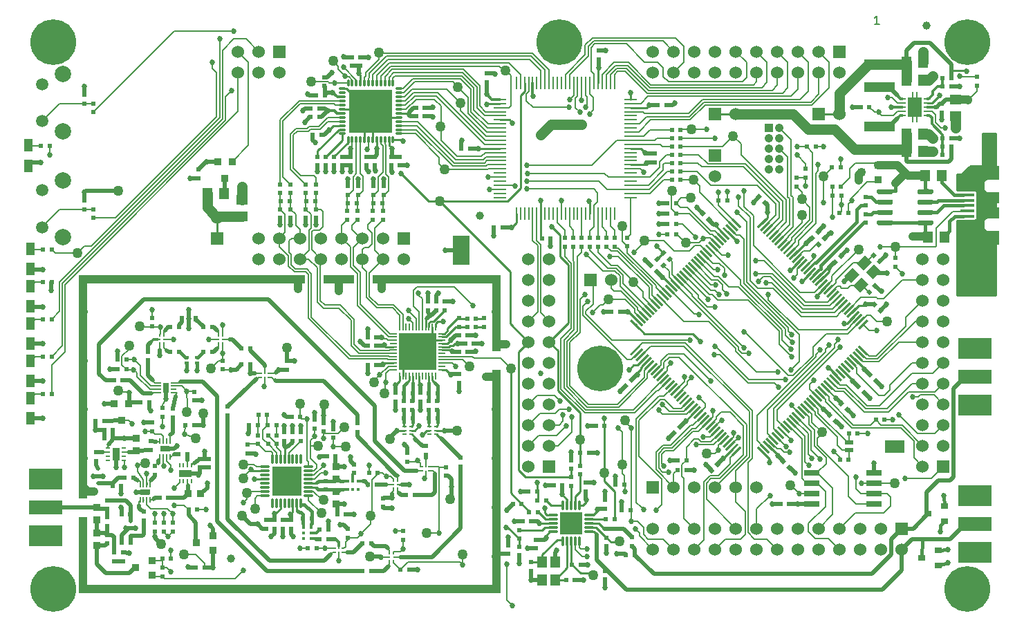
<source format=gtl>
G04 #@! TF.GenerationSoftware,KiCad,Pcbnew,(5.1.6-0-10_14)*
G04 #@! TF.CreationDate,2020-08-12T12:58:02+10:00*
G04 #@! TF.ProjectId,hackrf-one,6861636b-7266-42d6-9f6e-652e6b696361,rev?*
G04 #@! TF.SameCoordinates,Original*
G04 #@! TF.FileFunction,Copper,L1,Top*
G04 #@! TF.FilePolarity,Positive*
%FSLAX45Y45*%
G04 Gerber Fmt 4.5, Leading zero omitted, Abs format (unit mm)*
G04 Created by KiCad (PCBNEW (5.1.6-0-10_14)) date 2020-08-12 12:58:02*
%MOMM*%
%LPD*%
G01*
G04 APERTURE LIST*
G04 #@! TA.AperFunction,NonConductor*
%ADD10C,0.177800*%
G04 #@! TD*
G04 #@! TA.AperFunction,SMDPad,CuDef*
%ADD11R,0.900000X0.800000*%
G04 #@! TD*
G04 #@! TA.AperFunction,ComponentPad*
%ADD12C,1.400000*%
G04 #@! TD*
G04 #@! TA.AperFunction,ComponentPad*
%ADD13C,1.500000*%
G04 #@! TD*
G04 #@! TA.AperFunction,SMDPad,CuDef*
%ADD14R,2.100000X1.750000*%
G04 #@! TD*
G04 #@! TA.AperFunction,SMDPad,CuDef*
%ADD15R,1.350000X1.825000*%
G04 #@! TD*
G04 #@! TA.AperFunction,SMDPad,CuDef*
%ADD16R,1.460000X2.140000*%
G04 #@! TD*
G04 #@! TA.AperFunction,SMDPad,CuDef*
%ADD17R,2.100000X1.375000*%
G04 #@! TD*
G04 #@! TA.AperFunction,SMDPad,CuDef*
%ADD18R,1.750000X0.400000*%
G04 #@! TD*
G04 #@! TA.AperFunction,SMDPad,CuDef*
%ADD19R,0.150000X0.300000*%
G04 #@! TD*
G04 #@! TA.AperFunction,SMDPad,CuDef*
%ADD20R,0.510000X0.200000*%
G04 #@! TD*
G04 #@! TA.AperFunction,SMDPad,CuDef*
%ADD21R,0.300000X0.150000*%
G04 #@! TD*
G04 #@! TA.AperFunction,SMDPad,CuDef*
%ADD22R,0.200000X0.510000*%
G04 #@! TD*
G04 #@! TA.AperFunction,SMDPad,CuDef*
%ADD23C,1.000000*%
G04 #@! TD*
G04 #@! TA.AperFunction,SMDPad,CuDef*
%ADD24R,1.000000X3.350000*%
G04 #@! TD*
G04 #@! TA.AperFunction,SMDPad,CuDef*
%ADD25R,1.000000X3.800000*%
G04 #@! TD*
G04 #@! TA.AperFunction,SMDPad,CuDef*
%ADD26R,3.850000X1.000000*%
G04 #@! TD*
G04 #@! TA.AperFunction,SMDPad,CuDef*
%ADD27R,3.800000X1.000000*%
G04 #@! TD*
G04 #@! TA.AperFunction,SMDPad,CuDef*
%ADD28R,0.914400X0.914400*%
G04 #@! TD*
G04 #@! TA.AperFunction,SMDPad,CuDef*
%ADD29R,0.558800X0.508000*%
G04 #@! TD*
G04 #@! TA.AperFunction,SMDPad,CuDef*
%ADD30R,1.100000X0.600000*%
G04 #@! TD*
G04 #@! TA.AperFunction,SMDPad,CuDef*
%ADD31R,0.150000X0.200000*%
G04 #@! TD*
G04 #@! TA.AperFunction,SMDPad,CuDef*
%ADD32C,0.150000*%
G04 #@! TD*
G04 #@! TA.AperFunction,SMDPad,CuDef*
%ADD33O,1.100000X0.200000*%
G04 #@! TD*
G04 #@! TA.AperFunction,SMDPad,CuDef*
%ADD34R,1.200000X0.500000*%
G04 #@! TD*
G04 #@! TA.AperFunction,SMDPad,CuDef*
%ADD35O,1.200000X0.200000*%
G04 #@! TD*
G04 #@! TA.AperFunction,SMDPad,CuDef*
%ADD36R,1.300000X0.200000*%
G04 #@! TD*
G04 #@! TA.AperFunction,SMDPad,CuDef*
%ADD37R,0.240000X0.800000*%
G04 #@! TD*
G04 #@! TA.AperFunction,SMDPad,CuDef*
%ADD38R,1.320000X1.320000*%
G04 #@! TD*
G04 #@! TA.AperFunction,ComponentPad*
%ADD39C,0.600000*%
G04 #@! TD*
G04 #@! TA.AperFunction,SMDPad,CuDef*
%ADD40R,2.650000X2.650000*%
G04 #@! TD*
G04 #@! TA.AperFunction,SMDPad,CuDef*
%ADD41O,1.200000X0.320000*%
G04 #@! TD*
G04 #@! TA.AperFunction,SMDPad,CuDef*
%ADD42O,0.320000X1.200000*%
G04 #@! TD*
G04 #@! TA.AperFunction,SMDPad,CuDef*
%ADD43R,1.000000X1.500000*%
G04 #@! TD*
G04 #@! TA.AperFunction,SMDPad,CuDef*
%ADD44R,0.508000X0.558800*%
G04 #@! TD*
G04 #@! TA.AperFunction,SMDPad,CuDef*
%ADD45R,1.440180X1.150620*%
G04 #@! TD*
G04 #@! TA.AperFunction,SMDPad,CuDef*
%ADD46R,1.150620X1.440180*%
G04 #@! TD*
G04 #@! TA.AperFunction,ComponentPad*
%ADD47C,5.600000*%
G04 #@! TD*
G04 #@! TA.AperFunction,SMDPad,CuDef*
%ADD48R,2.050000X3.650000*%
G04 #@! TD*
G04 #@! TA.AperFunction,SMDPad,CuDef*
%ADD49R,0.863600X0.863600*%
G04 #@! TD*
G04 #@! TA.AperFunction,SMDPad,CuDef*
%ADD50R,3.700780X1.198880*%
G04 #@! TD*
G04 #@! TA.AperFunction,ComponentPad*
%ADD51C,1.524000*%
G04 #@! TD*
G04 #@! TA.AperFunction,ComponentPad*
%ADD52R,1.524000X1.524000*%
G04 #@! TD*
G04 #@! TA.AperFunction,ViaPad*
%ADD53C,0.600000*%
G04 #@! TD*
G04 #@! TA.AperFunction,SMDPad,CuDef*
%ADD54R,4.190000X2.665000*%
G04 #@! TD*
G04 #@! TA.AperFunction,SMDPad,CuDef*
%ADD55R,4.190000X1.780000*%
G04 #@! TD*
G04 #@! TA.AperFunction,SMDPad,CuDef*
%ADD56C,1.270000*%
G04 #@! TD*
G04 #@! TA.AperFunction,ComponentPad*
%ADD57C,1.066800*%
G04 #@! TD*
G04 #@! TA.AperFunction,ComponentPad*
%ADD58R,1.066800X1.066800*%
G04 #@! TD*
G04 #@! TA.AperFunction,ComponentPad*
%ADD59C,2.000000*%
G04 #@! TD*
G04 #@! TA.AperFunction,SMDPad,CuDef*
%ADD60R,0.330200X0.408940*%
G04 #@! TD*
G04 #@! TA.AperFunction,SMDPad,CuDef*
%ADD61R,0.408940X0.330200*%
G04 #@! TD*
G04 #@! TA.AperFunction,SMDPad,CuDef*
%ADD62R,0.551180X0.248920*%
G04 #@! TD*
G04 #@! TA.AperFunction,SMDPad,CuDef*
%ADD63R,0.500380X0.398780*%
G04 #@! TD*
G04 #@! TA.AperFunction,SMDPad,CuDef*
%ADD64R,0.599440X0.500380*%
G04 #@! TD*
G04 #@! TA.AperFunction,SMDPad,CuDef*
%ADD65R,0.500380X0.701040*%
G04 #@! TD*
G04 #@! TA.AperFunction,SMDPad,CuDef*
%ADD66R,0.600000X1.100000*%
G04 #@! TD*
G04 #@! TA.AperFunction,SMDPad,CuDef*
%ADD67R,0.200000X0.150000*%
G04 #@! TD*
G04 #@! TA.AperFunction,SMDPad,CuDef*
%ADD68O,0.200000X1.100000*%
G04 #@! TD*
G04 #@! TA.AperFunction,SMDPad,CuDef*
%ADD69R,0.500000X1.200000*%
G04 #@! TD*
G04 #@! TA.AperFunction,SMDPad,CuDef*
%ADD70O,0.200000X1.200000*%
G04 #@! TD*
G04 #@! TA.AperFunction,SMDPad,CuDef*
%ADD71R,0.200000X1.300000*%
G04 #@! TD*
G04 #@! TA.AperFunction,SMDPad,CuDef*
%ADD72R,0.800000X0.240000*%
G04 #@! TD*
G04 #@! TA.AperFunction,SMDPad,CuDef*
%ADD73R,1.905000X0.635000*%
G04 #@! TD*
G04 #@! TA.AperFunction,SMDPad,CuDef*
%ADD74R,0.280000X0.700000*%
G04 #@! TD*
G04 #@! TA.AperFunction,ComponentPad*
%ADD75C,0.585000*%
G04 #@! TD*
G04 #@! TA.AperFunction,SMDPad,CuDef*
%ADD76R,0.280000X1.400000*%
G04 #@! TD*
G04 #@! TA.AperFunction,SMDPad,CuDef*
%ADD77R,0.825000X1.200000*%
G04 #@! TD*
G04 #@! TA.AperFunction,SMDPad,CuDef*
%ADD78R,0.850000X0.280000*%
G04 #@! TD*
G04 #@! TA.AperFunction,SMDPad,CuDef*
%ADD79R,1.501140X0.294640*%
G04 #@! TD*
G04 #@! TA.AperFunction,SMDPad,CuDef*
%ADD80R,0.294640X1.501140*%
G04 #@! TD*
G04 #@! TA.AperFunction,SMDPad,CuDef*
%ADD81R,1.198880X1.399540*%
G04 #@! TD*
G04 #@! TA.AperFunction,SMDPad,CuDef*
%ADD82R,2.400000X1.500000*%
G04 #@! TD*
G04 #@! TA.AperFunction,SMDPad,CuDef*
%ADD83O,1.350000X0.280000*%
G04 #@! TD*
G04 #@! TA.AperFunction,SMDPad,CuDef*
%ADD84O,0.280000X1.350000*%
G04 #@! TD*
G04 #@! TA.AperFunction,SMDPad,CuDef*
%ADD85R,1.100000X1.100000*%
G04 #@! TD*
G04 #@! TA.AperFunction,SMDPad,CuDef*
%ADD86R,3.525000X3.525000*%
G04 #@! TD*
G04 #@! TA.AperFunction,SMDPad,CuDef*
%ADD87R,1.500000X1.500000*%
G04 #@! TD*
G04 #@! TA.AperFunction,ComponentPad*
%ADD88C,0.635000*%
G04 #@! TD*
G04 #@! TA.AperFunction,SMDPad,CuDef*
%ADD89R,4.525000X4.525000*%
G04 #@! TD*
G04 #@! TA.AperFunction,SMDPad,CuDef*
%ADD90O,0.870000X0.245000*%
G04 #@! TD*
G04 #@! TA.AperFunction,SMDPad,CuDef*
%ADD91O,0.245000X0.870000*%
G04 #@! TD*
G04 #@! TA.AperFunction,SMDPad,CuDef*
%ADD92R,1.650000X1.650000*%
G04 #@! TD*
G04 #@! TA.AperFunction,SMDPad,CuDef*
%ADD93R,5.300000X5.300000*%
G04 #@! TD*
G04 #@! TA.AperFunction,SMDPad,CuDef*
%ADD94O,0.900000X0.280000*%
G04 #@! TD*
G04 #@! TA.AperFunction,SMDPad,CuDef*
%ADD95O,0.280000X0.900000*%
G04 #@! TD*
G04 #@! TA.AperFunction,SMDPad,CuDef*
%ADD96R,0.500000X0.250000*%
G04 #@! TD*
G04 #@! TA.AperFunction,SMDPad,CuDef*
%ADD97R,0.900000X1.600000*%
G04 #@! TD*
G04 #@! TA.AperFunction,SMDPad,CuDef*
%ADD98R,0.250000X0.500000*%
G04 #@! TD*
G04 #@! TA.AperFunction,SMDPad,CuDef*
%ADD99R,1.600000X0.900000*%
G04 #@! TD*
G04 #@! TA.AperFunction,SMDPad,CuDef*
%ADD100R,0.270000X0.550000*%
G04 #@! TD*
G04 #@! TA.AperFunction,ViaPad*
%ADD101C,0.685800*%
G04 #@! TD*
G04 #@! TA.AperFunction,Conductor*
%ADD102C,0.203200*%
G04 #@! TD*
G04 #@! TA.AperFunction,Conductor*
%ADD103C,0.508000*%
G04 #@! TD*
G04 #@! TA.AperFunction,Conductor*
%ADD104C,0.254000*%
G04 #@! TD*
G04 #@! TA.AperFunction,Conductor*
%ADD105C,0.304800*%
G04 #@! TD*
G04 #@! TA.AperFunction,Conductor*
%ADD106C,1.270000*%
G04 #@! TD*
G04 #@! TA.AperFunction,Conductor*
%ADD107C,0.241300*%
G04 #@! TD*
G04 #@! TA.AperFunction,Conductor*
%ADD108C,0.406400*%
G04 #@! TD*
G04 #@! TA.AperFunction,Conductor*
%ADD109C,1.016000*%
G04 #@! TD*
G04 #@! TA.AperFunction,Conductor*
%ADD110C,0.152400*%
G04 #@! TD*
G04 #@! TA.AperFunction,Conductor*
%ADD111C,0.457200*%
G04 #@! TD*
G04 #@! TA.AperFunction,Conductor*
%ADD112C,0.279400*%
G04 #@! TD*
G04 APERTURE END LIST*
D10*
X16519028Y-10175962D02*
X16460971Y-10175962D01*
X16490000Y-10175962D02*
X16490000Y-10074362D01*
X16480324Y-10088876D01*
X16470648Y-10098552D01*
X16460971Y-10103390D01*
D11*
G04 #@! TO.P,D3,3*
G04 #@! TO.N,CLKOUT*
X17113312Y-16174506D03*
G04 #@! TO.P,D3,2*
G04 #@! TO.N,VCC*
X17313312Y-16079506D03*
G04 #@! TO.P,D3,1*
G04 #@! TO.N,GND*
X17313312Y-16269506D03*
G04 #@! TD*
G04 #@! TO.P,D1,3*
G04 #@! TO.N,CLKIN*
X17040922Y-16717304D03*
G04 #@! TO.P,D1,2*
G04 #@! TO.N,VCC*
X17240922Y-16622304D03*
G04 #@! TO.P,D1,1*
G04 #@! TO.N,GND*
X17240922Y-16812304D03*
G04 #@! TD*
D12*
G04 #@! TO.P,J1,0*
G04 #@! TO.N,GND*
X17577000Y-12151000D03*
X17577000Y-12649000D03*
D13*
X17880000Y-11987500D03*
X17880000Y-12812500D03*
D14*
X17885000Y-12000000D03*
X17885000Y-12800000D03*
D15*
X17742500Y-12101250D03*
X17742500Y-12698750D03*
D16*
X17577000Y-12117000D03*
X17577000Y-12683000D03*
D17*
X17885000Y-12306250D03*
X17885000Y-12493750D03*
D18*
G04 #@! TO.P,J1,1*
G04 #@! TO.N,Net-(FB1-Pad1)*
X17597500Y-12270000D03*
G04 #@! TO.P,J1,2*
G04 #@! TO.N,Net-(J1-Pad2)*
X17597500Y-12335000D03*
G04 #@! TO.P,J1,3*
G04 #@! TO.N,Net-(J1-Pad3)*
X17597500Y-12400000D03*
G04 #@! TO.P,J1,4*
G04 #@! TO.N,Net-(J1-Pad4)*
X17597500Y-12465000D03*
G04 #@! TO.P,J1,5*
G04 #@! TO.N,Net-(FB3-Pad1)*
X17597500Y-12530000D03*
G04 #@! TD*
D19*
G04 #@! TO.P,U5,2*
G04 #@! TO.N,Net-(C18-Pad1)*
X7759540Y-14091160D03*
D20*
G04 #@! TO.P,U5,6*
G04 #@! TO.N,Net-(C31-Pad2)*
X7689940Y-14041160D03*
D19*
G04 #@! TO.P,U5,5*
G04 #@! TO.N,LP*
X7709540Y-13991160D03*
G04 #@! TO.P,U5,4*
G04 #@! TO.N,Net-(C26-Pad2)*
X7759540Y-13991160D03*
D20*
G04 #@! TO.P,U5,3*
G04 #@! TO.N,GND*
X7779140Y-14041160D03*
D19*
G04 #@! TO.P,U5,1*
G04 #@! TO.N,VAA*
X7709540Y-14091160D03*
G04 #@! TD*
G04 #@! TO.P,U6,2*
G04 #@! TO.N,Net-(C27-Pad2)*
X8428360Y-13993700D03*
D20*
G04 #@! TO.P,U6,6*
G04 #@! TO.N,Net-(C20-Pad1)*
X8497960Y-14043700D03*
D19*
G04 #@! TO.P,U6,5*
G04 #@! TO.N,HP*
X8478360Y-14093700D03*
G04 #@! TO.P,U6,4*
G04 #@! TO.N,Net-(C17-Pad2)*
X8428360Y-14093700D03*
D20*
G04 #@! TO.P,U6,3*
G04 #@! TO.N,GND*
X8408760Y-14043700D03*
D19*
G04 #@! TO.P,U6,1*
G04 #@! TO.N,VAA*
X8478360Y-13993700D03*
G04 #@! TD*
G04 #@! TO.P,U1,2*
G04 #@! TO.N,Net-(C21-Pad1)*
X10521320Y-16655620D03*
D20*
G04 #@! TO.P,U1,6*
G04 #@! TO.N,Net-(C8-Pad2)*
X10590920Y-16705620D03*
D19*
G04 #@! TO.P,U1,5*
G04 #@! TO.N,!MIX_BYPASS*
X10571320Y-16755620D03*
G04 #@! TO.P,U1,4*
G04 #@! TO.N,Net-(C32-Pad1)*
X10521320Y-16755620D03*
D20*
G04 #@! TO.P,U1,3*
G04 #@! TO.N,GND*
X10501720Y-16705620D03*
D19*
G04 #@! TO.P,U1,1*
G04 #@! TO.N,VAA*
X10571320Y-16655620D03*
G04 #@! TD*
D21*
G04 #@! TO.P,U2,2*
G04 #@! TO.N,Net-(C9-Pad2)*
X8944380Y-14505580D03*
D22*
G04 #@! TO.P,U2,6*
G04 #@! TO.N,Net-(C20-Pad2)*
X8994380Y-14435980D03*
D21*
G04 #@! TO.P,U2,5*
G04 #@! TO.N,RX*
X9044380Y-14455580D03*
G04 #@! TO.P,U2,4*
G04 #@! TO.N,Net-(C23-Pad2)*
X9044380Y-14505580D03*
D22*
G04 #@! TO.P,U2,3*
G04 #@! TO.N,GND*
X8994380Y-14525180D03*
D21*
G04 #@! TO.P,U2,1*
G04 #@! TO.N,VAA*
X8944380Y-14455580D03*
G04 #@! TD*
G04 #@! TO.P,U7,2*
G04 #@! TO.N,Net-(C9-Pad1)*
X9848620Y-16649340D03*
D22*
G04 #@! TO.P,U7,6*
G04 #@! TO.N,Net-(C28-Pad2)*
X9898620Y-16579740D03*
D21*
G04 #@! TO.P,U7,5*
G04 #@! TO.N,RX*
X9948620Y-16599340D03*
G04 #@! TO.P,U7,4*
G04 #@! TO.N,Net-(C21-Pad2)*
X9948620Y-16649340D03*
D22*
G04 #@! TO.P,U7,3*
G04 #@! TO.N,GND*
X9898620Y-16668940D03*
D21*
G04 #@! TO.P,U7,1*
G04 #@! TO.N,VAA*
X9848620Y-16599340D03*
G04 #@! TD*
D19*
G04 #@! TO.P,U10,2*
G04 #@! TO.N,Net-(C51-Pad2)*
X10619580Y-15866620D03*
D20*
G04 #@! TO.P,U10,6*
G04 #@! TO.N,Net-(C46-Pad1)*
X10549980Y-15816620D03*
D19*
G04 #@! TO.P,U10,5*
G04 #@! TO.N,RX*
X10569580Y-15766620D03*
G04 #@! TO.P,U10,4*
G04 #@! TO.N,Net-(C23-Pad1)*
X10619580Y-15766620D03*
D20*
G04 #@! TO.P,U10,3*
G04 #@! TO.N,GND*
X10639180Y-15816620D03*
D19*
G04 #@! TO.P,U10,1*
G04 #@! TO.N,VAA*
X10569580Y-15866620D03*
G04 #@! TD*
D21*
G04 #@! TO.P,U11,2*
G04 #@! TO.N,Net-(C43-Pad2)*
X10912880Y-15651120D03*
D22*
G04 #@! TO.P,U11,6*
G04 #@! TO.N,Net-(C48-Pad1)*
X10962880Y-15581520D03*
D21*
G04 #@! TO.P,U11,5*
G04 #@! TO.N,MIX_BYPASS*
X11012880Y-15601120D03*
G04 #@! TO.P,U11,4*
G04 #@! TO.N,Net-(C51-Pad1)*
X11012880Y-15651120D03*
D22*
G04 #@! TO.P,U11,3*
G04 #@! TO.N,GND*
X10962880Y-15670720D03*
D21*
G04 #@! TO.P,U11,1*
G04 #@! TO.N,VAA*
X10912880Y-15601120D03*
G04 #@! TD*
D23*
G04 #@! TO.P,MARK1MM,*
G04 #@! TO.N,*
X11623280Y-12527320D03*
G04 #@! TD*
G04 #@! TO.P,MARK1MM,*
G04 #@! TO.N,*
X8580360Y-16723400D03*
G04 #@! TD*
D24*
G04 #@! TO.P,J2,0*
G04 #@! TO.N,GND*
X6770000Y-16977500D03*
D25*
X6770000Y-16400000D03*
X6770000Y-15800000D03*
X6770000Y-15200000D03*
X6770000Y-14600000D03*
X6770000Y-14000000D03*
D24*
X6770000Y-13422500D03*
D26*
X6912500Y-13305000D03*
D27*
X7500000Y-13305000D03*
X8100000Y-13305000D03*
X8700000Y-13305000D03*
X9300000Y-13305000D03*
X9900000Y-13305000D03*
X10500000Y-13305000D03*
X11100000Y-13305000D03*
D26*
X11687500Y-13305000D03*
D24*
X11830000Y-13422500D03*
D25*
X11830000Y-14000000D03*
X11830000Y-14600000D03*
X11830000Y-15200000D03*
X11830000Y-15800000D03*
X11830000Y-16400000D03*
D24*
X11830000Y-16977500D03*
D26*
X11687500Y-17095000D03*
D27*
X11100000Y-17095000D03*
X10500000Y-17095000D03*
X9900000Y-17095000D03*
X9300000Y-17095000D03*
X8700000Y-17095000D03*
X8100000Y-17095000D03*
X7500000Y-17095000D03*
D26*
X6912500Y-17095000D03*
G04 #@! TD*
D28*
G04 #@! TO.P,Q1,D*
G04 #@! TO.N,Net-(C163-Pad2)*
X7237600Y-15034300D03*
G04 #@! TO.P,Q1,G*
G04 #@! TO.N,!RX_AMP_PWR*
X7326500Y-14831100D03*
G04 #@! TO.P,Q1,S*
G04 #@! TO.N,VAA*
X7148700Y-14831100D03*
G04 #@! TD*
D29*
G04 #@! TO.P,C63,1*
G04 #@! TO.N,TX_AMP*
X7864080Y-16283980D03*
G04 #@! TO.P,C63,2*
G04 #@! TO.N,GND*
X7864080Y-16390660D03*
G04 #@! TD*
D30*
G04 #@! TO.P,U14,0*
G04 #@! TO.N,GND*
X7526260Y-15911760D03*
D31*
X7483760Y-15936760D03*
G04 #@! TA.AperFunction,SMDPad,CuDef*
D32*
G36*
X7476239Y-15946839D02*
G01*
X7466181Y-15936781D01*
X7478281Y-15924681D01*
X7488339Y-15934739D01*
X7476239Y-15946839D01*
G37*
G04 #@! TD.AperFunction*
D33*
X7531260Y-15936760D03*
D34*
X7526260Y-15911760D03*
D35*
X7526260Y-15886760D03*
D36*
X7526260Y-15911760D03*
D37*
G04 #@! TO.P,U14,8*
G04 #@! TO.N,Net-(C117-Pad1)*
X7466260Y-15816760D03*
G04 #@! TO.P,U14,7*
G04 #@! TO.N,RX_AMP*
X7506260Y-15816760D03*
G04 #@! TO.P,U14,6*
G04 #@! TO.N,AMP_BYPASS*
X7546260Y-15816760D03*
G04 #@! TO.P,U14,5*
G04 #@! TO.N,Net-(C61-Pad1)*
X7586260Y-15816760D03*
G04 #@! TO.P,U14,4*
G04 #@! TO.N,/frontend/TX_AMP_OUT*
X7586260Y-16006760D03*
G04 #@! TO.P,U14,3*
G04 #@! TO.N,TX_AMP*
X7546260Y-16006760D03*
G04 #@! TO.P,U14,2*
G04 #@! TO.N,Net-(U14-Pad2)*
X7506260Y-16006760D03*
G04 #@! TO.P,U14,1*
G04 #@! TO.N,Net-(C64-Pad1)*
X7466260Y-16006760D03*
G04 #@! TD*
D29*
G04 #@! TO.P,C61,1*
G04 #@! TO.N,Net-(C61-Pad1)*
X7650720Y-15697240D03*
G04 #@! TO.P,C61,2*
G04 #@! TO.N,Net-(C61-Pad2)*
X7650720Y-15590560D03*
G04 #@! TD*
D38*
G04 #@! TO.P,U19,0*
G04 #@! TO.N,GND*
X12812920Y-16226600D03*
X12812920Y-16358600D03*
X12680920Y-16226600D03*
X12680920Y-16358600D03*
D39*
X12812920Y-16358600D03*
X12812920Y-16226600D03*
X12680920Y-16226600D03*
X12680920Y-16358600D03*
X12746920Y-16292600D03*
D40*
X12746920Y-16292600D03*
D41*
G04 #@! TO.P,U19,20*
G04 #@! TO.N,VCC*
X12526920Y-16392600D03*
G04 #@! TO.P,U19,19*
G04 #@! TO.N,MIX_CLK*
X12526920Y-16342600D03*
G04 #@! TO.P,U19,18*
G04 #@! TO.N,VCC*
X12526920Y-16292600D03*
G04 #@! TO.P,U19,17*
G04 #@! TO.N,/baseband/CLK5*
X12526920Y-16242600D03*
G04 #@! TO.P,U19,16*
G04 #@! TO.N,CLK6*
X12526920Y-16192600D03*
D42*
G04 #@! TO.P,U19,15*
G04 #@! TO.N,MCU_CLK*
X12646920Y-16072600D03*
G04 #@! TO.P,U19,14*
G04 #@! TO.N,VCC*
X12696920Y-16072600D03*
G04 #@! TO.P,U19,13*
G04 #@! TO.N,/baseband/CLK0*
X12746920Y-16072600D03*
G04 #@! TO.P,U19,12*
G04 #@! TO.N,/baseband/CLK1*
X12796920Y-16072600D03*
G04 #@! TO.P,U19,11*
G04 #@! TO.N,VCC*
X12846920Y-16072600D03*
D41*
G04 #@! TO.P,U19,10*
X12966920Y-16192600D03*
G04 #@! TO.P,U19,9*
G04 #@! TO.N,/baseband/CLK2*
X12966920Y-16242600D03*
G04 #@! TO.P,U19,8*
G04 #@! TO.N,/baseband/CLK3*
X12966920Y-16292600D03*
G04 #@! TO.P,U19,7*
G04 #@! TO.N,/baseband/OEB*
X12966920Y-16342600D03*
G04 #@! TO.P,U19,6*
G04 #@! TO.N,CLKIN*
X12966920Y-16392600D03*
D42*
G04 #@! TO.P,U19,5*
G04 #@! TO.N,SDA*
X12846920Y-16512600D03*
G04 #@! TO.P,U19,4*
G04 #@! TO.N,SCL*
X12796920Y-16512600D03*
G04 #@! TO.P,U19,3*
G04 #@! TO.N,/baseband/INTR*
X12746920Y-16512600D03*
G04 #@! TO.P,U19,2*
G04 #@! TO.N,/baseband/XB*
X12696920Y-16512600D03*
G04 #@! TO.P,U19,1*
G04 #@! TO.N,/baseband/XA*
X12646920Y-16512600D03*
G04 #@! TD*
D23*
G04 #@! TO.P,MARK1MM,*
G04 #@! TO.N,*
X17100000Y-10200000D03*
G04 #@! TD*
D43*
G04 #@! TO.P,D7,2*
G04 #@! TO.N,Net-(D7-Pad2)*
X6100000Y-11665000D03*
G04 #@! TO.P,D7,1*
G04 #@! TO.N,GND*
X6100000Y-11915000D03*
G04 #@! TD*
G04 #@! TO.P,D8,2*
G04 #@! TO.N,Net-(D8-Pad2)*
X6127000Y-12930000D03*
G04 #@! TO.P,D8,1*
G04 #@! TO.N,GND*
X6127000Y-13180000D03*
G04 #@! TD*
G04 #@! TO.P,D2,2*
G04 #@! TO.N,Net-(D2-Pad2)*
X6127000Y-13387200D03*
G04 #@! TO.P,D2,1*
G04 #@! TO.N,GND*
X6127000Y-13637200D03*
G04 #@! TD*
G04 #@! TO.P,D4,2*
G04 #@! TO.N,Net-(D4-Pad2)*
X6127000Y-13844400D03*
G04 #@! TO.P,D4,1*
G04 #@! TO.N,GND*
X6127000Y-14094400D03*
G04 #@! TD*
G04 #@! TO.P,D5,2*
G04 #@! TO.N,Net-(D5-Pad2)*
X6127000Y-14301600D03*
G04 #@! TO.P,D5,1*
G04 #@! TO.N,GND*
X6127000Y-14551600D03*
G04 #@! TD*
G04 #@! TO.P,D6,2*
G04 #@! TO.N,Net-(D6-Pad2)*
X6127000Y-14758800D03*
G04 #@! TO.P,D6,1*
G04 #@! TO.N,GND*
X6127000Y-15008800D03*
G04 #@! TD*
D29*
G04 #@! TO.P,C1,1*
G04 #@! TO.N,VCC*
X9109640Y-16251340D03*
G04 #@! TO.P,C1,2*
G04 #@! TO.N,GND*
X9109640Y-16358020D03*
G04 #@! TD*
G04 #@! TO.P,C2,1*
G04 #@! TO.N,VCC*
X9008040Y-16251340D03*
G04 #@! TO.P,C2,2*
G04 #@! TO.N,GND*
X9008040Y-16358020D03*
G04 #@! TD*
G04 #@! TO.P,C3,1*
G04 #@! TO.N,VAA*
X9312840Y-16251340D03*
G04 #@! TO.P,C3,2*
G04 #@! TO.N,GND*
X9312840Y-16358020D03*
G04 #@! TD*
G04 #@! TO.P,C4,1*
G04 #@! TO.N,VAA*
X9211240Y-16251340D03*
G04 #@! TO.P,C4,2*
G04 #@! TO.N,GND*
X9211240Y-16358020D03*
G04 #@! TD*
G04 #@! TO.P,C5,1*
G04 #@! TO.N,VAA*
X9234100Y-15286140D03*
G04 #@! TO.P,C5,2*
G04 #@! TO.N,GND*
X9234100Y-15179460D03*
G04 #@! TD*
G04 #@! TO.P,C6,1*
G04 #@! TO.N,VAA*
X9335700Y-15286140D03*
G04 #@! TO.P,C6,2*
G04 #@! TO.N,GND*
X9335700Y-15179460D03*
G04 #@! TD*
D44*
G04 #@! TO.P,C7,1*
G04 #@! TO.N,GND*
X10761740Y-16857620D03*
G04 #@! TO.P,C7,2*
G04 #@! TO.N,!MIX_BYPASS*
X10655060Y-16857620D03*
G04 #@! TD*
D29*
G04 #@! TO.P,C8,1*
G04 #@! TO.N,TX_IF*
X11391900Y-15491460D03*
G04 #@! TO.P,C8,2*
G04 #@! TO.N,Net-(C8-Pad2)*
X11391900Y-15598140D03*
G04 #@! TD*
G04 #@! TO.P,C9,1*
G04 #@! TO.N,Net-(C9-Pad1)*
X8540000Y-14970160D03*
G04 #@! TO.P,C9,2*
G04 #@! TO.N,Net-(C9-Pad2)*
X8540000Y-14863480D03*
G04 #@! TD*
D44*
G04 #@! TO.P,C10,1*
G04 #@! TO.N,GND*
X8709900Y-14348160D03*
G04 #@! TO.P,C10,2*
G04 #@! TO.N,VAA*
X8816580Y-14348160D03*
G04 #@! TD*
D29*
G04 #@! TO.P,C12,1*
G04 #@! TO.N,Net-(C12-Pad1)*
X8779440Y-15329320D03*
G04 #@! TO.P,C12,2*
G04 #@! TO.N,GND*
X8779440Y-15436000D03*
G04 #@! TD*
D44*
G04 #@! TO.P,C13,1*
G04 #@! TO.N,Net-(C13-Pad1)*
X8908980Y-15090560D03*
G04 #@! TO.P,C13,2*
G04 #@! TO.N,GND*
X8802300Y-15090560D03*
G04 #@! TD*
D29*
G04 #@! TO.P,C14,1*
G04 #@! TO.N,Net-(C14-Pad1)*
X9033440Y-15321700D03*
G04 #@! TO.P,C14,2*
G04 #@! TO.N,Net-(C14-Pad2)*
X9033440Y-15215020D03*
G04 #@! TD*
D44*
G04 #@! TO.P,C15,1*
G04 #@! TO.N,Net-(C14-Pad1)*
X9030900Y-15090560D03*
G04 #@! TO.P,C15,2*
G04 #@! TO.N,Net-(C15-Pad2)*
X9137580Y-15090560D03*
G04 #@! TD*
D29*
G04 #@! TO.P,C16,1*
G04 #@! TO.N,VAA*
X10686020Y-16492260D03*
G04 #@! TO.P,C16,2*
G04 #@! TO.N,GND*
X10686020Y-16385580D03*
G04 #@! TD*
D44*
G04 #@! TO.P,C17,1*
G04 #@! TO.N,Net-(C17-Pad1)*
X8240240Y-14193820D03*
G04 #@! TO.P,C17,2*
G04 #@! TO.N,Net-(C17-Pad2)*
X8346920Y-14193820D03*
G04 #@! TD*
G04 #@! TO.P,C18,1*
G04 #@! TO.N,Net-(C18-Pad1)*
X7833840Y-14193820D03*
G04 #@! TO.P,C18,2*
G04 #@! TO.N,Net-(C18-Pad2)*
X7940520Y-14193820D03*
G04 #@! TD*
G04 #@! TO.P,C20,1*
G04 #@! TO.N,Net-(C20-Pad1)*
X8707360Y-14152880D03*
G04 #@! TO.P,C20,2*
G04 #@! TO.N,Net-(C20-Pad2)*
X8814040Y-14152880D03*
G04 #@! TD*
G04 #@! TO.P,C21,1*
G04 #@! TO.N,Net-(C21-Pad1)*
X10297160Y-16537940D03*
G04 #@! TO.P,C21,2*
G04 #@! TO.N,Net-(C21-Pad2)*
X10190480Y-16537940D03*
G04 #@! TD*
G04 #@! TO.P,C22,1*
G04 #@! TO.N,GND*
X9520160Y-16601480D03*
G04 #@! TO.P,C22,2*
G04 #@! TO.N,VAA*
X9626840Y-16601480D03*
G04 #@! TD*
D29*
G04 #@! TO.P,C23,1*
G04 #@! TO.N,Net-(C23-Pad1)*
X10126980Y-15171420D03*
G04 #@! TO.P,C23,2*
G04 #@! TO.N,Net-(C23-Pad2)*
X10126980Y-15064740D03*
G04 #@! TD*
G04 #@! TO.P,C24,1*
G04 #@! TO.N,GND*
X9268700Y-14302780D03*
G04 #@! TO.P,C24,2*
G04 #@! TO.N,RX*
X9268700Y-14409460D03*
G04 #@! TD*
D44*
G04 #@! TO.P,C25,1*
G04 #@! TO.N,Net-(C25-Pad1)*
X9665900Y-16373260D03*
G04 #@! TO.P,C25,2*
G04 #@! TO.N,GND*
X9772580Y-16373260D03*
G04 #@! TD*
G04 #@! TO.P,C26,1*
G04 #@! TO.N,Net-(C26-Pad1)*
X7940520Y-13889020D03*
G04 #@! TO.P,C26,2*
G04 #@! TO.N,Net-(C26-Pad2)*
X7833840Y-13889020D03*
G04 #@! TD*
G04 #@! TO.P,C27,1*
G04 #@! TO.N,Net-(C27-Pad1)*
X8240240Y-13889020D03*
G04 #@! TO.P,C27,2*
G04 #@! TO.N,Net-(C27-Pad2)*
X8346920Y-13889020D03*
G04 #@! TD*
G04 #@! TO.P,C28,1*
G04 #@! TO.N,Net-(C28-Pad1)*
X9665900Y-16487560D03*
G04 #@! TO.P,C28,2*
G04 #@! TO.N,Net-(C28-Pad2)*
X9772580Y-16487560D03*
G04 #@! TD*
D29*
G04 #@! TO.P,C30,1*
G04 #@! TO.N,GND*
X8473680Y-14406920D03*
G04 #@! TO.P,C30,2*
G04 #@! TO.N,HP*
X8473680Y-14300240D03*
G04 #@! TD*
G04 #@! TO.P,C31,1*
G04 #@! TO.N,Net-(C31-Pad1)*
X7559520Y-14297960D03*
G04 #@! TO.P,C31,2*
G04 #@! TO.N,Net-(C31-Pad2)*
X7559520Y-14191280D03*
G04 #@! TD*
D44*
G04 #@! TO.P,C32,1*
G04 #@! TO.N,Net-(C32-Pad1)*
X10297160Y-16880840D03*
G04 #@! TO.P,C32,2*
G04 #@! TO.N,Net-(C32-Pad2)*
X10190480Y-16880840D03*
G04 #@! TD*
D29*
G04 #@! TO.P,C33,1*
G04 #@! TO.N,RX*
X10011340Y-16467240D03*
G04 #@! TO.P,C33,2*
G04 #@! TO.N,GND*
X10011340Y-16360560D03*
G04 #@! TD*
G04 #@! TO.P,C34,1*
G04 #@! TO.N,MIXER_RESETX*
X9831000Y-15245500D03*
G04 #@! TO.P,C34,2*
G04 #@! TO.N,GND*
X9831000Y-15138820D03*
G04 #@! TD*
G04 #@! TO.P,C35,1*
G04 #@! TO.N,MIXER_ENX*
X9716700Y-15169300D03*
G04 #@! TO.P,C35,2*
G04 #@! TO.N,GND*
X9716700Y-15062620D03*
G04 #@! TD*
G04 #@! TO.P,C36,1*
G04 #@! TO.N,MIXER_SCLK*
X9602400Y-15131200D03*
G04 #@! TO.P,C36,2*
G04 #@! TO.N,GND*
X9602400Y-15024520D03*
G04 #@! TD*
D44*
G04 #@! TO.P,C37,1*
G04 #@! TO.N,MIXER_SDATA*
X9427140Y-14991500D03*
G04 #@! TO.P,C37,2*
G04 #@! TO.N,GND*
X9320460Y-14991500D03*
G04 #@! TD*
G04 #@! TO.P,C38,1*
G04 #@! TO.N,GND*
X7191220Y-14282720D03*
G04 #@! TO.P,C38,2*
G04 #@! TO.N,!MIX_BYPASS*
X7297900Y-14282720D03*
G04 #@! TD*
D29*
G04 #@! TO.P,C39,1*
G04 #@! TO.N,GND*
X8130540Y-14787880D03*
G04 #@! TO.P,C39,2*
G04 #@! TO.N,TX_MIX_BP*
X8130540Y-14681200D03*
G04 #@! TD*
D44*
G04 #@! TO.P,C40,1*
G04 #@! TO.N,GND*
X7191220Y-14407180D03*
G04 #@! TO.P,C40,2*
G04 #@! TO.N,RX_MIX_BP*
X7297900Y-14407180D03*
G04 #@! TD*
G04 #@! TO.P,C41,1*
G04 #@! TO.N,VAA*
X9879260Y-16182760D03*
G04 #@! TO.P,C41,2*
G04 #@! TO.N,GND*
X9985940Y-16182760D03*
G04 #@! TD*
G04 #@! TO.P,C42,1*
G04 #@! TO.N,VAA*
X9858940Y-15471560D03*
G04 #@! TO.P,C42,2*
G04 #@! TO.N,GND*
X9752260Y-15471560D03*
G04 #@! TD*
G04 #@! TO.P,C43,1*
G04 #@! TO.N,Net-(C43-Pad1)*
X7254240Y-14541500D03*
G04 #@! TO.P,C43,2*
G04 #@! TO.N,Net-(C43-Pad2)*
X7147560Y-14541500D03*
G04 #@! TD*
D29*
G04 #@! TO.P,C44,1*
G04 #@! TO.N,Net-(C44-Pad1)*
X7864080Y-14996160D03*
G04 #@! TO.P,C44,2*
G04 #@! TO.N,Net-(C44-Pad2)*
X7864080Y-14889480D03*
G04 #@! TD*
D44*
G04 #@! TO.P,C45,1*
G04 #@! TO.N,GND*
X10269460Y-15671840D03*
G04 #@! TO.P,C45,2*
G04 #@! TO.N,RX*
X10376140Y-15671840D03*
G04 #@! TD*
G04 #@! TO.P,C46,1*
G04 #@! TO.N,Net-(C46-Pad1)*
X10365980Y-15816620D03*
G04 #@! TO.P,C46,2*
G04 #@! TO.N,Net-(C46-Pad2)*
X10259300Y-15816620D03*
G04 #@! TD*
D29*
G04 #@! TO.P,C47,1*
G04 #@! TO.N,GND*
X11216640Y-15709900D03*
G04 #@! TO.P,C47,2*
G04 #@! TO.N,MIX_BYPASS*
X11216640Y-15603220D03*
G04 #@! TD*
G04 #@! TO.P,C48,1*
G04 #@! TO.N,Net-(C48-Pad1)*
X10967960Y-15453360D03*
G04 #@! TO.P,C48,2*
G04 #@! TO.N,RX_IF*
X10967960Y-15346680D03*
G04 #@! TD*
G04 #@! TO.P,C49,1*
G04 #@! TO.N,GND*
X10085000Y-15570620D03*
G04 #@! TO.P,C49,2*
G04 #@! TO.N,Net-(C49-Pad2)*
X10085000Y-15677300D03*
G04 #@! TD*
G04 #@! TO.P,C50,1*
G04 #@! TO.N,/frontend/RX_AMP_OUT*
X7597380Y-15394980D03*
G04 #@! TO.P,C50,2*
G04 #@! TO.N,Net-(C50-Pad2)*
X7597380Y-15288300D03*
G04 #@! TD*
D44*
G04 #@! TO.P,C51,1*
G04 #@! TO.N,Net-(C51-Pad1)*
X10830800Y-15946160D03*
G04 #@! TO.P,C51,2*
G04 #@! TO.N,Net-(C51-Pad2)*
X10724120Y-15946160D03*
G04 #@! TD*
G04 #@! TO.P,C52,1*
G04 #@! TO.N,VAA*
X7135100Y-15252740D03*
G04 #@! TO.P,C52,2*
G04 #@! TO.N,GND*
X7028420Y-15252740D03*
G04 #@! TD*
G04 #@! TO.P,C53,1*
G04 #@! TO.N,VAA*
X7135100Y-15146060D03*
G04 #@! TO.P,C53,2*
G04 #@! TO.N,GND*
X7028420Y-15146060D03*
G04 #@! TD*
D29*
G04 #@! TO.P,C54,1*
G04 #@! TO.N,VAA*
X10439640Y-15986800D03*
G04 #@! TO.P,C54,2*
G04 #@! TO.N,GND*
X10439640Y-16093480D03*
G04 #@! TD*
D44*
G04 #@! TO.P,C55,1*
G04 #@! TO.N,TX_AMP*
X8019920Y-15093880D03*
G04 #@! TO.P,C55,2*
G04 #@! TO.N,GND*
X8126600Y-15093880D03*
G04 #@! TD*
D29*
G04 #@! TO.P,C56,1*
G04 #@! TO.N,VAA*
X10739120Y-15539720D03*
G04 #@! TO.P,C56,2*
G04 #@! TO.N,GND*
X10739120Y-15433040D03*
G04 #@! TD*
G04 #@! TO.P,C57,1*
G04 #@! TO.N,AMP_BYPASS*
X7739620Y-14986040D03*
G04 #@! TO.P,C57,2*
G04 #@! TO.N,GND*
X7739620Y-14879360D03*
G04 #@! TD*
G04 #@! TO.P,C58,1*
G04 #@! TO.N,Net-(C58-Pad1)*
X6924280Y-15529600D03*
G04 #@! TO.P,C58,2*
G04 #@! TO.N,Net-(C58-Pad2)*
X6924280Y-15422920D03*
G04 #@! TD*
D44*
G04 #@! TO.P,C59,1*
G04 #@! TO.N,/frontend/TX_AMP_IN*
X7935200Y-15448320D03*
G04 #@! TO.P,C59,2*
G04 #@! TO.N,Net-(C59-Pad2)*
X8041880Y-15448320D03*
G04 #@! TD*
D29*
G04 #@! TO.P,C60,1*
G04 #@! TO.N,GND*
X7615160Y-15057160D03*
G04 #@! TO.P,C60,2*
G04 #@! TO.N,RX_AMP*
X7615160Y-15163840D03*
G04 #@! TD*
D44*
G04 #@! TO.P,C62,1*
G04 #@! TO.N,Net-(C62-Pad1)*
X7810740Y-15981720D03*
G04 #@! TO.P,C62,2*
G04 #@! TO.N,/frontend/TX_AMP_OUT*
X7704060Y-15981720D03*
G04 #@! TD*
D29*
G04 #@! TO.P,C64,1*
G04 #@! TO.N,Net-(C64-Pad1)*
X7511020Y-16151900D03*
G04 #@! TO.P,C64,2*
G04 #@! TO.N,Net-(C64-Pad2)*
X7511020Y-16258580D03*
G04 #@! TD*
G04 #@! TO.P,C65,1*
G04 #@! TO.N,GND*
X7757400Y-16390660D03*
G04 #@! TO.P,C65,2*
G04 #@! TO.N,AMP_BYPASS*
X7757400Y-16283980D03*
G04 #@! TD*
G04 #@! TO.P,C66,1*
G04 #@! TO.N,GND*
X7650720Y-16390660D03*
G04 #@! TO.P,C66,2*
G04 #@! TO.N,RX_AMP*
X7650720Y-16283980D03*
G04 #@! TD*
G04 #@! TO.P,C67,1*
G04 #@! TO.N,MIX_CLK*
X12108020Y-16376300D03*
G04 #@! TO.P,C67,2*
G04 #@! TO.N,/frontend/REF_IN*
X12108020Y-16482980D03*
G04 #@! TD*
G04 #@! TO.P,C68,1*
G04 #@! TO.N,GCK1*
X12746240Y-15625480D03*
G04 #@! TO.P,C68,2*
G04 #@! TO.N,GND*
X12746240Y-15518800D03*
G04 #@! TD*
D44*
G04 #@! TO.P,C69,1*
G04 #@! TO.N,GCK2*
X12855460Y-15427360D03*
G04 #@! TO.P,C69,2*
G04 #@! TO.N,GND*
X12962140Y-15427360D03*
G04 #@! TD*
D29*
G04 #@! TO.P,C70,1*
G04 #@! TO.N,/frontend/REF_IN*
X12108020Y-16579500D03*
G04 #@! TO.P,C70,2*
G04 #@! TO.N,GND*
X12108020Y-16686180D03*
G04 #@! TD*
G04 #@! TO.P,C71,1*
G04 #@! TO.N,VAA*
X10048240Y-11802440D03*
G04 #@! TO.P,C71,2*
G04 #@! TO.N,GND*
X10048240Y-11909120D03*
G04 #@! TD*
G04 #@! TO.P,C72,1*
G04 #@! TO.N,VAA*
X9946640Y-11802440D03*
G04 #@! TO.P,C72,2*
G04 #@! TO.N,GND*
X9946640Y-11909120D03*
G04 #@! TD*
G04 #@! TO.P,C73,1*
G04 #@! TO.N,VAA*
X10340340Y-11802440D03*
G04 #@! TO.P,C73,2*
G04 #@! TO.N,GND*
X10340340Y-11909120D03*
G04 #@! TD*
G04 #@! TO.P,C74,1*
G04 #@! TO.N,VAA*
X10238740Y-11802440D03*
G04 #@! TO.P,C74,2*
G04 #@! TO.N,GND*
X10238740Y-11909120D03*
G04 #@! TD*
G04 #@! TO.P,C75,1*
G04 #@! TO.N,VAA*
X10543540Y-11802440D03*
G04 #@! TO.P,C75,2*
G04 #@! TO.N,GND*
X10543540Y-11909120D03*
G04 #@! TD*
G04 #@! TO.P,C76,1*
G04 #@! TO.N,VAA*
X10645140Y-11802440D03*
G04 #@! TO.P,C76,2*
G04 #@! TO.N,GND*
X10645140Y-11909120D03*
G04 #@! TD*
G04 #@! TO.P,C77,1*
G04 #@! TO.N,VAA*
X10162540Y-10689920D03*
G04 #@! TO.P,C77,2*
G04 #@! TO.N,GND*
X10162540Y-10583240D03*
G04 #@! TD*
G04 #@! TO.P,C78,1*
G04 #@! TO.N,VAA*
X10060940Y-10689920D03*
G04 #@! TO.P,C78,2*
G04 #@! TO.N,GND*
X10060940Y-10583240D03*
G04 #@! TD*
D44*
G04 #@! TO.P,C79,1*
G04 #@! TO.N,VAA*
X9726930Y-11049330D03*
G04 #@! TO.P,C79,2*
G04 #@! TO.N,GND*
X9620250Y-11049330D03*
G04 #@! TD*
D29*
G04 #@! TO.P,C80,1*
G04 #@! TO.N,VAA*
X9724390Y-10937570D03*
G04 #@! TO.P,C80,2*
G04 #@! TO.N,GND*
X9724390Y-10830890D03*
G04 #@! TD*
D44*
G04 #@! TO.P,C81,1*
G04 #@! TO.N,VAA*
X9663430Y-11316030D03*
G04 #@! TO.P,C81,2*
G04 #@! TO.N,GND*
X9556750Y-11316030D03*
G04 #@! TD*
G04 #@! TO.P,C82,1*
G04 #@! TO.N,VAA*
X9663430Y-11214430D03*
G04 #@! TO.P,C82,2*
G04 #@! TO.N,GND*
X9556750Y-11214430D03*
G04 #@! TD*
G04 #@! TO.P,C83,1*
G04 #@! TO.N,VAA*
X9688830Y-11531930D03*
G04 #@! TO.P,C83,2*
G04 #@! TO.N,GND*
X9582150Y-11531930D03*
G04 #@! TD*
D29*
G04 #@! TO.P,C84,1*
G04 #@! TO.N,VAA*
X10598150Y-14695170D03*
G04 #@! TO.P,C84,2*
G04 #@! TO.N,GND*
X10598150Y-14801850D03*
G04 #@! TD*
G04 #@! TO.P,C85,1*
G04 #@! TO.N,VAA*
X10902950Y-14695170D03*
G04 #@! TO.P,C85,2*
G04 #@! TO.N,GND*
X10902950Y-14801850D03*
G04 #@! TD*
G04 #@! TO.P,C86,1*
G04 #@! TO.N,VAA*
X11372850Y-14466570D03*
G04 #@! TO.P,C86,2*
G04 #@! TO.N,GND*
X11372850Y-14573250D03*
G04 #@! TD*
D44*
G04 #@! TO.P,C87,1*
G04 #@! TO.N,VAA*
X11370310Y-14189710D03*
G04 #@! TO.P,C87,2*
G04 #@! TO.N,GND*
X11476990Y-14189710D03*
G04 #@! TD*
G04 #@! TO.P,C88,1*
G04 #@! TO.N,VCC*
X11446510Y-14088110D03*
G04 #@! TO.P,C88,2*
G04 #@! TO.N,GND*
X11553190Y-14088110D03*
G04 #@! TD*
G04 #@! TO.P,C89,1*
G04 #@! TO.N,VAA*
X11370310Y-13986510D03*
G04 #@! TO.P,C89,2*
G04 #@! TO.N,GND*
X11476990Y-13986510D03*
G04 #@! TD*
D29*
G04 #@! TO.P,C90,1*
G04 #@! TO.N,VAA*
X10991850Y-13684250D03*
G04 #@! TO.P,C90,2*
G04 #@! TO.N,GND*
X10991850Y-13577570D03*
G04 #@! TD*
G04 #@! TO.P,C91,1*
G04 #@! TO.N,VAA*
X11093450Y-13684250D03*
G04 #@! TO.P,C91,2*
G04 #@! TO.N,GND*
X11093450Y-13577570D03*
G04 #@! TD*
D44*
G04 #@! TO.P,C92,1*
G04 #@! TO.N,VAA*
X10359390Y-14011910D03*
G04 #@! TO.P,C92,2*
G04 #@! TO.N,GND*
X10252710Y-14011910D03*
G04 #@! TD*
G04 #@! TO.P,C93,1*
G04 #@! TO.N,VAA*
X10359390Y-14113510D03*
G04 #@! TO.P,C93,2*
G04 #@! TO.N,GND*
X10252710Y-14113510D03*
G04 #@! TD*
G04 #@! TO.P,C94,1*
G04 #@! TO.N,VAA*
X10359390Y-14354810D03*
G04 #@! TO.P,C94,2*
G04 #@! TO.N,GND*
X10252710Y-14354810D03*
G04 #@! TD*
G04 #@! TO.P,C95,1*
G04 #@! TO.N,/baseband/TXBBQ-*
X9192260Y-12346000D03*
G04 #@! TO.P,C95,2*
G04 #@! TO.N,/baseband/TXBBQ+*
X9298940Y-12346000D03*
G04 #@! TD*
G04 #@! TO.P,C96,1*
G04 #@! TO.N,/baseband/TXBBI+*
X9504680Y-12346000D03*
G04 #@! TO.P,C96,2*
G04 #@! TO.N,/baseband/TXBBI-*
X9611360Y-12346000D03*
G04 #@! TD*
D29*
G04 #@! TO.P,C97,1*
G04 #@! TO.N,/baseband/COM*
X9641840Y-11802440D03*
G04 #@! TO.P,C97,2*
G04 #@! TO.N,GND*
X9641840Y-11909120D03*
G04 #@! TD*
G04 #@! TO.P,C98,1*
G04 #@! TO.N,/baseband/REFN*
X9743440Y-11802440D03*
G04 #@! TO.P,C98,2*
G04 #@! TO.N,GND*
X9743440Y-11909120D03*
G04 #@! TD*
G04 #@! TO.P,C99,1*
G04 #@! TO.N,Net-(C99-Pad1)*
X10699750Y-14796770D03*
G04 #@! TO.P,C99,2*
G04 #@! TO.N,Net-(C99-Pad2)*
X10699750Y-14903450D03*
G04 #@! TD*
G04 #@! TO.P,C100,1*
G04 #@! TO.N,/baseband/REFP*
X9845040Y-11802440D03*
G04 #@! TO.P,C100,2*
G04 #@! TO.N,GND*
X9845040Y-11909120D03*
G04 #@! TD*
D44*
G04 #@! TO.P,C101,1*
G04 #@! TO.N,/baseband/IA+*
X10011410Y-12370130D03*
G04 #@! TO.P,C101,2*
G04 #@! TO.N,/baseband/IA-*
X10118090Y-12370130D03*
G04 #@! TD*
D29*
G04 #@! TO.P,C102,1*
G04 #@! TO.N,Net-(C102-Pad1)*
X10801350Y-14796770D03*
G04 #@! TO.P,C102,2*
G04 #@! TO.N,Net-(C102-Pad2)*
X10801350Y-14903450D03*
G04 #@! TD*
D44*
G04 #@! TO.P,C103,1*
G04 #@! TO.N,/baseband/QA-*
X10323830Y-12370130D03*
G04 #@! TO.P,C103,2*
G04 #@! TO.N,/baseband/QA+*
X10430510Y-12370130D03*
G04 #@! TD*
D29*
G04 #@! TO.P,C104,1*
G04 #@! TO.N,Net-(C104-Pad1)*
X11004550Y-14796770D03*
G04 #@! TO.P,C104,2*
G04 #@! TO.N,Net-(C104-Pad2)*
X11004550Y-14903450D03*
G04 #@! TD*
D45*
G04 #@! TO.P,C105,1*
G04 #@! TO.N,VAA*
X8715260Y-12536840D03*
G04 #@! TO.P,C105,2*
G04 #@! TO.N,GND*
X8715260Y-12333640D03*
G04 #@! TD*
D29*
G04 #@! TO.P,C106,1*
G04 #@! TO.N,Net-(C106-Pad1)*
X11195050Y-13684250D03*
G04 #@! TO.P,C106,2*
G04 #@! TO.N,GND*
X11195050Y-13577570D03*
G04 #@! TD*
G04 #@! TO.P,C107,1*
G04 #@! TO.N,/baseband/QA+*
X10447020Y-12269800D03*
G04 #@! TO.P,C107,2*
G04 #@! TO.N,GND*
X10447020Y-12163120D03*
G04 #@! TD*
G04 #@! TO.P,C108,1*
G04 #@! TO.N,/baseband/QA-*
X10320020Y-12269800D03*
G04 #@! TO.P,C108,2*
G04 #@! TO.N,GND*
X10320020Y-12163120D03*
G04 #@! TD*
G04 #@! TO.P,C109,1*
G04 #@! TO.N,/baseband/IA-*
X10134600Y-12269800D03*
G04 #@! TO.P,C109,2*
G04 #@! TO.N,GND*
X10134600Y-12163120D03*
G04 #@! TD*
G04 #@! TO.P,C110,1*
G04 #@! TO.N,/baseband/IA+*
X10007600Y-12269800D03*
G04 #@! TO.P,C110,2*
G04 #@! TO.N,GND*
X10007600Y-12163120D03*
G04 #@! TD*
G04 #@! TO.P,C111,1*
G04 #@! TO.N,Net-(C111-Pad1)*
X11106150Y-14796770D03*
G04 #@! TO.P,C111,2*
G04 #@! TO.N,Net-(C111-Pad2)*
X11106150Y-14903450D03*
G04 #@! TD*
G04 #@! TO.P,C112,1*
G04 #@! TO.N,/baseband/CPOUT-*
X11372850Y-13780770D03*
G04 #@! TO.P,C112,2*
G04 #@! TO.N,/baseband/CPOUT+*
X11372850Y-13887450D03*
G04 #@! TD*
G04 #@! TO.P,C113,1*
G04 #@! TO.N,VCC*
X12315120Y-16493260D03*
G04 #@! TO.P,C113,2*
G04 #@! TO.N,GND*
X12315120Y-16599940D03*
G04 #@! TD*
G04 #@! TO.P,C114,1*
G04 #@! TO.N,Net-(C114-Pad1)*
X11677650Y-13780770D03*
G04 #@! TO.P,C114,2*
G04 #@! TO.N,Net-(C114-Pad2)*
X11677650Y-13887450D03*
G04 #@! TD*
D44*
G04 #@! TO.P,C115,1*
G04 #@! TO.N,/baseband/CLK5*
X12334760Y-16161420D03*
G04 #@! TO.P,C115,2*
G04 #@! TO.N,/baseband/XTAL2*
X12228080Y-16161420D03*
G04 #@! TD*
G04 #@! TO.P,C116,1*
G04 #@! TO.N,/baseband/XTAL2*
X12139180Y-16054740D03*
G04 #@! TO.P,C116,2*
G04 #@! TO.N,GND*
X12032500Y-16054740D03*
G04 #@! TD*
G04 #@! TO.P,C118,1*
G04 #@! TO.N,/mcu/usb/power/RTCX1*
X16143340Y-15510000D03*
G04 #@! TO.P,C118,2*
G04 #@! TO.N,GND*
X16036660Y-15510000D03*
G04 #@! TD*
D29*
G04 #@! TO.P,C119,1*
G04 #@! TO.N,VCC*
X12924720Y-15901440D03*
G04 #@! TO.P,C119,2*
G04 #@! TO.N,GND*
X12924720Y-15794760D03*
G04 #@! TD*
G04 #@! TO.P,C120,1*
G04 #@! TO.N,VCC*
X13162800Y-16115700D03*
G04 #@! TO.P,C120,2*
G04 #@! TO.N,GND*
X13162800Y-16009020D03*
G04 #@! TD*
D44*
G04 #@! TO.P,C121,1*
G04 #@! TO.N,VCC*
X12256020Y-16270640D03*
G04 #@! TO.P,C121,2*
G04 #@! TO.N,GND*
X12149340Y-16270640D03*
G04 #@! TD*
G04 #@! TO.P,C122,1*
G04 #@! TO.N,VCC*
X12637020Y-15831220D03*
G04 #@! TO.P,C122,2*
G04 #@! TO.N,GND*
X12530340Y-15831220D03*
G04 #@! TD*
G04 #@! TO.P,C123,1*
G04 #@! TO.N,VCC*
X10845800Y-11305870D03*
G04 #@! TO.P,C123,2*
G04 #@! TO.N,GND*
X10952480Y-11305870D03*
G04 #@! TD*
G04 #@! TO.P,C124,1*
G04 #@! TO.N,VCC*
X10845800Y-11204270D03*
G04 #@! TO.P,C124,2*
G04 #@! TO.N,GND*
X10952480Y-11204270D03*
G04 #@! TD*
G04 #@! TO.P,C125,1*
G04 #@! TO.N,+1.8V*
X17400040Y-11779320D03*
G04 #@! TO.P,C125,2*
G04 #@! TO.N,Net-(C125-Pad2)*
X17293360Y-11779320D03*
G04 #@! TD*
D46*
G04 #@! TO.P,C126,1*
G04 #@! TO.N,+1.8V*
X16851400Y-11741220D03*
G04 #@! TO.P,C126,2*
G04 #@! TO.N,GND*
X17054600Y-11741220D03*
G04 #@! TD*
G04 #@! TO.P,C127,1*
G04 #@! TO.N,+1.8V*
X16851400Y-11525320D03*
G04 #@! TO.P,C127,2*
G04 #@! TO.N,GND*
X17054600Y-11525320D03*
G04 #@! TD*
G04 #@! TA.AperFunction,SMDPad,CuDef*
D32*
G04 #@! TO.P,C128,1*
G04 #@! TO.N,VCC*
G36*
X15160062Y-12363856D02*
G01*
X15120549Y-12403369D01*
X15084628Y-12367448D01*
X15124141Y-12327935D01*
X15160062Y-12363856D01*
G37*
G04 #@! TD.AperFunction*
G04 #@! TA.AperFunction,SMDPad,CuDef*
G04 #@! TO.P,C128,2*
G04 #@! TO.N,GND*
G36*
X15084628Y-12288422D02*
G01*
X15045115Y-12327935D01*
X15009194Y-12292014D01*
X15048707Y-12252501D01*
X15084628Y-12288422D01*
G37*
G04 #@! TD.AperFunction*
G04 #@! TD*
G04 #@! TA.AperFunction,SMDPad,CuDef*
G04 #@! TO.P,C129,1*
G04 #@! TO.N,VCC*
G36*
X14468582Y-12570402D02*
G01*
X14429069Y-12609915D01*
X14393148Y-12573994D01*
X14432661Y-12534481D01*
X14468582Y-12570402D01*
G37*
G04 #@! TD.AperFunction*
G04 #@! TA.AperFunction,SMDPad,CuDef*
G04 #@! TO.P,C129,2*
G04 #@! TO.N,GND*
G36*
X14393148Y-12494968D02*
G01*
X14353635Y-12534481D01*
X14317714Y-12498560D01*
X14357227Y-12459047D01*
X14393148Y-12494968D01*
G37*
G04 #@! TD.AperFunction*
G04 #@! TD*
G04 #@! TA.AperFunction,SMDPad,CuDef*
G04 #@! TO.P,C130,1*
G04 #@! TO.N,VCC*
G36*
X13830984Y-13208000D02*
G01*
X13791471Y-13247513D01*
X13755550Y-13211592D01*
X13795063Y-13172079D01*
X13830984Y-13208000D01*
G37*
G04 #@! TD.AperFunction*
G04 #@! TA.AperFunction,SMDPad,CuDef*
G04 #@! TO.P,C130,2*
G04 #@! TO.N,GND*
G36*
X13755550Y-13132566D02*
G01*
X13716037Y-13172079D01*
X13680116Y-13136158D01*
X13719629Y-13096645D01*
X13755550Y-13132566D01*
G37*
G04 #@! TD.AperFunction*
G04 #@! TD*
D44*
G04 #@! TO.P,C131,1*
G04 #@! TO.N,VCC*
X13343140Y-13700160D03*
G04 #@! TO.P,C131,2*
G04 #@! TO.N,GND*
X13236460Y-13700160D03*
G04 #@! TD*
G04 #@! TA.AperFunction,SMDPad,CuDef*
D32*
G04 #@! TO.P,C132,1*
G04 #@! TO.N,VCC*
G36*
X13485741Y-14495946D02*
G01*
X13525254Y-14535459D01*
X13489333Y-14571380D01*
X13449820Y-14531867D01*
X13485741Y-14495946D01*
G37*
G04 #@! TD.AperFunction*
G04 #@! TA.AperFunction,SMDPad,CuDef*
G04 #@! TO.P,C132,2*
G04 #@! TO.N,GND*
G36*
X13410307Y-14571380D02*
G01*
X13449820Y-14610893D01*
X13413899Y-14646814D01*
X13374386Y-14607301D01*
X13410307Y-14571380D01*
G37*
G04 #@! TD.AperFunction*
G04 #@! TD*
G04 #@! TA.AperFunction,SMDPad,CuDef*
G04 #@! TO.P,C133,1*
G04 #@! TO.N,VCC*
G36*
X14078839Y-15072301D02*
G01*
X14118352Y-15111814D01*
X14082431Y-15147735D01*
X14042918Y-15108222D01*
X14078839Y-15072301D01*
G37*
G04 #@! TD.AperFunction*
G04 #@! TA.AperFunction,SMDPad,CuDef*
G04 #@! TO.P,C133,2*
G04 #@! TO.N,GND*
G36*
X14003405Y-15147735D02*
G01*
X14042918Y-15187248D01*
X14006997Y-15223169D01*
X13967484Y-15183656D01*
X14003405Y-15147735D01*
G37*
G04 #@! TD.AperFunction*
G04 #@! TD*
G04 #@! TA.AperFunction,SMDPad,CuDef*
G04 #@! TO.P,C134,1*
G04 #@! TO.N,VCC*
G36*
X14536832Y-15530294D02*
G01*
X14576345Y-15569807D01*
X14540424Y-15605728D01*
X14500911Y-15566215D01*
X14536832Y-15530294D01*
G37*
G04 #@! TD.AperFunction*
G04 #@! TA.AperFunction,SMDPad,CuDef*
G04 #@! TO.P,C134,2*
G04 #@! TO.N,GND*
G36*
X14461398Y-15605728D02*
G01*
X14500911Y-15645242D01*
X14464990Y-15681163D01*
X14425477Y-15641649D01*
X14461398Y-15605728D01*
G37*
G04 #@! TD.AperFunction*
G04 #@! TD*
G04 #@! TA.AperFunction,SMDPad,CuDef*
G04 #@! TO.P,C135,1*
G04 #@! TO.N,VCC*
G36*
X15305542Y-15533886D02*
G01*
X15345055Y-15494373D01*
X15380976Y-15530294D01*
X15341463Y-15569807D01*
X15305542Y-15533886D01*
G37*
G04 #@! TD.AperFunction*
G04 #@! TA.AperFunction,SMDPad,CuDef*
G04 #@! TO.P,C135,2*
G04 #@! TO.N,GND*
G36*
X15380976Y-15609321D02*
G01*
X15420490Y-15569807D01*
X15456411Y-15605728D01*
X15416897Y-15645242D01*
X15380976Y-15609321D01*
G37*
G04 #@! TD.AperFunction*
G04 #@! TD*
G04 #@! TA.AperFunction,SMDPad,CuDef*
G04 #@! TO.P,C136,1*
G04 #@! TO.N,/mcu/usb/power/VBAT*
G36*
X15871298Y-14968130D02*
G01*
X15910811Y-14928617D01*
X15946732Y-14964538D01*
X15907219Y-15004051D01*
X15871298Y-14968130D01*
G37*
G04 #@! TD.AperFunction*
G04 #@! TA.AperFunction,SMDPad,CuDef*
G04 #@! TO.P,C136,2*
G04 #@! TO.N,GND*
G36*
X15946732Y-15043564D02*
G01*
X15986246Y-15004051D01*
X16022167Y-15039972D01*
X15982653Y-15079485D01*
X15946732Y-15043564D01*
G37*
G04 #@! TD.AperFunction*
G04 #@! TD*
G04 #@! TA.AperFunction,SMDPad,CuDef*
G04 #@! TO.P,C137,1*
G04 #@! TO.N,VCC*
G36*
X16014982Y-14824446D02*
G01*
X16054496Y-14784933D01*
X16090417Y-14820854D01*
X16050903Y-14860367D01*
X16014982Y-14824446D01*
G37*
G04 #@! TD.AperFunction*
G04 #@! TA.AperFunction,SMDPad,CuDef*
G04 #@! TO.P,C137,2*
G04 #@! TO.N,GND*
G36*
X16090417Y-14899880D02*
G01*
X16129930Y-14860367D01*
X16165851Y-14896288D01*
X16126338Y-14935801D01*
X16090417Y-14899880D01*
G37*
G04 #@! TD.AperFunction*
G04 #@! TD*
G04 #@! TA.AperFunction,SMDPad,CuDef*
G04 #@! TO.P,C138,1*
G04 #@! TO.N,VCC*
G36*
X16221528Y-14617900D02*
G01*
X16261041Y-14578387D01*
X16296962Y-14614308D01*
X16257449Y-14653821D01*
X16221528Y-14617900D01*
G37*
G04 #@! TD.AperFunction*
G04 #@! TA.AperFunction,SMDPad,CuDef*
G04 #@! TO.P,C138,2*
G04 #@! TO.N,GND*
G36*
X16296962Y-14693334D02*
G01*
X16336476Y-14653821D01*
X16372397Y-14689742D01*
X16332883Y-14729255D01*
X16296962Y-14693334D01*
G37*
G04 #@! TD.AperFunction*
G04 #@! TD*
G04 #@! TA.AperFunction,SMDPad,CuDef*
G04 #@! TO.P,C139,1*
G04 #@! TO.N,VCC*
G36*
X16365212Y-14474216D02*
G01*
X16404726Y-14434703D01*
X16440647Y-14470624D01*
X16401133Y-14510137D01*
X16365212Y-14474216D01*
G37*
G04 #@! TD.AperFunction*
G04 #@! TA.AperFunction,SMDPad,CuDef*
G04 #@! TO.P,C139,2*
G04 #@! TO.N,GND*
G36*
X16440647Y-14549650D02*
G01*
X16480160Y-14510137D01*
X16516081Y-14546058D01*
X16476568Y-14585571D01*
X16440647Y-14549650D01*
G37*
G04 #@! TD.AperFunction*
G04 #@! TD*
G04 #@! TA.AperFunction,SMDPad,CuDef*
G04 #@! TO.P,C140,1*
G04 #@! TO.N,VCC*
G36*
X16419094Y-13612111D02*
G01*
X16458607Y-13572598D01*
X16494528Y-13608519D01*
X16455015Y-13648032D01*
X16419094Y-13612111D01*
G37*
G04 #@! TD.AperFunction*
G04 #@! TA.AperFunction,SMDPad,CuDef*
G04 #@! TO.P,C140,2*
G04 #@! TO.N,GND*
G36*
X16494528Y-13687546D02*
G01*
X16534041Y-13648032D01*
X16569962Y-13683953D01*
X16530449Y-13723467D01*
X16494528Y-13687546D01*
G37*
G04 #@! TD.AperFunction*
G04 #@! TD*
G04 #@! TA.AperFunction,SMDPad,CuDef*
G04 #@! TO.P,C141,1*
G04 #@! TO.N,VCC*
G36*
X15695285Y-12834421D02*
G01*
X15655772Y-12794908D01*
X15691693Y-12758987D01*
X15731206Y-12798500D01*
X15695285Y-12834421D01*
G37*
G04 #@! TD.AperFunction*
G04 #@! TA.AperFunction,SMDPad,CuDef*
G04 #@! TO.P,C141,2*
G04 #@! TO.N,GND*
G36*
X15770720Y-12758987D02*
G01*
X15731206Y-12719474D01*
X15767127Y-12683553D01*
X15806641Y-12723066D01*
X15770720Y-12758987D01*
G37*
G04 #@! TD.AperFunction*
G04 #@! TD*
G04 #@! TA.AperFunction,SMDPad,CuDef*
G04 #@! TO.P,C142,1*
G04 #@! TO.N,VCC*
G36*
X15973673Y-13130770D02*
G01*
X15934160Y-13091257D01*
X15970081Y-13055336D01*
X16009594Y-13094849D01*
X15973673Y-13130770D01*
G37*
G04 #@! TD.AperFunction*
G04 #@! TA.AperFunction,SMDPad,CuDef*
G04 #@! TO.P,C142,2*
G04 #@! TO.N,GND*
G36*
X16049107Y-13055336D02*
G01*
X16009594Y-13015822D01*
X16045515Y-12979901D01*
X16085028Y-13019415D01*
X16049107Y-13055336D01*
G37*
G04 #@! TD.AperFunction*
G04 #@! TD*
D45*
G04 #@! TO.P,C143,1*
G04 #@! TO.N,/mcu/usb/power/VIN*
X17448300Y-11106220D03*
G04 #@! TO.P,C143,2*
G04 #@! TO.N,GND*
X17448300Y-11309420D03*
G04 #@! TD*
D44*
G04 #@! TO.P,C144,1*
G04 #@! TO.N,VCC*
X15415260Y-16057880D03*
G04 #@! TO.P,C144,2*
G04 #@! TO.N,GND*
X15308580Y-16057880D03*
G04 #@! TD*
D46*
G04 #@! TO.P,C145,1*
G04 #@! TO.N,GND*
X17054600Y-10864920D03*
G04 #@! TO.P,C145,2*
G04 #@! TO.N,VCC*
X16851400Y-10864920D03*
G04 #@! TD*
G04 #@! TO.P,C146,1*
G04 #@! TO.N,GND*
X17054600Y-10649020D03*
G04 #@! TO.P,C146,2*
G04 #@! TO.N,VCC*
X16851400Y-10649020D03*
G04 #@! TD*
D29*
G04 #@! TO.P,C147,1*
G04 #@! TO.N,/mcu/usb/power/VIN*
X17283200Y-11154480D03*
G04 #@! TO.P,C147,2*
G04 #@! TO.N,GND*
X17283200Y-11261160D03*
G04 #@! TD*
G04 #@! TO.P,C148,1*
G04 #@! TO.N,VCC*
X13766800Y-11762740D03*
G04 #@! TO.P,C148,2*
G04 #@! TO.N,GND*
X13766800Y-11869420D03*
G04 #@! TD*
D44*
G04 #@! TO.P,C149,1*
G04 #@! TO.N,VCC*
X13805420Y-11170320D03*
G04 #@! TO.P,C149,2*
G04 #@! TO.N,GND*
X13912100Y-11170320D03*
G04 #@! TD*
D29*
G04 #@! TO.P,C150,1*
G04 #@! TO.N,VCC*
X13081000Y-10612120D03*
G04 #@! TO.P,C150,2*
G04 #@! TO.N,GND*
X13081000Y-10505440D03*
G04 #@! TD*
G04 #@! TO.P,C151,1*
G04 #@! TO.N,+1.8V*
X11709400Y-10891520D03*
G04 #@! TO.P,C151,2*
G04 #@! TO.N,GND*
X11709400Y-10784840D03*
G04 #@! TD*
D44*
G04 #@! TO.P,C152,1*
G04 #@! TO.N,+1.8V*
X12388100Y-12801000D03*
G04 #@! TO.P,C152,2*
G04 #@! TO.N,GND*
X12494780Y-12801000D03*
G04 #@! TD*
G04 #@! TO.P,C153,1*
G04 #@! TO.N,VCC*
X11508740Y-11701780D03*
G04 #@! TO.P,C153,2*
G04 #@! TO.N,GND*
X11402060Y-11701780D03*
G04 #@! TD*
G04 #@! TO.P,C154,1*
G04 #@! TO.N,VCC*
X11902960Y-12668920D03*
G04 #@! TO.P,C154,2*
G04 #@! TO.N,GND*
X11796280Y-12668920D03*
G04 #@! TD*
G04 #@! TO.P,C156,1*
G04 #@! TO.N,/mcu/usb/power/GP_CLKIN*
X12329680Y-15899800D03*
G04 #@! TO.P,C156,2*
G04 #@! TO.N,GND*
X12223000Y-15899800D03*
G04 #@! TD*
G04 #@! TA.AperFunction,SMDPad,CuDef*
D32*
G04 #@! TO.P,C157,1*
G04 #@! TO.N,/mcu/usb/power/XTAL1*
G36*
X16395745Y-13498960D02*
G01*
X16356232Y-13459447D01*
X16392153Y-13423526D01*
X16431666Y-13463039D01*
X16395745Y-13498960D01*
G37*
G04 #@! TD.AperFunction*
G04 #@! TA.AperFunction,SMDPad,CuDef*
G04 #@! TO.P,C157,2*
G04 #@! TO.N,GND*
G36*
X16471180Y-13423526D02*
G01*
X16431666Y-13384013D01*
X16467587Y-13348092D01*
X16507101Y-13387605D01*
X16471180Y-13423526D01*
G37*
G04 #@! TD.AperFunction*
G04 #@! TD*
G04 #@! TA.AperFunction,SMDPad,CuDef*
G04 #@! TO.P,C158,1*
G04 #@! TO.N,/mcu/usb/power/XTAL2*
G36*
X16410114Y-13010434D02*
G01*
X16449627Y-12970921D01*
X16485548Y-13006842D01*
X16446035Y-13046355D01*
X16410114Y-13010434D01*
G37*
G04 #@! TD.AperFunction*
G04 #@! TA.AperFunction,SMDPad,CuDef*
G04 #@! TO.P,C158,2*
G04 #@! TO.N,GND*
G36*
X16485548Y-13085869D02*
G01*
X16525061Y-13046355D01*
X16560982Y-13082276D01*
X16521469Y-13121790D01*
X16485548Y-13085869D01*
G37*
G04 #@! TD.AperFunction*
G04 #@! TD*
D44*
G04 #@! TO.P,C159,1*
G04 #@! TO.N,SGPIO_CLK*
X13152640Y-15097160D03*
G04 #@! TO.P,C159,2*
G04 #@! TO.N,GND*
X13045960Y-15097160D03*
G04 #@! TD*
D29*
G04 #@! TO.P,C160,1*
G04 #@! TO.N,VAA*
X8308580Y-15501660D03*
G04 #@! TO.P,C160,2*
G04 #@! TO.N,GND*
X8308580Y-15608340D03*
G04 #@! TD*
G04 #@! TO.P,C161,1*
G04 #@! TO.N,VAA*
X8201900Y-15501660D03*
G04 #@! TO.P,C161,2*
G04 #@! TO.N,GND*
X8201900Y-15608340D03*
G04 #@! TD*
D44*
G04 #@! TO.P,C162,1*
G04 #@! TO.N,GND*
X8166340Y-16123960D03*
G04 #@! TO.P,C162,2*
G04 #@! TO.N,Net-(C162-Pad2)*
X8059660Y-16123960D03*
G04 #@! TD*
G04 #@! TO.P,C163,1*
G04 #@! TO.N,GND*
X6921740Y-15039380D03*
G04 #@! TO.P,C163,2*
G04 #@! TO.N,Net-(C163-Pad2)*
X7028420Y-15039380D03*
G04 #@! TD*
G04 #@! TO.P,C164,1*
G04 #@! TO.N,/mcu/usb/power/RTCX2*
X16146660Y-15190000D03*
G04 #@! TO.P,C164,2*
G04 #@! TO.N,GND*
X16253340Y-15190000D03*
G04 #@! TD*
G04 #@! TO.P,C165,1*
G04 #@! TO.N,CLKOUT*
X13523480Y-16679580D03*
G04 #@! TO.P,C165,2*
G04 #@! TO.N,GND*
X13416800Y-16679580D03*
G04 #@! TD*
D29*
G04 #@! TO.P,C166,1*
G04 #@! TO.N,VAA*
X11971540Y-16560200D03*
G04 #@! TO.P,C166,2*
G04 #@! TO.N,GND*
X11971540Y-16666880D03*
G04 #@! TD*
G04 #@! TO.P,C167,1*
G04 #@! TO.N,VCC*
X8179320Y-11957720D03*
G04 #@! TO.P,C167,2*
G04 #@! TO.N,GND*
X8179320Y-12064400D03*
G04 #@! TD*
D44*
G04 #@! TO.P,C168,1*
G04 #@! TO.N,SSP1_MISO*
X14028940Y-12750200D03*
G04 #@! TO.P,C168,2*
G04 #@! TO.N,GND*
X13922260Y-12750200D03*
G04 #@! TD*
G04 #@! TO.P,C169,1*
G04 #@! TO.N,GND*
X12791440Y-16990060D03*
G04 #@! TO.P,C169,2*
G04 #@! TO.N,/baseband/XB*
X12684760Y-16990060D03*
G04 #@! TD*
D29*
G04 #@! TO.P,C170,1*
G04 #@! TO.N,GND*
X12250000Y-16873340D03*
G04 #@! TO.P,C170,2*
G04 #@! TO.N,/baseband/XA*
X12250000Y-16766660D03*
G04 #@! TD*
D44*
G04 #@! TO.P,C171,1*
G04 #@! TO.N,VAA*
X7739620Y-16728480D03*
G04 #@! TO.P,C171,2*
G04 #@! TO.N,GND*
X7846300Y-16728480D03*
G04 #@! TD*
D46*
G04 #@! TO.P,FB1,1*
G04 #@! TO.N,Net-(FB1-Pad1)*
X17282400Y-12034560D03*
G04 #@! TO.P,FB1,2*
G04 #@! TO.N,/mcu/usb/power/VBUS*
X17079200Y-12034560D03*
G04 #@! TD*
G04 #@! TO.P,FB2,1*
G04 #@! TO.N,Net-(FB2-Pad1)*
X8493760Y-12252960D03*
G04 #@! TO.P,FB2,2*
G04 #@! TO.N,VAA*
X8290560Y-12252960D03*
G04 #@! TD*
G04 #@! TO.P,FB3,1*
G04 #@! TO.N,Net-(FB3-Pad1)*
X17312880Y-12783860D03*
G04 #@! TO.P,FB3,2*
G04 #@! TO.N,GND*
X17109680Y-12783860D03*
G04 #@! TD*
D39*
G04 #@! TO.P,J4,1*
G04 #@! TO.N,GND*
X6555000Y-10555000D03*
X6245000Y-10555000D03*
X6245000Y-10245000D03*
X6555000Y-10245000D03*
X6620000Y-10400000D03*
X6400000Y-10620000D03*
X6180000Y-10400000D03*
X6400000Y-10180000D03*
D47*
X6400000Y-10400000D03*
G04 #@! TD*
D39*
G04 #@! TO.P,J5,1*
G04 #@! TO.N,GND*
X6555000Y-17255000D03*
X6245000Y-17255000D03*
X6245000Y-16945000D03*
X6555000Y-16945000D03*
X6620000Y-17100000D03*
X6400000Y-17320000D03*
X6180000Y-17100000D03*
X6400000Y-16880000D03*
D47*
X6400000Y-17100000D03*
G04 #@! TD*
D39*
G04 #@! TO.P,J6,1*
G04 #@! TO.N,GND*
X17755000Y-17255000D03*
X17445000Y-17255000D03*
X17445000Y-16945000D03*
X17755000Y-16945000D03*
X17820000Y-17100000D03*
X17600000Y-17320000D03*
X17380000Y-17100000D03*
X17600000Y-16880000D03*
D47*
X17600000Y-17100000D03*
G04 #@! TD*
D39*
G04 #@! TO.P,J7,1*
G04 #@! TO.N,GND*
X17755000Y-10555000D03*
X17445000Y-10555000D03*
X17445000Y-10245000D03*
X17755000Y-10245000D03*
X17820000Y-10400000D03*
X17600000Y-10620000D03*
X17380000Y-10400000D03*
X17600000Y-10180000D03*
D47*
X17600000Y-10400000D03*
G04 #@! TD*
D39*
G04 #@! TO.P,J8,1*
G04 #@! TO.N,GND*
X12755000Y-10555000D03*
X12445000Y-10555000D03*
X12445000Y-10245000D03*
X12755000Y-10245000D03*
X12820000Y-10400000D03*
X12600000Y-10620000D03*
X12380000Y-10400000D03*
X12600000Y-10180000D03*
D47*
X12600000Y-10400000D03*
G04 #@! TD*
D39*
G04 #@! TO.P,J9,1*
G04 #@! TO.N,GND*
X13255000Y-14555000D03*
X12945000Y-14555000D03*
X12945000Y-14245000D03*
X13255000Y-14245000D03*
X13320000Y-14400000D03*
X13100000Y-14620000D03*
X12880000Y-14400000D03*
X13100000Y-14180000D03*
D47*
X13100000Y-14400000D03*
G04 #@! TD*
D48*
G04 #@! TO.P,J10,1*
G04 #@! TO.N,GND*
X11400000Y-12950000D03*
G04 #@! TD*
D44*
G04 #@! TO.P,L1,1*
G04 #@! TO.N,Net-(L1-Pad1)*
X9462700Y-16233560D03*
G04 #@! TO.P,L1,2*
G04 #@! TO.N,Net-(L1-Pad2)*
X9569380Y-16233560D03*
G04 #@! TD*
D49*
G04 #@! TO.P,L2,1*
G04 #@! TO.N,Net-(L2-Pad1)*
X9869100Y-15903360D03*
G04 #@! TO.P,L2,2*
G04 #@! TO.N,VAA*
X9869100Y-16055760D03*
G04 #@! TD*
G04 #@! TO.P,L3,1*
G04 #@! TO.N,Net-(L3-Pad1)*
X9869100Y-15750960D03*
G04 #@! TO.P,L3,2*
G04 #@! TO.N,VAA*
X9869100Y-15598560D03*
G04 #@! TD*
D29*
G04 #@! TO.P,L4,1*
G04 #@! TO.N,Net-(L3-Pad1)*
X9742100Y-15773820D03*
G04 #@! TO.P,L4,2*
G04 #@! TO.N,Net-(L2-Pad1)*
X9742100Y-15880500D03*
G04 #@! TD*
D49*
G04 #@! TO.P,L5,1*
G04 #@! TO.N,VAA*
X7419580Y-15247660D03*
G04 #@! TO.P,L5,2*
G04 #@! TO.N,/frontend/RX_AMP_OUT*
X7419580Y-15400060D03*
G04 #@! TD*
D44*
G04 #@! TO.P,L6,1*
G04 #@! TO.N,Net-(C99-Pad2)*
X10697210Y-15002510D03*
G04 #@! TO.P,L6,2*
G04 #@! TO.N,Net-(C102-Pad2)*
X10803890Y-15002510D03*
G04 #@! TD*
G04 #@! TO.P,L7,1*
G04 #@! TO.N,Net-(C99-Pad1)*
X10697210Y-14697710D03*
G04 #@! TO.P,L7,2*
G04 #@! TO.N,Net-(C102-Pad1)*
X10803890Y-14697710D03*
G04 #@! TD*
G04 #@! TO.P,L8,1*
G04 #@! TO.N,Net-(C104-Pad2)*
X11002010Y-15002510D03*
G04 #@! TO.P,L8,2*
G04 #@! TO.N,Net-(C111-Pad2)*
X11108690Y-15002510D03*
G04 #@! TD*
G04 #@! TO.P,L9,1*
G04 #@! TO.N,Net-(C104-Pad1)*
X11002010Y-14697710D03*
G04 #@! TO.P,L9,2*
G04 #@! TO.N,Net-(C111-Pad1)*
X11108690Y-14697710D03*
G04 #@! TD*
D50*
G04 #@! TO.P,L10,2*
G04 #@! TO.N,+1.8V*
X16521200Y-11716074D03*
G04 #@! TO.P,L10,1*
G04 #@! TO.N,Net-(L10-Pad1)*
X16521200Y-11436166D03*
G04 #@! TD*
G04 #@! TO.P,L11,2*
G04 #@! TO.N,Net-(L11-Pad2)*
X16521200Y-10954074D03*
G04 #@! TO.P,L11,1*
G04 #@! TO.N,VCC*
X16521200Y-10674166D03*
G04 #@! TD*
D49*
G04 #@! TO.P,L12,1*
G04 #@! TO.N,VAA*
X8206980Y-15928380D03*
G04 #@! TO.P,L12,2*
G04 #@! TO.N,Net-(C62-Pad1)*
X8054580Y-15928380D03*
G04 #@! TD*
G04 #@! TO.P,L13,1*
G04 #@! TO.N,Net-(L13-Pad1)*
X6936980Y-16253500D03*
G04 #@! TO.P,L13,2*
G04 #@! TO.N,Net-(C172-Pad2)*
X6936980Y-16101100D03*
G04 #@! TD*
D51*
G04 #@! TO.P,P1,2*
G04 #@! TO.N,+1.8V*
X14763000Y-11277000D03*
D52*
G04 #@! TO.P,P1,1*
X14509000Y-11277000D03*
G04 #@! TD*
D53*
G04 #@! TO.N,GND*
G04 #@! TO.C,P2*
X17748000Y-14950000D03*
X17748000Y-14850000D03*
X17748000Y-14750000D03*
X17648000Y-14950000D03*
X17648000Y-14850000D03*
X17648000Y-14750000D03*
X17548000Y-14950000D03*
X17548000Y-14850000D03*
X17548000Y-14750000D03*
X17748000Y-14050000D03*
X17748000Y-14150000D03*
X17748000Y-14250000D03*
X17648000Y-14050000D03*
X17648000Y-14150000D03*
X17648000Y-14250000D03*
X17548000Y-14050000D03*
X17548000Y-14150000D03*
X17548000Y-14250000D03*
D54*
G04 #@! TD*
G04 #@! TO.P,P2,2*
G04 #@! TO.N,GND*
X17688500Y-14150750D03*
G04 #@! TO.P,P2,2*
G04 #@! TO.N,GND*
X17688500Y-14849250D03*
D55*
G04 #@! TO.P,P2,1*
G04 #@! TO.N,CLKOUT*
X17688500Y-14500000D03*
G04 #@! TD*
D51*
G04 #@! TO.P,P3,2*
G04 #@! TO.N,GND*
X14509000Y-12039000D03*
D52*
G04 #@! TO.P,P3,1*
X14509000Y-11785000D03*
G04 #@! TD*
D53*
G04 #@! TO.N,GND*
G04 #@! TO.C,P4*
X6252000Y-15650000D03*
X6252000Y-15750000D03*
X6252000Y-15850000D03*
X6352000Y-15650000D03*
X6352000Y-15750000D03*
X6352000Y-15850000D03*
X6452000Y-15650000D03*
X6452000Y-15750000D03*
X6452000Y-15850000D03*
X6252000Y-16550000D03*
X6252000Y-16450000D03*
X6252000Y-16350000D03*
X6352000Y-16550000D03*
X6352000Y-16450000D03*
X6352000Y-16350000D03*
X6452000Y-16550000D03*
X6452000Y-16450000D03*
X6452000Y-16350000D03*
D54*
G04 #@! TD*
G04 #@! TO.P,P4,2*
G04 #@! TO.N,GND*
X6311500Y-16449250D03*
G04 #@! TO.P,P4,2*
G04 #@! TO.N,GND*
X6311500Y-15750750D03*
D55*
G04 #@! TO.P,P4,1*
G04 #@! TO.N,Net-(C172-Pad2)*
X6311500Y-16100000D03*
G04 #@! TD*
D51*
G04 #@! TO.P,P5,6*
G04 #@! TO.N,/mcu/usb/power/LED3*
X8667000Y-10769000D03*
G04 #@! TO.P,P5,5*
G04 #@! TO.N,!VAA_ENABLE*
X8667000Y-10515000D03*
G04 #@! TO.P,P5,4*
G04 #@! TO.N,/mcu/usb/power/LED2*
X8921000Y-10769000D03*
G04 #@! TO.P,P5,3*
G04 #@! TO.N,/mcu/usb/power/LED1*
X8921000Y-10515000D03*
G04 #@! TO.P,P5,2*
G04 #@! TO.N,VCC*
X9175000Y-10769000D03*
D52*
G04 #@! TO.P,P5,1*
G04 #@! TO.N,GND*
X9175000Y-10515000D03*
G04 #@! TD*
D56*
G04 #@! TO.P,P6,1*
G04 #@! TO.N,Net-(P6-Pad1)*
X9715500Y-16007080D03*
G04 #@! TD*
G04 #@! TO.P,P7,1*
G04 #@! TO.N,Net-(P7-Pad1)*
X8872220Y-16116300D03*
G04 #@! TD*
D51*
G04 #@! TO.P,P8,2*
G04 #@! TO.N,VCC*
X16033000Y-11277000D03*
D52*
G04 #@! TO.P,P8,1*
X15779000Y-11277000D03*
G04 #@! TD*
D51*
G04 #@! TO.P,P9,16*
G04 #@! TO.N,GND*
X8921000Y-13055000D03*
G04 #@! TO.P,P9,15*
X8921000Y-12801000D03*
G04 #@! TO.P,P9,14*
X9175000Y-13055000D03*
G04 #@! TO.P,P9,13*
G04 #@! TO.N,/baseband/TXBBQ-*
X9175000Y-12801000D03*
G04 #@! TO.P,P9,12*
G04 #@! TO.N,/baseband/TXBBI+*
X9429000Y-13055000D03*
G04 #@! TO.P,P9,11*
G04 #@! TO.N,/baseband/TXBBQ+*
X9429000Y-12801000D03*
G04 #@! TO.P,P9,10*
G04 #@! TO.N,/baseband/TXBBI-*
X9683000Y-13055000D03*
G04 #@! TO.P,P9,9*
G04 #@! TO.N,GND*
X9683000Y-12801000D03*
G04 #@! TO.P,P9,8*
X9937000Y-13055000D03*
G04 #@! TO.P,P9,7*
G04 #@! TO.N,/baseband/RXBBI+*
X9937000Y-12801000D03*
G04 #@! TO.P,P9,6*
G04 #@! TO.N,/baseband/RXBBQ+*
X10191000Y-13055000D03*
G04 #@! TO.P,P9,5*
G04 #@! TO.N,/baseband/RXBBI-*
X10191000Y-12801000D03*
G04 #@! TO.P,P9,4*
G04 #@! TO.N,/baseband/RXBBQ-*
X10445000Y-13055000D03*
G04 #@! TO.P,P9,3*
G04 #@! TO.N,GND*
X10445000Y-12801000D03*
G04 #@! TO.P,P9,2*
X10699000Y-13055000D03*
D52*
G04 #@! TO.P,P9,1*
X10699000Y-12801000D03*
G04 #@! TD*
D56*
G04 #@! TO.P,P13,1*
G04 #@! TO.N,/frontend/!ANT_BIAS*
X8776220Y-15917580D03*
G04 #@! TD*
G04 #@! TO.P,P14,1*
G04 #@! TO.N,/baseband/XCVR_CLKOUT*
X11499100Y-14370720D03*
G04 #@! TD*
G04 #@! TO.P,P15,1*
G04 #@! TO.N,/baseband/INTR*
X13017500Y-16924020D03*
G04 #@! TD*
D53*
G04 #@! TO.N,GND*
G04 #@! TO.C,P16*
X17748000Y-16750000D03*
X17748000Y-16650000D03*
X17748000Y-16550000D03*
X17648000Y-16750000D03*
X17648000Y-16650000D03*
X17648000Y-16550000D03*
X17548000Y-16750000D03*
X17548000Y-16650000D03*
X17548000Y-16550000D03*
X17748000Y-15850000D03*
X17748000Y-15950000D03*
X17748000Y-16050000D03*
X17648000Y-15850000D03*
X17648000Y-15950000D03*
X17648000Y-16050000D03*
X17548000Y-15850000D03*
X17548000Y-15950000D03*
X17548000Y-16050000D03*
D54*
G04 #@! TD*
G04 #@! TO.P,P16,2*
G04 #@! TO.N,GND*
X17688500Y-15950750D03*
G04 #@! TO.P,P16,2*
G04 #@! TO.N,GND*
X17688500Y-16649250D03*
D55*
G04 #@! TO.P,P16,1*
G04 #@! TO.N,CLKIN*
X17688500Y-16300000D03*
G04 #@! TD*
D56*
G04 #@! TO.P,P17,1*
G04 #@! TO.N,Net-(P17-Pad1)*
X8727960Y-15569600D03*
G04 #@! TD*
G04 #@! TO.P,P18,1*
G04 #@! TO.N,/baseband/OEB*
X13335000Y-16510000D03*
G04 #@! TD*
G04 #@! TO.P,P19,1*
G04 #@! TO.N,Net-(P19-Pad1)*
X9685540Y-16166500D03*
G04 #@! TD*
D51*
G04 #@! TO.P,P20,22*
G04 #@! TO.N,/mcu/usb/power/VIN*
X17049000Y-13055000D03*
G04 #@! TO.P,P20,21*
G04 #@! TO.N,/mcu/usb/power/VBUS*
X17303000Y-13055000D03*
G04 #@! TO.P,P20,20*
G04 #@! TO.N,/mcu/usb/power/ADC0_0*
X17049000Y-13309000D03*
G04 #@! TO.P,P20,19*
G04 #@! TO.N,GND*
X17303000Y-13309000D03*
G04 #@! TO.P,P20,18*
G04 #@! TO.N,/mcu/usb/power/ADC0_5*
X17049000Y-13563000D03*
G04 #@! TO.P,P20,17*
G04 #@! TO.N,/mcu/usb/power/VBUSCTRL*
X17303000Y-13563000D03*
G04 #@! TO.P,P20,16*
G04 #@! TO.N,/mcu/usb/power/ADC0_2*
X17049000Y-13817000D03*
G04 #@! TO.P,P20,15*
G04 #@! TO.N,GND*
X17303000Y-13817000D03*
G04 #@! TO.P,P20,14*
G04 #@! TO.N,/mcu/usb/power/ADC0_6*
X17049000Y-14071000D03*
G04 #@! TO.P,P20,13*
G04 #@! TO.N,GND*
X17303000Y-14071000D03*
G04 #@! TO.P,P20,12*
G04 #@! TO.N,/mcu/usb/power/GPIO3_15*
X17049000Y-14325000D03*
G04 #@! TO.P,P20,11*
G04 #@! TO.N,/mcu/usb/power/GPIO3_14*
X17303000Y-14325000D03*
G04 #@! TO.P,P20,10*
G04 #@! TO.N,/mcu/usb/power/GPIO3_13*
X17049000Y-14579000D03*
G04 #@! TO.P,P20,9*
G04 #@! TO.N,/mcu/usb/power/GPIO3_12*
X17303000Y-14579000D03*
G04 #@! TO.P,P20,8*
G04 #@! TO.N,/mcu/usb/power/GPIO3_11*
X17049000Y-14833000D03*
G04 #@! TO.P,P20,7*
G04 #@! TO.N,/mcu/usb/power/GPIO3_10*
X17303000Y-14833000D03*
G04 #@! TO.P,P20,6*
G04 #@! TO.N,/mcu/usb/power/GPIO3_9*
X17049000Y-15087000D03*
G04 #@! TO.P,P20,5*
G04 #@! TO.N,/mcu/usb/power/GPIO3_8*
X17303000Y-15087000D03*
G04 #@! TO.P,P20,4*
G04 #@! TO.N,/mcu/usb/power/WAKEUP*
X17049000Y-15341000D03*
G04 #@! TO.P,P20,3*
G04 #@! TO.N,VCC*
X17303000Y-15341000D03*
G04 #@! TO.P,P20,2*
G04 #@! TO.N,/mcu/usb/power/RTC_ALARM*
X17049000Y-15595000D03*
D52*
G04 #@! TO.P,P20,1*
G04 #@! TO.N,/mcu/usb/power/VBAT*
X17303000Y-15595000D03*
G04 #@! TD*
D56*
G04 #@! TO.P,P21,1*
G04 #@! TO.N,/frontend/REF_IN*
X8733040Y-15744860D03*
G04 #@! TD*
D51*
G04 #@! TO.P,P22,26*
G04 #@! TO.N,SCL*
X13747000Y-16611000D03*
G04 #@! TO.P,P22,25*
G04 #@! TO.N,CLK6*
X13747000Y-16357000D03*
G04 #@! TO.P,P22,24*
G04 #@! TO.N,SDA*
X14001000Y-16611000D03*
G04 #@! TO.P,P22,23*
G04 #@! TO.N,/mcu/usb/power/P2_8*
X14001000Y-16357000D03*
G04 #@! TO.P,P22,22*
G04 #@! TO.N,/mcu/usb/power/P2_13*
X14255000Y-16611000D03*
G04 #@! TO.P,P22,21*
G04 #@! TO.N,/mcu/usb/power/P2_9*
X14255000Y-16357000D03*
G04 #@! TO.P,P22,20*
G04 #@! TO.N,/mcu/usb/power/U0_TXD*
X14509000Y-16611000D03*
G04 #@! TO.P,P22,19*
G04 #@! TO.N,/mcu/usb/power/U0_RXD*
X14509000Y-16357000D03*
G04 #@! TO.P,P22,18*
G04 #@! TO.N,GND*
X14763000Y-16611000D03*
G04 #@! TO.P,P22,17*
G04 #@! TO.N,/mcu/usb/power/I2S0_TX_MCLK*
X14763000Y-16357000D03*
G04 #@! TO.P,P22,16*
G04 #@! TO.N,/mcu/usb/power/I2S0_TX_SCK*
X15017000Y-16611000D03*
G04 #@! TO.P,P22,15*
G04 #@! TO.N,/mcu/usb/power/I2S0_RX_WS*
X15017000Y-16357000D03*
G04 #@! TO.P,P22,14*
G04 #@! TO.N,/mcu/usb/power/I2S0_RX_MCLK*
X15271000Y-16611000D03*
G04 #@! TO.P,P22,13*
G04 #@! TO.N,/mcu/usb/power/I2S0_RX_SDA*
X15271000Y-16357000D03*
G04 #@! TO.P,P22,12*
G04 #@! TO.N,/mcu/usb/power/I2S0_RX_SCK*
X15525000Y-16611000D03*
G04 #@! TO.P,P22,11*
G04 #@! TO.N,VCC*
X15525000Y-16357000D03*
G04 #@! TO.P,P22,10*
G04 #@! TO.N,GND*
X15779000Y-16611000D03*
G04 #@! TO.P,P22,9*
G04 #@! TO.N,/mcu/usb/power/SPIFI_MOSI*
X15779000Y-16357000D03*
G04 #@! TO.P,P22,8*
G04 #@! TO.N,/mcu/usb/power/SPIFI_SCK*
X16033000Y-16611000D03*
G04 #@! TO.P,P22,7*
G04 #@! TO.N,/mcu/usb/power/SPIFI_MISO*
X16033000Y-16357000D03*
G04 #@! TO.P,P22,6*
G04 #@! TO.N,/mcu/usb/power/I2C1_SDA*
X16287000Y-16611000D03*
G04 #@! TO.P,P22,5*
G04 #@! TO.N,/mcu/usb/power/I2C1_SCL*
X16287000Y-16357000D03*
G04 #@! TO.P,P22,4*
G04 #@! TO.N,GND*
X16541000Y-16611000D03*
G04 #@! TO.P,P22,3*
G04 #@! TO.N,/mcu/usb/power/RESET*
X16541000Y-16357000D03*
G04 #@! TO.P,P22,2*
G04 #@! TO.N,CLKIN*
X16795000Y-16611000D03*
D52*
G04 #@! TO.P,P22,1*
G04 #@! TO.N,CLKOUT*
X16795000Y-16357000D03*
G04 #@! TD*
D56*
G04 #@! TO.P,P23,1*
G04 #@! TO.N,/mcu/usb/power/DBGEN*
X15573260Y-12326020D03*
G04 #@! TD*
G04 #@! TO.P,P24,1*
G04 #@! TO.N,Net-(P24-Pad1)*
X15572740Y-12519660D03*
G04 #@! TD*
D51*
G04 #@! TO.P,P25,6*
G04 #@! TO.N,/mcu/usb/power/RESET*
X15017000Y-15849000D03*
G04 #@! TO.P,P25,5*
G04 #@! TO.N,/mcu/usb/power/U0_TXD*
X14763000Y-15849000D03*
G04 #@! TO.P,P25,4*
G04 #@! TO.N,/mcu/usb/power/U0_RXD*
X14509000Y-15849000D03*
G04 #@! TO.P,P25,3*
G04 #@! TO.N,Net-(P25-Pad3)*
X14255000Y-15849000D03*
G04 #@! TO.P,P25,2*
G04 #@! TO.N,/mcu/usb/power/ISP*
X14001000Y-15849000D03*
D52*
G04 #@! TO.P,P25,1*
G04 #@! TO.N,GND*
X13747000Y-15849000D03*
G04 #@! TD*
D57*
G04 #@! TO.P,P26,10*
G04 #@! TO.N,/mcu/usb/power/RESET*
X15293260Y-11954660D03*
G04 #@! TO.P,P26,9*
G04 #@! TO.N,GND*
X15166260Y-11954660D03*
G04 #@! TO.P,P26,8*
G04 #@! TO.N,/mcu/usb/power/TDI*
X15293260Y-11827660D03*
G04 #@! TO.P,P26,7*
G04 #@! TO.N,Net-(P26-Pad7)*
X15166260Y-11827660D03*
G04 #@! TO.P,P26,6*
G04 #@! TO.N,/mcu/usb/power/TDO*
X15293260Y-11700660D03*
G04 #@! TO.P,P26,5*
G04 #@! TO.N,GND*
X15166260Y-11700660D03*
G04 #@! TO.P,P26,4*
G04 #@! TO.N,/mcu/usb/power/TCK*
X15293260Y-11573660D03*
G04 #@! TO.P,P26,3*
G04 #@! TO.N,GND*
X15166260Y-11573660D03*
G04 #@! TO.P,P26,2*
G04 #@! TO.N,/mcu/usb/power/TMS*
X15293260Y-11446660D03*
D58*
G04 #@! TO.P,P26,1*
G04 #@! TO.N,VCC*
X15166260Y-11446660D03*
G04 #@! TD*
D56*
G04 #@! TO.P,P27,1*
G04 #@! TO.N,MIXER_SDATA*
X9429000Y-14830460D03*
G04 #@! TD*
D51*
G04 #@! TO.P,P28,22*
G04 #@! TO.N,/mcu/usb/power/BANK2F3M4*
X12223000Y-13055000D03*
G04 #@! TO.P,P28,21*
G04 #@! TO.N,/mcu/usb/power/BANK2F3M12*
X12477000Y-13055000D03*
G04 #@! TO.P,P28,20*
G04 #@! TO.N,/mcu/usb/power/BANK2F3M6*
X12223000Y-13309000D03*
G04 #@! TO.P,P28,19*
G04 #@! TO.N,/mcu/usb/power/CPLD_TDI*
X12477000Y-13309000D03*
G04 #@! TO.P,P28,18*
G04 #@! TO.N,/mcu/usb/power/BANK2F3M2*
X12223000Y-13563000D03*
G04 #@! TO.P,P28,17*
G04 #@! TO.N,/mcu/usb/power/CPLD_TCK*
X12477000Y-13563000D03*
G04 #@! TO.P,P28,16*
G04 #@! TO.N,/mcu/usb/power/B1AUX13*
X12223000Y-13817000D03*
G04 #@! TO.P,P28,15*
G04 #@! TO.N,/mcu/usb/power/B1AUX14*
X12477000Y-13817000D03*
G04 #@! TO.P,P28,14*
G04 #@! TO.N,GCK1*
X12223000Y-14071000D03*
G04 #@! TO.P,P28,13*
G04 #@! TO.N,GCK2*
X12477000Y-14071000D03*
G04 #@! TO.P,P28,12*
G04 #@! TO.N,GND*
X12223000Y-14325000D03*
G04 #@! TO.P,P28,11*
G04 #@! TO.N,/mcu/usb/power/SD_CLK*
X12477000Y-14325000D03*
G04 #@! TO.P,P28,10*
G04 #@! TO.N,/mcu/usb/power/SD_POW*
X12223000Y-14579000D03*
G04 #@! TO.P,P28,9*
G04 #@! TO.N,/mcu/usb/power/SD_CMD*
X12477000Y-14579000D03*
G04 #@! TO.P,P28,8*
G04 #@! TO.N,/mcu/usb/power/SD_VOLT0*
X12223000Y-14833000D03*
G04 #@! TO.P,P28,7*
G04 #@! TO.N,/mcu/usb/power/SD_DAT0*
X12477000Y-14833000D03*
G04 #@! TO.P,P28,6*
G04 #@! TO.N,/mcu/usb/power/SD_DAT1*
X12223000Y-15087000D03*
G04 #@! TO.P,P28,5*
G04 #@! TO.N,/mcu/usb/power/SD_DAT2*
X12477000Y-15087000D03*
G04 #@! TO.P,P28,4*
G04 #@! TO.N,/mcu/usb/power/SD_DAT3*
X12223000Y-15341000D03*
G04 #@! TO.P,P28,3*
G04 #@! TO.N,/mcu/usb/power/SD_CD*
X12477000Y-15341000D03*
G04 #@! TO.P,P28,2*
G04 #@! TO.N,GND*
X12223000Y-15595000D03*
D52*
G04 #@! TO.P,P28,1*
G04 #@! TO.N,VCC*
X12477000Y-15595000D03*
G04 #@! TD*
D51*
G04 #@! TO.P,P29,2*
G04 #@! TO.N,/mcu/usb/power/CPLD_TDO*
X13239000Y-13309000D03*
D52*
G04 #@! TO.P,P29,1*
G04 #@! TO.N,/mcu/usb/power/CPLD_TMS*
X12985000Y-13309000D03*
G04 #@! TD*
D51*
G04 #@! TO.P,P30,20*
G04 #@! TO.N,GND*
X13747000Y-10769000D03*
G04 #@! TO.P,P30,19*
G04 #@! TO.N,/mcu/usb/power/GCK0*
X13747000Y-10515000D03*
G04 #@! TO.P,P30,18*
G04 #@! TO.N,/mcu/usb/power/B2AUX1*
X14001000Y-10769000D03*
G04 #@! TO.P,P30,17*
G04 #@! TO.N,/mcu/usb/power/B2AUX2*
X14001000Y-10515000D03*
G04 #@! TO.P,P30,16*
G04 #@! TO.N,/mcu/usb/power/B2AUX3*
X14255000Y-10769000D03*
G04 #@! TO.P,P30,15*
G04 #@! TO.N,/mcu/usb/power/B2AUX4*
X14255000Y-10515000D03*
G04 #@! TO.P,P30,14*
G04 #@! TO.N,/mcu/usb/power/B2AUX5*
X14509000Y-10769000D03*
G04 #@! TO.P,P30,13*
G04 #@! TO.N,/mcu/usb/power/B2AUX6*
X14509000Y-10515000D03*
G04 #@! TO.P,P30,12*
G04 #@! TO.N,/mcu/usb/power/B2AUX7*
X14763000Y-10769000D03*
G04 #@! TO.P,P30,11*
G04 #@! TO.N,/mcu/usb/power/B2AUX8*
X14763000Y-10515000D03*
G04 #@! TO.P,P30,10*
G04 #@! TO.N,/mcu/usb/power/B2AUX9*
X15017000Y-10769000D03*
G04 #@! TO.P,P30,9*
G04 #@! TO.N,/mcu/usb/power/B2AUX10*
X15017000Y-10515000D03*
G04 #@! TO.P,P30,8*
G04 #@! TO.N,/mcu/usb/power/B2AUX11*
X15271000Y-10769000D03*
G04 #@! TO.P,P30,7*
G04 #@! TO.N,/mcu/usb/power/B2AUX12*
X15271000Y-10515000D03*
G04 #@! TO.P,P30,6*
G04 #@! TO.N,/mcu/usb/power/B2AUX13*
X15525000Y-10769000D03*
G04 #@! TO.P,P30,5*
G04 #@! TO.N,/mcu/usb/power/B2AUX14*
X15525000Y-10515000D03*
G04 #@! TO.P,P30,4*
G04 #@! TO.N,/mcu/usb/power/B2AUX15*
X15779000Y-10769000D03*
G04 #@! TO.P,P30,3*
G04 #@! TO.N,/mcu/usb/power/B2AUX16*
X15779000Y-10515000D03*
G04 #@! TO.P,P30,2*
G04 #@! TO.N,GND*
X16033000Y-10769000D03*
D52*
G04 #@! TO.P,P30,1*
G04 #@! TO.N,VCC*
X16033000Y-10515000D03*
G04 #@! TD*
D56*
G04 #@! TO.P,P31,1*
G04 #@! TO.N,MIXER_SCLK*
X9647440Y-15348620D03*
G04 #@! TD*
G04 #@! TO.P,P32,1*
G04 #@! TO.N,MIXER_ENX*
X9972040Y-15113000D03*
G04 #@! TD*
G04 #@! TO.P,P33,1*
G04 #@! TO.N,MIXER_RESETX*
X9985260Y-15351160D03*
G04 #@! TD*
G04 #@! TO.P,P34,1*
G04 #@! TO.N,MIX_BYPASS*
X10973040Y-16408440D03*
G04 #@! TD*
G04 #@! TO.P,P35,1*
G04 #@! TO.N,!MIX_BYPASS*
X11412460Y-16675140D03*
G04 #@! TD*
D51*
G04 #@! TO.P,P36,2*
G04 #@! TO.N,VAA*
X8413000Y-12547000D03*
D52*
G04 #@! TO.P,P36,1*
X8413000Y-12801000D03*
G04 #@! TD*
D56*
G04 #@! TO.P,P37,1*
G04 #@! TO.N,SCL*
X13371080Y-15574680D03*
G04 #@! TD*
G04 #@! TO.P,P38,1*
G04 #@! TO.N,SDA*
X13401560Y-15033660D03*
G04 #@! TD*
G04 #@! TO.P,P39,1*
G04 #@! TO.N,SSP1_SCK*
X9832860Y-10631840D03*
G04 #@! TD*
G04 #@! TO.P,P40,1*
G04 #@! TO.N,SSP1_MOSI*
X13645400Y-12826400D03*
G04 #@! TD*
G04 #@! TO.P,P41,1*
G04 #@! TO.N,SSP1_MISO*
X14153400Y-12851800D03*
G04 #@! TD*
G04 #@! TO.P,P43,1*
G04 #@! TO.N,RX*
X10292600Y-16199520D03*
G04 #@! TD*
G04 #@! TO.P,P44,1*
G04 #@! TO.N,HP*
X8331440Y-14396760D03*
G04 #@! TD*
G04 #@! TO.P,P46,1*
G04 #@! TO.N,TX_MIX_BP*
X8039620Y-14929520D03*
G04 #@! TD*
G04 #@! TO.P,P47,1*
G04 #@! TO.N,RX_MIX_BP*
X7333500Y-14116720D03*
G04 #@! TD*
G04 #@! TO.P,P48,1*
G04 #@! TO.N,TX_AMP*
X8148560Y-15252740D03*
G04 #@! TD*
G04 #@! TO.P,P49,1*
G04 #@! TO.N,RX_AMP*
X7526260Y-15555000D03*
G04 #@! TD*
G04 #@! TO.P,P50,1*
G04 #@! TO.N,AMP_BYPASS*
X14402320Y-15434980D03*
G04 #@! TD*
G04 #@! TO.P,P51,1*
G04 #@! TO.N,!TX_AMP_PWR*
X8006320Y-16674500D03*
G04 #@! TD*
G04 #@! TO.P,P52,1*
G04 #@! TO.N,!RX_AMP_PWR*
X7198360Y-14671040D03*
G04 #@! TD*
G04 #@! TO.P,P53,1*
G04 #@! TO.N,CS_XCVR*
X13200900Y-13552840D03*
G04 #@! TD*
G04 #@! TO.P,P54,1*
G04 #@! TO.N,CS_AD*
X9563620Y-10883300D03*
G04 #@! TD*
G04 #@! TO.P,P55,1*
G04 #@! TO.N,TXENABLE*
X10330700Y-14568840D03*
G04 #@! TD*
G04 #@! TO.P,P56,1*
G04 #@! TO.N,RXENABLE*
X10455160Y-14698380D03*
G04 #@! TD*
G04 #@! TO.P,P57,1*
G04 #@! TO.N,/baseband/XTAL2*
X12004560Y-14393580D03*
G04 #@! TD*
G04 #@! TO.P,P58,1*
G04 #@! TO.N,GCK1*
X11133340Y-12346340D03*
G04 #@! TD*
G04 #@! TO.P,P59,1*
G04 #@! TO.N,GCK2*
X12855460Y-15267340D03*
G04 #@! TD*
G04 #@! TO.P,P60,1*
G04 #@! TO.N,SGPIO_CLK*
X13155180Y-15673740D03*
G04 #@! TD*
G04 #@! TO.P,P61,1*
G04 #@! TO.N,DA0*
X11196840Y-11957720D03*
G04 #@! TD*
G04 #@! TO.P,P62,1*
G04 #@! TO.N,DA7*
X11389360Y-11145520D03*
G04 #@! TD*
G04 #@! TO.P,P63,1*
G04 #@! TO.N,DD0*
X11356340Y-10947400D03*
G04 #@! TD*
G04 #@! TO.P,P64,1*
G04 #@! TO.N,DD9*
X10393680Y-10528300D03*
G04 #@! TD*
G04 #@! TO.P,P65,1*
G04 #@! TO.N,DA4*
X11148580Y-11429400D03*
G04 #@! TD*
G04 #@! TO.P,P66,1*
G04 #@! TO.N,DD5*
X11943600Y-10746140D03*
G04 #@! TD*
G04 #@! TO.P,P67,1*
G04 #@! TO.N,RSSI*
X16614660Y-13819540D03*
G04 #@! TD*
G04 #@! TO.P,P68,1*
G04 #@! TO.N,/mcu/usb/power/SPIFI_CS*
X15817100Y-15178440D03*
G04 #@! TD*
G04 #@! TO.P,P69,1*
G04 #@! TO.N,/mcu/usb/power/VREGMODE*
X15834880Y-12044080D03*
G04 #@! TD*
G04 #@! TO.P,P70,1*
G04 #@! TO.N,/mcu/usb/power/EN1V8*
X6703580Y-12983880D03*
G04 #@! TD*
G04 #@! TO.P,P71,1*
G04 #@! TO.N,Net-(J1-Pad4)*
X16716260Y-12907680D03*
G04 #@! TD*
G04 #@! TO.P,P72,1*
G04 #@! TO.N,/mcu/usb/power/GP_CLKIN*
X16264140Y-12940700D03*
G04 #@! TD*
G04 #@! TO.P,P73,1*
G04 #@! TO.N,/mcu/usb/power/P1_2*
X13978140Y-12221880D03*
G04 #@! TD*
G04 #@! TO.P,P74,1*
G04 #@! TO.N,/mcu/usb/power/P1_1*
X14213840Y-12308840D03*
G04 #@! TD*
G04 #@! TO.P,P75,1*
G04 #@! TO.N,/mcu/usb/power/SGPIO0*
X14724900Y-11548780D03*
G04 #@! TD*
G04 #@! TO.P,P76,1*
G04 #@! TO.N,/mcu/usb/power/SGPIO7*
X14239760Y-12082180D03*
G04 #@! TD*
G04 #@! TO.P,P77,1*
G04 #@! TO.N,/mcu/usb/power/SGPIO9*
X14219440Y-11467500D03*
G04 #@! TD*
G04 #@! TO.P,P78,1*
G04 #@! TO.N,/mcu/usb/power/SGPIO10*
X13371080Y-12656220D03*
G04 #@! TD*
G04 #@! TO.P,P79,1*
G04 #@! TO.N,/mcu/usb/power/SGPIO11*
X13508240Y-13342020D03*
G04 #@! TD*
D51*
G04 #@! TO.P,P80,2*
G04 #@! TO.N,GND*
X17811000Y-13309000D03*
D52*
G04 #@! TO.P,P80,1*
X17811000Y-13055000D03*
G04 #@! TD*
D56*
G04 #@! TO.P,P81,1*
G04 #@! TO.N,/mcu/usb/power/SPIFI_SIO2*
X16703560Y-15803280D03*
G04 #@! TD*
G04 #@! TO.P,P82,1*
G04 #@! TO.N,/mcu/usb/power/SPIFI_SIO3*
X15425940Y-15828680D03*
G04 #@! TD*
G04 #@! TO.P,P83,1*
G04 #@! TO.N,GND*
X11260060Y-15996960D03*
G04 #@! TD*
G04 #@! TO.P,P84,1*
G04 #@! TO.N,GND*
X10277360Y-16699900D03*
G04 #@! TD*
G04 #@! TO.P,P85,1*
G04 #@! TO.N,GND*
X9718560Y-14840620D03*
G04 #@! TD*
G04 #@! TO.P,P86,1*
G04 #@! TO.N,GND*
X9266160Y-14145300D03*
G04 #@! TD*
G04 #@! TO.P,P87,1*
G04 #@! TO.N,GND*
X7726920Y-16550680D03*
G04 #@! TD*
G04 #@! TO.P,P88,1*
G04 #@! TO.N,GND*
X8237460Y-14950480D03*
G04 #@! TD*
G04 #@! TO.P,P89,1*
G04 #@! TO.N,GND*
X8712720Y-16199520D03*
G04 #@! TD*
G04 #@! TO.P,P91,1*
G04 #@! TO.N,GND*
X10526280Y-15262260D03*
G04 #@! TD*
G04 #@! TO.P,P92,1*
G04 #@! TO.N,GND*
X11344160Y-15158120D03*
G04 #@! TD*
D28*
G04 #@! TO.P,Q2,D*
G04 #@! TO.N,Net-(C162-Pad2)*
X8153640Y-16532900D03*
G04 #@! TO.P,Q2,G*
G04 #@! TO.N,!TX_AMP_PWR*
X8356840Y-16621800D03*
G04 #@! TO.P,Q2,S*
G04 #@! TO.N,VAA*
X8356840Y-16444000D03*
G04 #@! TD*
G04 #@! TO.P,Q3,D*
G04 #@! TO.N,Net-(FB2-Pad1)*
X8504440Y-12069480D03*
G04 #@! TO.P,Q3,G*
G04 #@! TO.N,!VAA_ENABLE*
X8593340Y-11866280D03*
G04 #@! TO.P,Q3,S*
G04 #@! TO.N,VCC*
X8415540Y-11866280D03*
G04 #@! TD*
G04 #@! TO.P,Q4,D*
G04 #@! TO.N,Net-(L14-Pad1)*
X7406880Y-16835160D03*
G04 #@! TO.P,Q4,G*
G04 #@! TO.N,/frontend/!ANT_BIAS*
X7610080Y-16924060D03*
G04 #@! TO.P,Q4,S*
G04 #@! TO.N,VAA*
X7610080Y-16746260D03*
G04 #@! TD*
G04 #@! TO.P,Q5,D*
G04 #@! TO.N,/mcu/usb/power/VIN*
X16301960Y-11993920D03*
G04 #@! TO.P,Q5,G*
G04 #@! TO.N,/mcu/usb/power/VBUSCTRL*
X16505160Y-12082820D03*
G04 #@! TO.P,Q5,S*
G04 #@! TO.N,/mcu/usb/power/VBUS*
X16505160Y-11905020D03*
G04 #@! TD*
D29*
G04 #@! TO.P,R1,1*
G04 #@! TO.N,Net-(C13-Pad1)*
X8906440Y-15215020D03*
G04 #@! TO.P,R1,2*
G04 #@! TO.N,Net-(C12-Pad1)*
X8906440Y-15321700D03*
G04 #@! TD*
D44*
G04 #@! TO.P,R2,1*
G04 #@! TO.N,Net-(C14-Pad1)*
X9023280Y-14963560D03*
G04 #@! TO.P,R2,2*
G04 #@! TO.N,Net-(C13-Pad1)*
X8916600Y-14963560D03*
G04 #@! TD*
D29*
G04 #@! TO.P,R3,1*
G04 #@! TO.N,Net-(C14-Pad2)*
X9135040Y-15321700D03*
G04 #@! TO.P,R3,2*
G04 #@! TO.N,Net-(C15-Pad2)*
X9135040Y-15215020D03*
G04 #@! TD*
G04 #@! TO.P,R4,1*
G04 #@! TO.N,GND*
X9437300Y-15179460D03*
G04 #@! TO.P,R4,2*
G04 #@! TO.N,Net-(R4-Pad2)*
X9437300Y-15286140D03*
G04 #@! TD*
G04 #@! TA.AperFunction,SMDPad,CuDef*
D32*
G04 #@! TO.P,R5,1*
G04 #@! TO.N,VCC*
G36*
X13760466Y-13057179D02*
G01*
X13799979Y-13017666D01*
X13835900Y-13053587D01*
X13796387Y-13093100D01*
X13760466Y-13057179D01*
G37*
G04 #@! TD.AperFunction*
G04 #@! TA.AperFunction,SMDPad,CuDef*
G04 #@! TO.P,R5,2*
G04 #@! TO.N,MIXER_RESETX*
G36*
X13835900Y-13132613D02*
G01*
X13875413Y-13093100D01*
X13911334Y-13129021D01*
X13871821Y-13168534D01*
X13835900Y-13132613D01*
G37*
G04 #@! TD.AperFunction*
G04 #@! TD*
G04 #@! TA.AperFunction,SMDPad,CuDef*
G04 #@! TO.P,R6,1*
G04 #@! TO.N,VCC*
G36*
X13836666Y-12980979D02*
G01*
X13876179Y-12941466D01*
X13912100Y-12977387D01*
X13872587Y-13016900D01*
X13836666Y-12980979D01*
G37*
G04 #@! TD.AperFunction*
G04 #@! TA.AperFunction,SMDPad,CuDef*
G04 #@! TO.P,R6,2*
G04 #@! TO.N,MIXER_ENX*
G36*
X13912100Y-13056413D02*
G01*
X13951613Y-13016900D01*
X13987534Y-13052821D01*
X13948021Y-13092334D01*
X13912100Y-13056413D01*
G37*
G04 #@! TD.AperFunction*
G04 #@! TD*
D29*
G04 #@! TO.P,R7,1*
G04 #@! TO.N,Net-(R30-Pad2)*
X6787400Y-12447940D03*
G04 #@! TO.P,R7,2*
G04 #@! TO.N,GND*
X6787400Y-12341260D03*
G04 #@! TD*
G04 #@! TO.P,R8,1*
G04 #@! TO.N,/baseband/QD+*
X9182100Y-12140260D03*
G04 #@! TO.P,R8,2*
G04 #@! TO.N,/baseband/TXBBQ-*
X9182100Y-12246940D03*
G04 #@! TD*
G04 #@! TO.P,R9,1*
G04 #@! TO.N,/baseband/QD-*
X9309100Y-12140260D03*
G04 #@! TO.P,R9,2*
G04 #@! TO.N,/baseband/TXBBQ+*
X9309100Y-12246940D03*
G04 #@! TD*
G04 #@! TO.P,R10,1*
G04 #@! TO.N,/baseband/ID-*
X9494520Y-12140260D03*
G04 #@! TO.P,R10,2*
G04 #@! TO.N,/baseband/TXBBI+*
X9494520Y-12246940D03*
G04 #@! TD*
D44*
G04 #@! TO.P,R11,1*
G04 #@! TO.N,VCC*
X14656320Y-12338720D03*
G04 #@! TO.P,R11,2*
G04 #@! TO.N,!VAA_ENABLE*
X14549640Y-12338720D03*
G04 #@! TD*
D29*
G04 #@! TO.P,R12,1*
G04 #@! TO.N,VCC*
X16716260Y-13151520D03*
G04 #@! TO.P,R12,2*
G04 #@! TO.N,Net-(J1-Pad4)*
X16716260Y-13044840D03*
G04 #@! TD*
G04 #@! TO.P,R13,1*
G04 #@! TO.N,/baseband/ID+*
X9621520Y-12140260D03*
G04 #@! TO.P,R13,2*
G04 #@! TO.N,/baseband/TXBBI-*
X9621520Y-12246940D03*
G04 #@! TD*
G04 #@! TO.P,R14,1*
G04 #@! TO.N,/baseband/TXBBI-*
X9621520Y-12445060D03*
G04 #@! TO.P,R14,2*
G04 #@! TO.N,GND*
X9621520Y-12551740D03*
G04 #@! TD*
G04 #@! TO.P,R15,1*
G04 #@! TO.N,/baseband/TXBBI+*
X9494520Y-12445060D03*
G04 #@! TO.P,R15,2*
G04 #@! TO.N,GND*
X9494520Y-12551740D03*
G04 #@! TD*
G04 #@! TO.P,R16,1*
G04 #@! TO.N,/baseband/TXBBQ+*
X9309100Y-12445060D03*
G04 #@! TO.P,R16,2*
G04 #@! TO.N,GND*
X9309100Y-12551740D03*
G04 #@! TD*
G04 #@! TO.P,R17,1*
G04 #@! TO.N,/baseband/TXBBQ-*
X9182100Y-12445060D03*
G04 #@! TO.P,R17,2*
G04 #@! TO.N,GND*
X9182100Y-12551740D03*
G04 #@! TD*
D44*
G04 #@! TO.P,R18,1*
G04 #@! TO.N,Net-(D2-Pad2)*
X6276860Y-13334400D03*
G04 #@! TO.P,R18,2*
G04 #@! TO.N,VAA*
X6383540Y-13334400D03*
G04 #@! TD*
D29*
G04 #@! TO.P,R19,1*
G04 #@! TO.N,/mcu/usb/power/RESET*
X6896620Y-11259220D03*
G04 #@! TO.P,R19,2*
G04 #@! TO.N,Net-(R19-Pad2)*
X6896620Y-11152540D03*
G04 #@! TD*
G04 #@! TO.P,R20,1*
G04 #@! TO.N,/baseband/IA+*
X10001250Y-12469190D03*
G04 #@! TO.P,R20,2*
G04 #@! TO.N,/baseband/RXBBI+*
X10001250Y-12575870D03*
G04 #@! TD*
G04 #@! TO.P,R21,1*
G04 #@! TO.N,/baseband/IA-*
X10128250Y-12469190D03*
G04 #@! TO.P,R21,2*
G04 #@! TO.N,/baseband/RXBBI-*
X10128250Y-12575870D03*
G04 #@! TD*
G04 #@! TO.P,R22,1*
G04 #@! TO.N,/baseband/QA-*
X10313670Y-12469190D03*
G04 #@! TO.P,R22,2*
G04 #@! TO.N,/baseband/RXBBQ+*
X10313670Y-12575870D03*
G04 #@! TD*
G04 #@! TO.P,R23,1*
G04 #@! TO.N,/baseband/QA+*
X10440670Y-12469190D03*
G04 #@! TO.P,R23,2*
G04 #@! TO.N,/baseband/RXBBQ-*
X10440670Y-12575870D03*
G04 #@! TD*
D44*
G04 #@! TO.P,R24,1*
G04 #@! TO.N,!TX_AMP_PWR*
X8255240Y-16835160D03*
G04 #@! TO.P,R24,2*
G04 #@! TO.N,VAA*
X8148560Y-16835160D03*
G04 #@! TD*
G04 #@! TO.P,R25,1*
G04 #@! TO.N,/baseband/CPOUT+*
X11471910Y-13884910D03*
G04 #@! TO.P,R25,2*
G04 #@! TO.N,Net-(C114-Pad2)*
X11578590Y-13884910D03*
G04 #@! TD*
G04 #@! TO.P,R26,1*
G04 #@! TO.N,/baseband/CPOUT-*
X11471910Y-13783310D03*
G04 #@! TO.P,R26,2*
G04 #@! TO.N,Net-(C114-Pad1)*
X11578590Y-13783310D03*
G04 #@! TD*
G04 #@! TO.P,R27,1*
G04 #@! TO.N,VCC*
X13363460Y-16130940D03*
G04 #@! TO.P,R27,2*
G04 #@! TO.N,SDA*
X13470140Y-16130940D03*
G04 #@! TD*
G04 #@! TO.P,R28,1*
G04 #@! TO.N,VCC*
X13289800Y-15818520D03*
G04 #@! TO.P,R28,2*
G04 #@! TO.N,SCL*
X13396480Y-15818520D03*
G04 #@! TD*
G04 #@! TO.P,R29,1*
G04 #@! TO.N,VAA*
X7579600Y-14808240D03*
G04 #@! TO.P,R29,2*
G04 #@! TO.N,!RX_AMP_PWR*
X7472920Y-14808240D03*
G04 #@! TD*
D29*
G04 #@! TO.P,R30,1*
G04 #@! TO.N,/mcu/usb/power/P2_8*
X6896620Y-12554620D03*
G04 #@! TO.P,R30,2*
G04 #@! TO.N,Net-(R30-Pad2)*
X6896620Y-12447940D03*
G04 #@! TD*
G04 #@! TO.P,R31,1*
G04 #@! TO.N,GCK1*
X12743700Y-15729620D03*
G04 #@! TO.P,R31,2*
G04 #@! TO.N,/baseband/CLK0*
X12743700Y-15836300D03*
G04 #@! TD*
G04 #@! TO.P,R32,1*
G04 #@! TO.N,GCK2*
X12855460Y-15587380D03*
G04 #@! TO.P,R32,2*
G04 #@! TO.N,/baseband/CLK1*
X12855460Y-15694060D03*
G04 #@! TD*
G04 #@! TO.P,R33,1*
G04 #@! TO.N,CLKOUT*
X13493000Y-16572900D03*
G04 #@! TO.P,R33,2*
G04 #@! TO.N,/baseband/CLK3*
X13493000Y-16466220D03*
G04 #@! TD*
D44*
G04 #@! TO.P,R34,1*
G04 #@! TO.N,/mcu/usb/power/GP_CLKIN*
X12334240Y-16012160D03*
G04 #@! TO.P,R34,2*
G04 #@! TO.N,MCU_CLK*
X12440920Y-16012160D03*
G04 #@! TD*
D29*
G04 #@! TO.P,R36,1*
G04 #@! TO.N,/frontend/!ANT_BIAS*
X7739620Y-16941840D03*
G04 #@! TO.P,R36,2*
G04 #@! TO.N,VAA*
X7739620Y-16835160D03*
G04 #@! TD*
D44*
G04 #@! TO.P,R37,1*
G04 #@! TO.N,GND*
X16030460Y-12493660D03*
G04 #@! TO.P,R37,2*
G04 #@! TO.N,/mcu/usb/power/VBUSCTRL*
X16137140Y-12493660D03*
G04 #@! TD*
G04 #@! TO.P,R41,1*
G04 #@! TO.N,GND*
X13922260Y-12623200D03*
G04 #@! TO.P,R41,2*
G04 #@! TO.N,XCVR_EN*
X14028940Y-12623200D03*
G04 #@! TD*
G04 #@! TO.P,R46,1*
G04 #@! TO.N,GND*
X17400040Y-11576120D03*
G04 #@! TO.P,R46,2*
G04 #@! TO.N,Net-(C125-Pad2)*
X17293360Y-11576120D03*
G04 #@! TD*
G04 #@! TO.P,R47,1*
G04 #@! TO.N,+1.8V*
X17400040Y-11677720D03*
G04 #@! TO.P,R47,2*
G04 #@! TO.N,Net-(C125-Pad2)*
X17293360Y-11677720D03*
G04 #@! TD*
G04 #@! TO.P,R48,1*
G04 #@! TO.N,VCC*
X16581640Y-15023500D03*
G04 #@! TO.P,R48,2*
G04 #@! TO.N,/mcu/usb/power/WAKEUP*
X16474960Y-15023500D03*
G04 #@! TD*
D29*
G04 #@! TO.P,R49,1*
G04 #@! TO.N,VCC*
X6787400Y-11045860D03*
G04 #@! TO.P,R49,2*
G04 #@! TO.N,Net-(R19-Pad2)*
X6787400Y-11152540D03*
G04 #@! TD*
D44*
G04 #@! TO.P,R51,1*
G04 #@! TO.N,Net-(R51-Pad1)*
X16045700Y-11934860D03*
G04 #@! TO.P,R51,2*
G04 #@! TO.N,/mcu/usb/power/VREGMODE*
X15939020Y-11934860D03*
G04 #@! TD*
D29*
G04 #@! TO.P,R52,1*
G04 #@! TO.N,/mcu/usb/power/VIN*
X17715000Y-10930960D03*
G04 #@! TO.P,R52,2*
G04 #@! TO.N,Net-(R52-Pad2)*
X17715000Y-10824280D03*
G04 #@! TD*
D44*
G04 #@! TO.P,R54,1*
G04 #@! TO.N,GND*
X16290060Y-11195120D03*
G04 #@! TO.P,R54,2*
G04 #@! TO.N,/mcu/usb/power/EN1V8*
X16396740Y-11195120D03*
G04 #@! TD*
G04 #@! TO.P,R55,1*
G04 #@! TO.N,GND*
X17400040Y-10941120D03*
G04 #@! TO.P,R55,2*
G04 #@! TO.N,Net-(R55-Pad2)*
X17293360Y-10941120D03*
G04 #@! TD*
G04 #@! TO.P,R56,1*
G04 #@! TO.N,VCC*
X17400040Y-10839520D03*
G04 #@! TO.P,R56,2*
G04 #@! TO.N,Net-(R55-Pad2)*
X17293360Y-10839520D03*
G04 #@! TD*
D29*
G04 #@! TO.P,R57,1*
G04 #@! TO.N,/mcu/usb/power/DP*
X16347680Y-12611140D03*
G04 #@! TO.P,R57,2*
G04 #@! TO.N,Net-(R57-Pad2)*
X16347680Y-12504460D03*
G04 #@! TD*
G04 #@! TO.P,R58,1*
G04 #@! TO.N,/mcu/usb/power/DM*
X16347680Y-12400320D03*
G04 #@! TO.P,R58,2*
G04 #@! TO.N,Net-(R58-Pad2)*
X16347680Y-12293640D03*
G04 #@! TD*
D44*
G04 #@! TO.P,R59,1*
G04 #@! TO.N,VCC*
X14155940Y-15638180D03*
G04 #@! TO.P,R59,2*
G04 #@! TO.N,/mcu/usb/power/ISP*
X14049260Y-15638180D03*
G04 #@! TD*
G04 #@! TO.P,R62,1*
G04 #@! TO.N,Net-(R62-Pad1)*
X15944100Y-12166000D03*
G04 #@! TO.P,R62,2*
G04 #@! TO.N,/mcu/usb/power/VBUS*
X16050780Y-12166000D03*
G04 #@! TD*
D29*
G04 #@! TO.P,R63,1*
G04 #@! TO.N,/mcu/usb/power/TDO*
X15618980Y-11950100D03*
G04 #@! TO.P,R63,2*
G04 #@! TO.N,VCC*
X15618980Y-12056780D03*
G04 #@! TD*
G04 #@! TO.P,R64,1*
G04 #@! TO.N,/mcu/usb/power/DBGEN*
X15504680Y-12166000D03*
G04 #@! TO.P,R64,2*
G04 #@! TO.N,VCC*
X15504680Y-12059320D03*
G04 #@! TD*
D44*
G04 #@! TO.P,R65,1*
G04 #@! TO.N,GND*
X16053320Y-12282840D03*
G04 #@! TO.P,R65,2*
G04 #@! TO.N,Net-(R62-Pad1)*
X15946640Y-12282840D03*
G04 #@! TD*
G04 #@! TO.P,R66,1*
G04 #@! TO.N,VCC*
X15738360Y-11680860D03*
G04 #@! TO.P,R66,2*
G04 #@! TO.N,/mcu/usb/power/TCK*
X15631680Y-11680860D03*
G04 #@! TD*
G04 #@! TO.P,R67,1*
G04 #@! TO.N,/mcu/usb/power/P1_1*
X14028940Y-12369200D03*
G04 #@! TO.P,R67,2*
G04 #@! TO.N,VCC*
X13922260Y-12369200D03*
G04 #@! TD*
G04 #@! TO.P,R68,1*
G04 #@! TO.N,/mcu/usb/power/P1_2*
X14028940Y-12496200D03*
G04 #@! TO.P,R68,2*
G04 #@! TO.N,GND*
X13922260Y-12496200D03*
G04 #@! TD*
G04 #@! TA.AperFunction,SMDPad,CuDef*
D32*
G04 #@! TO.P,R69,1*
G04 #@! TO.N,/mcu/usb/power/RREF*
G36*
X15776108Y-12915244D02*
G01*
X15736594Y-12875730D01*
X15772515Y-12839809D01*
X15812029Y-12879323D01*
X15776108Y-12915244D01*
G37*
G04 #@! TD.AperFunction*
G04 #@! TA.AperFunction,SMDPad,CuDef*
G04 #@! TO.P,R69,2*
G04 #@! TO.N,GND*
G36*
X15851542Y-12839809D02*
G01*
X15812029Y-12800296D01*
X15847950Y-12764375D01*
X15887463Y-12803888D01*
X15851542Y-12839809D01*
G37*
G04 #@! TD.AperFunction*
G04 #@! TD*
D44*
G04 #@! TO.P,R72,1*
G04 #@! TO.N,Net-(D4-Pad2)*
X6276860Y-13791600D03*
G04 #@! TO.P,R72,2*
G04 #@! TO.N,/mcu/usb/power/LED1*
X6383540Y-13791600D03*
G04 #@! TD*
G04 #@! TO.P,R73,1*
G04 #@! TO.N,Net-(D5-Pad2)*
X6276860Y-14248800D03*
G04 #@! TO.P,R73,2*
G04 #@! TO.N,/mcu/usb/power/LED2*
X6383540Y-14248800D03*
G04 #@! TD*
G04 #@! TO.P,R74,1*
G04 #@! TO.N,Net-(D6-Pad2)*
X6276860Y-14706000D03*
G04 #@! TO.P,R74,2*
G04 #@! TO.N,/mcu/usb/power/LED3*
X6383540Y-14706000D03*
G04 #@! TD*
G04 #@! TO.P,R75,1*
G04 #@! TO.N,Net-(D7-Pad2)*
X6251460Y-11670700D03*
G04 #@! TO.P,R75,2*
G04 #@! TO.N,VCC*
X6358140Y-11670700D03*
G04 #@! TD*
G04 #@! TO.P,R76,1*
G04 #@! TO.N,Net-(D8-Pad2)*
X6276860Y-12940700D03*
G04 #@! TO.P,R76,2*
G04 #@! TO.N,/mcu/usb/power/EN1V8*
X6383540Y-12940700D03*
G04 #@! TD*
G04 #@! TO.P,R77,1*
G04 #@! TO.N,/mcu/usb/power/SGPIO9*
X14086840Y-11473180D03*
G04 #@! TO.P,R77,2*
G04 #@! TO.N,/mcu/usb/power/BANK2F3M1*
X13980160Y-11473180D03*
G04 #@! TD*
G04 #@! TO.P,R78,1*
G04 #@! TO.N,/mcu/usb/power/SGPIO13*
X14086840Y-11574780D03*
G04 #@! TO.P,R78,2*
G04 #@! TO.N,/mcu/usb/power/BANK2F3M2*
X13980160Y-11574780D03*
G04 #@! TD*
G04 #@! TO.P,R79,1*
G04 #@! TO.N,/mcu/usb/power/SGPIO0*
X14086840Y-11676380D03*
G04 #@! TO.P,R79,2*
G04 #@! TO.N,/mcu/usb/power/BANK2F3M3*
X13980160Y-11676380D03*
G04 #@! TD*
G04 #@! TO.P,R80,1*
G04 #@! TO.N,/mcu/usb/power/SGPIO14*
X14086840Y-11777980D03*
G04 #@! TO.P,R80,2*
G04 #@! TO.N,/mcu/usb/power/BANK2F3M4*
X13980160Y-11777980D03*
G04 #@! TD*
G04 #@! TO.P,R81,1*
G04 #@! TO.N,/mcu/usb/power/SGPIO1*
X14086840Y-11879580D03*
G04 #@! TO.P,R81,2*
G04 #@! TO.N,/mcu/usb/power/BANK2F3M5*
X13980160Y-11879580D03*
G04 #@! TD*
D29*
G04 #@! TO.P,R85,1*
G04 #@! TO.N,CLKIN*
X13157720Y-16875160D03*
G04 #@! TO.P,R85,2*
G04 #@! TO.N,GND*
X13157720Y-16981840D03*
G04 #@! TD*
D44*
G04 #@! TO.P,R86,1*
G04 #@! TO.N,/mcu/usb/power/SGPIO15*
X14086840Y-11981180D03*
G04 #@! TO.P,R86,2*
G04 #@! TO.N,/mcu/usb/power/BANK2F3M6*
X13980160Y-11981180D03*
G04 #@! TD*
G04 #@! TO.P,R87,1*
G04 #@! TO.N,/mcu/usb/power/SGPIO7*
X14086840Y-12082780D03*
G04 #@! TO.P,R87,2*
G04 #@! TO.N,/mcu/usb/power/BANK2F3M7*
X13980160Y-12082780D03*
G04 #@! TD*
D29*
G04 #@! TO.P,R88,1*
G04 #@! TO.N,/mcu/usb/power/SGPIO10*
X13434580Y-12900060D03*
G04 #@! TO.P,R88,2*
G04 #@! TO.N,/mcu/usb/power/BANK2F3M8*
X13434580Y-12793380D03*
G04 #@! TD*
G04 #@! TO.P,R89,1*
G04 #@! TO.N,/mcu/usb/power/SGPIO2*
X13281660Y-12903200D03*
G04 #@! TO.P,R89,2*
G04 #@! TO.N,/mcu/usb/power/BANK2F3M9*
X13281660Y-12796520D03*
G04 #@! TD*
G04 #@! TO.P,R90,1*
G04 #@! TO.N,/mcu/usb/power/SGPIO3*
X13180060Y-12903200D03*
G04 #@! TO.P,R90,2*
G04 #@! TO.N,/mcu/usb/power/BANK2F3M10*
X13180060Y-12796520D03*
G04 #@! TD*
G04 #@! TO.P,R91,1*
G04 #@! TO.N,/mcu/usb/power/SGPIO11*
X13078460Y-12903200D03*
G04 #@! TO.P,R91,2*
G04 #@! TO.N,/mcu/usb/power/BANK2F3M11*
X13078460Y-12796520D03*
G04 #@! TD*
D44*
G04 #@! TO.P,R93,1*
G04 #@! TO.N,/mcu/usb/power/P2_9*
X14155940Y-15518800D03*
G04 #@! TO.P,R93,2*
G04 #@! TO.N,GND*
X14049260Y-15518800D03*
G04 #@! TD*
G04 #@! TO.P,R94,1*
G04 #@! TO.N,SGPIO_CLK*
X13274560Y-16242700D03*
G04 #@! TO.P,R94,2*
G04 #@! TO.N,/baseband/CLK2*
X13167880Y-16242700D03*
G04 #@! TD*
D29*
G04 #@! TO.P,R96,1*
G04 #@! TO.N,/mcu/usb/power/SGPIO12*
X12976860Y-12903200D03*
G04 #@! TO.P,R96,2*
G04 #@! TO.N,/mcu/usb/power/BANK2F3M12*
X12976860Y-12796520D03*
G04 #@! TD*
G04 #@! TO.P,R98,1*
G04 #@! TO.N,/mcu/usb/power/SGPIO4*
X12870700Y-12905140D03*
G04 #@! TO.P,R98,2*
G04 #@! TO.N,/mcu/usb/power/BANK2F3M14*
X12870700Y-12798460D03*
G04 #@! TD*
G04 #@! TO.P,R99,1*
G04 #@! TO.N,/mcu/usb/power/SGPIO5*
X12769100Y-12905140D03*
G04 #@! TO.P,R99,2*
G04 #@! TO.N,/mcu/usb/power/BANK2F3M15*
X12769100Y-12798460D03*
G04 #@! TD*
G04 #@! TO.P,R100,1*
G04 #@! TO.N,/mcu/usb/power/SGPIO6*
X12667500Y-12905140D03*
G04 #@! TO.P,R100,2*
G04 #@! TO.N,/mcu/usb/power/BANK2F3M16*
X12667500Y-12798460D03*
G04 #@! TD*
D44*
G04 #@! TO.P,R104,1*
G04 #@! TO.N,VCC*
X12863760Y-16800600D03*
G04 #@! TO.P,R104,2*
G04 #@! TO.N,/baseband/INTR*
X12757080Y-16800600D03*
G04 #@! TD*
D29*
G04 #@! TO.P,R105,1*
G04 #@! TO.N,VCC*
X13178720Y-16574540D03*
G04 #@! TO.P,R105,2*
G04 #@! TO.N,/baseband/OEB*
X13178720Y-16467860D03*
G04 #@! TD*
D59*
G04 #@! TO.P,SW1,0*
G04 #@! TO.N,GND*
X6519000Y-12089500D03*
X6519000Y-12790500D03*
D13*
G04 #@! TO.P,SW1,2*
G04 #@! TO.N,Net-(R30-Pad2)*
X6270000Y-12665000D03*
G04 #@! TO.P,SW1,1*
G04 #@! TO.N,VCC*
X6270000Y-12215000D03*
G04 #@! TD*
D59*
G04 #@! TO.P,SW2,0*
G04 #@! TO.N,GND*
X6519000Y-10789500D03*
X6519000Y-11490500D03*
D13*
G04 #@! TO.P,SW2,2*
G04 #@! TO.N,Net-(R19-Pad2)*
X6270000Y-11365000D03*
G04 #@! TO.P,SW2,1*
G04 #@! TO.N,GND*
X6270000Y-10915000D03*
G04 #@! TD*
D60*
G04 #@! TO.P,T1,6*
G04 #@! TO.N,N/C*
X9466510Y-16477400D03*
G04 #@! TO.P,T1,5*
X9466510Y-16411360D03*
G04 #@! TO.P,T1,4*
G04 #@! TO.N,Net-(L1-Pad1)*
X9466510Y-16345320D03*
G04 #@! TO.P,T1,3*
G04 #@! TO.N,Net-(L1-Pad2)*
X9565570Y-16345320D03*
G04 #@! TO.P,T1,2*
G04 #@! TO.N,Net-(C25-Pad1)*
X9565570Y-16411360D03*
G04 #@! TO.P,T1,1*
G04 #@! TO.N,Net-(C28-Pad1)*
X9565570Y-16477400D03*
G04 #@! TD*
D61*
G04 #@! TO.P,T2,6*
G04 #@! TO.N,N/C*
X10138340Y-15876690D03*
G04 #@! TO.P,T2,5*
X10072300Y-15876690D03*
G04 #@! TO.P,T2,4*
G04 #@! TO.N,Net-(L2-Pad1)*
X10006260Y-15876690D03*
G04 #@! TO.P,T2,3*
G04 #@! TO.N,Net-(L3-Pad1)*
X10006260Y-15777630D03*
G04 #@! TO.P,T2,2*
G04 #@! TO.N,Net-(C49-Pad2)*
X10072300Y-15777630D03*
G04 #@! TO.P,T2,1*
G04 #@! TO.N,Net-(C46-Pad2)*
X10138340Y-15777630D03*
G04 #@! TD*
D62*
G04 #@! TO.P,T3,6*
G04 #@! TO.N,N/C*
X10708132Y-15204948D03*
G04 #@! TO.P,T3,5*
G04 #@! TO.N,GND*
X10708132Y-15154910D03*
G04 #@! TO.P,T3,4*
G04 #@! TO.N,Net-(C99-Pad2)*
X10708132Y-15104872D03*
G04 #@! TO.P,T3,3*
G04 #@! TO.N,Net-(C102-Pad2)*
X10792968Y-15104872D03*
G04 #@! TO.P,T3,2*
G04 #@! TO.N,GND*
X10792968Y-15154910D03*
G04 #@! TO.P,T3,1*
G04 #@! TO.N,RX_IF*
X10792968Y-15204948D03*
G04 #@! TD*
G04 #@! TO.P,T4,6*
G04 #@! TO.N,N/C*
X11012932Y-15204948D03*
G04 #@! TO.P,T4,5*
G04 #@! TO.N,GND*
X11012932Y-15154910D03*
G04 #@! TO.P,T4,4*
G04 #@! TO.N,Net-(C104-Pad2)*
X11012932Y-15104872D03*
G04 #@! TO.P,T4,3*
G04 #@! TO.N,Net-(C111-Pad2)*
X11097768Y-15104872D03*
G04 #@! TO.P,T4,2*
G04 #@! TO.N,GND*
X11097768Y-15154910D03*
G04 #@! TO.P,T4,1*
G04 #@! TO.N,TX_IF*
X11097768Y-15204948D03*
G04 #@! TD*
D63*
G04 #@! TO.P,U3,1*
G04 #@! TO.N,Net-(C18-Pad2)*
X8040596Y-14260368D03*
G04 #@! TO.P,U3,4*
G04 #@! TO.N,Net-(C17-Pad1)*
X8165564Y-14260368D03*
G04 #@! TO.P,U3,3*
G04 #@! TO.N,GND*
X8165564Y-14330472D03*
G04 #@! TO.P,U3,2*
X8040596Y-14330472D03*
G04 #@! TD*
D64*
G04 #@! TO.P,U8,2*
G04 #@! TO.N,GND*
X8064980Y-13742462D03*
G04 #@! TO.P,U8,4*
X8064980Y-13832378D03*
D65*
G04 #@! TO.P,U8,3*
G04 #@! TO.N,Net-(C26-Pad1)*
X7979890Y-13787420D03*
G04 #@! TO.P,U8,1*
G04 #@! TO.N,Net-(C27-Pad1)*
X8150070Y-13787420D03*
G04 #@! TD*
D66*
G04 #@! TO.P,U9,0*
G04 #@! TO.N,GND*
X7785100Y-14630400D03*
D67*
X7810100Y-14672900D03*
G04 #@! TA.AperFunction,SMDPad,CuDef*
D32*
G36*
X7820179Y-14680421D02*
G01*
X7810121Y-14690479D01*
X7798021Y-14678379D01*
X7808079Y-14668321D01*
X7820179Y-14680421D01*
G37*
G04 #@! TD.AperFunction*
D68*
X7810100Y-14625400D03*
D69*
X7785100Y-14630400D03*
D70*
X7760100Y-14630400D03*
D71*
X7785100Y-14630400D03*
D72*
G04 #@! TO.P,U9,8*
G04 #@! TO.N,Net-(C43-Pad1)*
X7690100Y-14690400D03*
G04 #@! TO.P,U9,7*
G04 #@! TO.N,RX_MIX_BP*
X7690100Y-14650400D03*
G04 #@! TO.P,U9,6*
G04 #@! TO.N,!MIX_BYPASS*
X7690100Y-14610400D03*
G04 #@! TO.P,U9,5*
G04 #@! TO.N,Net-(C31-Pad1)*
X7690100Y-14570400D03*
G04 #@! TO.P,U9,4*
G04 #@! TO.N,Net-(C32-Pad2)*
X7880100Y-14570400D03*
G04 #@! TO.P,U9,3*
G04 #@! TO.N,TX_MIX_BP*
X7880100Y-14610400D03*
G04 #@! TO.P,U9,2*
G04 #@! TO.N,Net-(U9-Pad2)*
X7880100Y-14650400D03*
G04 #@! TO.P,U9,1*
G04 #@! TO.N,Net-(C44-Pad2)*
X7880100Y-14690400D03*
G04 #@! TD*
D30*
G04 #@! TO.P,U12,0*
G04 #@! TO.N,GND*
X7771000Y-15380900D03*
D31*
X7813500Y-15355900D03*
G04 #@! TA.AperFunction,SMDPad,CuDef*
D32*
G36*
X7821021Y-15345821D02*
G01*
X7831079Y-15355879D01*
X7818979Y-15367979D01*
X7808921Y-15357921D01*
X7821021Y-15345821D01*
G37*
G04 #@! TD.AperFunction*
D33*
X7766000Y-15355900D03*
D34*
X7771000Y-15380900D03*
D35*
X7771000Y-15405900D03*
D36*
X7771000Y-15380900D03*
D37*
G04 #@! TO.P,U12,8*
G04 #@! TO.N,/frontend/TX_AMP_IN*
X7831000Y-15475900D03*
G04 #@! TO.P,U12,7*
G04 #@! TO.N,TX_AMP*
X7791000Y-15475900D03*
G04 #@! TO.P,U12,6*
G04 #@! TO.N,AMP_BYPASS*
X7751000Y-15475900D03*
G04 #@! TO.P,U12,5*
G04 #@! TO.N,Net-(C61-Pad2)*
X7711000Y-15475900D03*
G04 #@! TO.P,U12,4*
G04 #@! TO.N,Net-(C50-Pad2)*
X7711000Y-15285900D03*
G04 #@! TO.P,U12,3*
G04 #@! TO.N,RX_AMP*
X7751000Y-15285900D03*
G04 #@! TO.P,U12,2*
G04 #@! TO.N,Net-(U12-Pad2)*
X7791000Y-15285900D03*
G04 #@! TO.P,U12,1*
G04 #@! TO.N,Net-(C44-Pad1)*
X7831000Y-15285900D03*
G04 #@! TD*
D73*
G04 #@! TO.P,U20,8*
G04 #@! TO.N,VCC*
X15694660Y-16055340D03*
G04 #@! TO.P,U20,7*
G04 #@! TO.N,/mcu/usb/power/SPIFI_SIO3*
X15694660Y-15928340D03*
G04 #@! TO.P,U20,6*
G04 #@! TO.N,/mcu/usb/power/SPIFI_SCK*
X15694660Y-15801340D03*
G04 #@! TO.P,U20,5*
G04 #@! TO.N,/mcu/usb/power/SPIFI_MOSI*
X15694660Y-15674340D03*
G04 #@! TO.P,U20,4*
G04 #@! TO.N,GND*
X16456660Y-15674340D03*
G04 #@! TO.P,U20,3*
G04 #@! TO.N,/mcu/usb/power/SPIFI_SIO2*
X16456660Y-15801340D03*
G04 #@! TO.P,U20,2*
G04 #@! TO.N,/mcu/usb/power/SPIFI_MISO*
X16456660Y-15928340D03*
G04 #@! TO.P,U20,1*
G04 #@! TO.N,/mcu/usb/power/SPIFI_CS*
X16456660Y-16055340D03*
G04 #@! TD*
D74*
G04 #@! TO.P,U21,0*
G04 #@! TO.N,GND*
X16978000Y-11040120D03*
X16928000Y-11040120D03*
X16928000Y-11350120D03*
X16978000Y-11350120D03*
D75*
X16903000Y-11120120D03*
X17003000Y-11120120D03*
X17003000Y-11270120D03*
X16903000Y-11270120D03*
X16953000Y-11195120D03*
D76*
X16928000Y-11075120D03*
X16978000Y-11075120D03*
X16978000Y-11315120D03*
X16928000Y-11315120D03*
D77*
X16994000Y-11135120D03*
X16994000Y-11255120D03*
X16912000Y-11255120D03*
X16912000Y-11135120D03*
D78*
G04 #@! TO.P,U21,10*
G04 #@! TO.N,Net-(L10-Pad1)*
X16803000Y-11295120D03*
G04 #@! TO.P,U21,9*
G04 #@! TO.N,/mcu/usb/power/EN1V8*
X16803000Y-11245120D03*
G04 #@! TO.P,U21,8*
G04 #@! TO.N,GND*
X16803000Y-11195120D03*
G04 #@! TO.P,U21,7*
G04 #@! TO.N,Net-(R52-Pad2)*
X16803000Y-11145120D03*
G04 #@! TO.P,U21,6*
G04 #@! TO.N,Net-(L11-Pad2)*
X16803000Y-11095120D03*
G04 #@! TO.P,U21,5*
G04 #@! TO.N,Net-(R55-Pad2)*
X17103000Y-11095120D03*
G04 #@! TO.P,U21,4*
G04 #@! TO.N,VCC*
X17103000Y-11145120D03*
G04 #@! TO.P,U21,3*
G04 #@! TO.N,/mcu/usb/power/VIN*
X17103000Y-11195120D03*
G04 #@! TO.P,U21,2*
G04 #@! TO.N,Net-(R51-Pad1)*
X17103000Y-11245120D03*
G04 #@! TO.P,U21,1*
G04 #@! TO.N,Net-(C125-Pad2)*
X17103000Y-11295120D03*
G04 #@! TD*
G04 #@! TA.AperFunction,SMDPad,CuDef*
D32*
G04 #@! TO.P,U23,144*
G04 #@! TO.N,/mcu/usb/power/ADC0_5*
G36*
X16257898Y-14130901D02*
G01*
X16278733Y-14110067D01*
X16384879Y-14216213D01*
X16364045Y-14237047D01*
X16257898Y-14130901D01*
G37*
G04 #@! TD.AperFunction*
G04 #@! TA.AperFunction,SMDPad,CuDef*
G04 #@! TO.P,U23,143*
G04 #@! TO.N,/mcu/usb/power/ADC0_2*
G36*
X16222516Y-14166283D02*
G01*
X16243350Y-14145449D01*
X16349497Y-14251595D01*
X16328663Y-14272430D01*
X16222516Y-14166283D01*
G37*
G04 #@! TD.AperFunction*
G04 #@! TA.AperFunction,SMDPad,CuDef*
G04 #@! TO.P,U23,142*
G04 #@! TO.N,/mcu/usb/power/ADC0_6*
G36*
X16187134Y-14201665D02*
G01*
X16207968Y-14180831D01*
X16314115Y-14286978D01*
X16293281Y-14307812D01*
X16187134Y-14201665D01*
G37*
G04 #@! TD.AperFunction*
G04 #@! TA.AperFunction,SMDPad,CuDef*
G04 #@! TO.P,U23,141*
G04 #@! TO.N,VCC*
G36*
X16151752Y-14237048D02*
G01*
X16172586Y-14216213D01*
X16278733Y-14322360D01*
X16257898Y-14343194D01*
X16151752Y-14237048D01*
G37*
G04 #@! TD.AperFunction*
G04 #@! TA.AperFunction,SMDPad,CuDef*
G04 #@! TO.P,U23,140*
G04 #@! TO.N,/mcu/usb/power/GPIO3_15*
G36*
X16116370Y-14272430D02*
G01*
X16137204Y-14251596D01*
X16243350Y-14357742D01*
X16222516Y-14378576D01*
X16116370Y-14272430D01*
G37*
G04 #@! TD.AperFunction*
G04 #@! TA.AperFunction,SMDPad,CuDef*
G04 #@! TO.P,U23,139*
G04 #@! TO.N,Net-(U23-Pad139)*
G36*
X16081167Y-14307632D02*
G01*
X16102001Y-14286798D01*
X16208148Y-14392945D01*
X16187314Y-14413779D01*
X16081167Y-14307632D01*
G37*
G04 #@! TD.AperFunction*
G04 #@! TA.AperFunction,SMDPad,CuDef*
G04 #@! TO.P,U23,138*
G04 #@! TO.N,Net-(U23-Pad138)*
G36*
X16045785Y-14343015D02*
G01*
X16066619Y-14322180D01*
X16172766Y-14428327D01*
X16151931Y-14449161D01*
X16045785Y-14343015D01*
G37*
G04 #@! TD.AperFunction*
G04 #@! TA.AperFunction,SMDPad,CuDef*
G04 #@! TO.P,U23,137*
G04 #@! TO.N,VCC*
G36*
X16010403Y-14378397D02*
G01*
X16031237Y-14357563D01*
X16137383Y-14463709D01*
X16116549Y-14484543D01*
X16010403Y-14378397D01*
G37*
G04 #@! TD.AperFunction*
G04 #@! TA.AperFunction,SMDPad,CuDef*
G04 #@! TO.P,U23,136*
G04 #@! TO.N,Net-(U23-Pad136)*
G36*
X15975020Y-14413779D02*
G01*
X15995855Y-14392945D01*
X16102001Y-14499091D01*
X16081167Y-14519926D01*
X15975020Y-14413779D01*
G37*
G04 #@! TD.AperFunction*
G04 #@! TA.AperFunction,SMDPad,CuDef*
G04 #@! TO.P,U23,135*
G04 #@! TO.N,GND*
G36*
X15939638Y-14449161D02*
G01*
X15960472Y-14428327D01*
X16066619Y-14534474D01*
X16045785Y-14555308D01*
X15939638Y-14449161D01*
G37*
G04 #@! TD.AperFunction*
G04 #@! TA.AperFunction,SMDPad,CuDef*
G04 #@! TO.P,U23,134*
G04 #@! TO.N,/mcu/usb/power/GPIO3_14*
G36*
X15904256Y-14484543D02*
G01*
X15925090Y-14463709D01*
X16031237Y-14569856D01*
X16010402Y-14590690D01*
X15904256Y-14484543D01*
G37*
G04 #@! TD.AperFunction*
G04 #@! TA.AperFunction,SMDPad,CuDef*
G04 #@! TO.P,U23,133*
G04 #@! TO.N,/mcu/usb/power/GPIO3_13*
G36*
X15869053Y-14519746D02*
G01*
X15889887Y-14498912D01*
X15996034Y-14605058D01*
X15975200Y-14625893D01*
X15869053Y-14519746D01*
G37*
G04 #@! TD.AperFunction*
G04 #@! TA.AperFunction,SMDPad,CuDef*
G04 #@! TO.P,U23,132*
G04 #@! TO.N,/mcu/usb/power/GPIO3_12*
G36*
X15833671Y-14555128D02*
G01*
X15854505Y-14534294D01*
X15960652Y-14640441D01*
X15939818Y-14661275D01*
X15833671Y-14555128D01*
G37*
G04 #@! TD.AperFunction*
G04 #@! TA.AperFunction,SMDPad,CuDef*
G04 #@! TO.P,U23,131*
G04 #@! TO.N,VCC*
G36*
X15798289Y-14590510D02*
G01*
X15819123Y-14569676D01*
X15925270Y-14675823D01*
X15904435Y-14696657D01*
X15798289Y-14590510D01*
G37*
G04 #@! TD.AperFunction*
G04 #@! TA.AperFunction,SMDPad,CuDef*
G04 #@! TO.P,U23,130*
G04 #@! TO.N,/mcu/usb/power/WAKEUP*
G36*
X15762907Y-14625893D02*
G01*
X15783741Y-14605058D01*
X15889887Y-14711205D01*
X15869053Y-14732039D01*
X15762907Y-14625893D01*
G37*
G04 #@! TD.AperFunction*
G04 #@! TA.AperFunction,SMDPad,CuDef*
G04 #@! TO.P,U23,129*
G04 #@! TO.N,/mcu/usb/power/RTC_ALARM*
G36*
X15727524Y-14661275D02*
G01*
X15748359Y-14640441D01*
X15854505Y-14746587D01*
X15833671Y-14767421D01*
X15727524Y-14661275D01*
G37*
G04 #@! TD.AperFunction*
G04 #@! TA.AperFunction,SMDPad,CuDef*
G04 #@! TO.P,U23,128*
G04 #@! TO.N,/mcu/usb/power/RESET*
G36*
X15692142Y-14696657D02*
G01*
X15712976Y-14675823D01*
X15819123Y-14781969D01*
X15798289Y-14802804D01*
X15692142Y-14696657D01*
G37*
G04 #@! TD.AperFunction*
G04 #@! TA.AperFunction,SMDPad,CuDef*
G04 #@! TO.P,U23,127*
G04 #@! TO.N,/mcu/usb/power/VBAT*
G36*
X15656760Y-14732039D02*
G01*
X15677594Y-14711205D01*
X15783741Y-14817352D01*
X15762907Y-14838186D01*
X15656760Y-14732039D01*
G37*
G04 #@! TD.AperFunction*
G04 #@! TA.AperFunction,SMDPad,CuDef*
G04 #@! TO.P,U23,126*
G04 #@! TO.N,/mcu/usb/power/RTCX2*
G36*
X15621557Y-14767242D02*
G01*
X15642392Y-14746408D01*
X15748538Y-14852554D01*
X15727704Y-14873388D01*
X15621557Y-14767242D01*
G37*
G04 #@! TD.AperFunction*
G04 #@! TA.AperFunction,SMDPad,CuDef*
G04 #@! TO.P,U23,125*
G04 #@! TO.N,/mcu/usb/power/RTCX1*
G36*
X15586175Y-14802624D02*
G01*
X15607009Y-14781790D01*
X15713156Y-14887936D01*
X15692322Y-14908771D01*
X15586175Y-14802624D01*
G37*
G04 #@! TD.AperFunction*
G04 #@! TA.AperFunction,SMDPad,CuDef*
G04 #@! TO.P,U23,124*
G04 #@! TO.N,/mcu/usb/power/SPIFI_CS*
G36*
X15550793Y-14838006D02*
G01*
X15571627Y-14817172D01*
X15677774Y-14923319D01*
X15656940Y-14944153D01*
X15550793Y-14838006D01*
G37*
G04 #@! TD.AperFunction*
G04 #@! TA.AperFunction,SMDPad,CuDef*
G04 #@! TO.P,U23,123*
G04 #@! TO.N,/mcu/usb/power/SPIFI_MOSI*
G36*
X15515411Y-14873388D02*
G01*
X15536245Y-14852554D01*
X15642392Y-14958701D01*
X15621557Y-14979535D01*
X15515411Y-14873388D01*
G37*
G04 #@! TD.AperFunction*
G04 #@! TA.AperFunction,SMDPad,CuDef*
G04 #@! TO.P,U23,122*
G04 #@! TO.N,/mcu/usb/power/SPIFI_MISO*
G36*
X15480029Y-14908771D02*
G01*
X15500863Y-14887936D01*
X15607009Y-14994083D01*
X15586175Y-15014917D01*
X15480029Y-14908771D01*
G37*
G04 #@! TD.AperFunction*
G04 #@! TA.AperFunction,SMDPad,CuDef*
G04 #@! TO.P,U23,121*
G04 #@! TO.N,/mcu/usb/power/SPIFI_SIO2*
G36*
X15444646Y-14944153D02*
G01*
X15465481Y-14923319D01*
X15571627Y-15029465D01*
X15550793Y-15050299D01*
X15444646Y-14944153D01*
G37*
G04 #@! TD.AperFunction*
G04 #@! TA.AperFunction,SMDPad,CuDef*
G04 #@! TO.P,U23,120*
G04 #@! TO.N,/mcu/usb/power/I2S0_RX_SCK*
G36*
X15409264Y-14979535D02*
G01*
X15430098Y-14958701D01*
X15536245Y-15064847D01*
X15515411Y-15085682D01*
X15409264Y-14979535D01*
G37*
G04 #@! TD.AperFunction*
G04 #@! TA.AperFunction,SMDPad,CuDef*
G04 #@! TO.P,U23,119*
G04 #@! TO.N,/mcu/usb/power/SPIFI_SIO3*
G36*
X15374062Y-15014738D02*
G01*
X15394896Y-14993903D01*
X15501042Y-15100050D01*
X15480208Y-15120884D01*
X15374062Y-15014738D01*
G37*
G04 #@! TD.AperFunction*
G04 #@! TA.AperFunction,SMDPad,CuDef*
G04 #@! TO.P,U23,118*
G04 #@! TO.N,/mcu/usb/power/SPIFI_SCK*
G36*
X15338679Y-15050120D02*
G01*
X15359514Y-15029286D01*
X15465660Y-15135432D01*
X15444826Y-15156267D01*
X15338679Y-15050120D01*
G37*
G04 #@! TD.AperFunction*
G04 #@! TA.AperFunction,SMDPad,CuDef*
G04 #@! TO.P,U23,117*
G04 #@! TO.N,/mcu/usb/power/GPIO3_11*
G36*
X15303297Y-15085502D02*
G01*
X15324131Y-15064668D01*
X15430278Y-15170815D01*
X15409444Y-15191649D01*
X15303297Y-15085502D01*
G37*
G04 #@! TD.AperFunction*
G04 #@! TA.AperFunction,SMDPad,CuDef*
G04 #@! TO.P,U23,116*
G04 #@! TO.N,/mcu/usb/power/I2S0_RX_SDA*
G36*
X15267915Y-15120884D02*
G01*
X15288749Y-15100050D01*
X15394896Y-15206197D01*
X15374062Y-15227031D01*
X15267915Y-15120884D01*
G37*
G04 #@! TD.AperFunction*
G04 #@! TA.AperFunction,SMDPad,CuDef*
G04 #@! TO.P,U23,115*
G04 #@! TO.N,/mcu/usb/power/GPIO3_10*
G36*
X15232533Y-15156267D02*
G01*
X15253367Y-15135432D01*
X15359514Y-15241579D01*
X15338679Y-15262413D01*
X15232533Y-15156267D01*
G37*
G04 #@! TD.AperFunction*
G04 #@! TA.AperFunction,SMDPad,CuDef*
G04 #@! TO.P,U23,114*
G04 #@! TO.N,/mcu/usb/power/I2S0_RX_WS*
G36*
X15197151Y-15191649D02*
G01*
X15217985Y-15170815D01*
X15324131Y-15276961D01*
X15303297Y-15297795D01*
X15197151Y-15191649D01*
G37*
G04 #@! TD.AperFunction*
G04 #@! TA.AperFunction,SMDPad,CuDef*
G04 #@! TO.P,U23,113*
G04 #@! TO.N,/mcu/usb/power/GPIO3_9*
G36*
X15161948Y-15226851D02*
G01*
X15182782Y-15206017D01*
X15288929Y-15312164D01*
X15268095Y-15332998D01*
X15161948Y-15226851D01*
G37*
G04 #@! TD.AperFunction*
G04 #@! TA.AperFunction,SMDPad,CuDef*
G04 #@! TO.P,U23,112*
G04 #@! TO.N,/mcu/usb/power/I2S0_TX_SCK*
G36*
X15126566Y-15262234D02*
G01*
X15147400Y-15241399D01*
X15253547Y-15347546D01*
X15232712Y-15368380D01*
X15126566Y-15262234D01*
G37*
G04 #@! TD.AperFunction*
G04 #@! TA.AperFunction,SMDPad,CuDef*
G04 #@! TO.P,U23,111*
G04 #@! TO.N,VCC*
G36*
X15091184Y-15297616D02*
G01*
X15112018Y-15276782D01*
X15218164Y-15382928D01*
X15197330Y-15403762D01*
X15091184Y-15297616D01*
G37*
G04 #@! TD.AperFunction*
G04 #@! TA.AperFunction,SMDPad,CuDef*
G04 #@! TO.P,U23,110*
G04 #@! TO.N,/mcu/usb/power/GPIO3_8*
G36*
X15055801Y-15332998D02*
G01*
X15076635Y-15312164D01*
X15182782Y-15418310D01*
X15161948Y-15439145D01*
X15055801Y-15332998D01*
G37*
G04 #@! TD.AperFunction*
G04 #@! TA.AperFunction,SMDPad,CuDef*
G04 #@! TO.P,U23,109*
G04 #@! TO.N,GND*
G36*
X15020419Y-15368380D02*
G01*
X15041253Y-15347546D01*
X15147400Y-15453693D01*
X15126566Y-15474527D01*
X15020419Y-15368380D01*
G37*
G04 #@! TD.AperFunction*
G04 #@! TA.AperFunction,SMDPad,CuDef*
G04 #@! TO.P,U23,108*
G04 #@! TO.N,/mcu/usb/power/P2_13*
G36*
X14808305Y-15347546D02*
G01*
X14829140Y-15368380D01*
X14722993Y-15474527D01*
X14702159Y-15453693D01*
X14808305Y-15347546D01*
G37*
G04 #@! TD.AperFunction*
G04 #@! TA.AperFunction,SMDPad,CuDef*
G04 #@! TO.P,U23,107*
G04 #@! TO.N,VCC*
G36*
X14772923Y-15312164D02*
G01*
X14793757Y-15332998D01*
X14687611Y-15439145D01*
X14666777Y-15418310D01*
X14772923Y-15312164D01*
G37*
G04 #@! TD.AperFunction*
G04 #@! TA.AperFunction,SMDPad,CuDef*
G04 #@! TO.P,U23,106*
G04 #@! TO.N,!RX_AMP_PWR*
G36*
X14737541Y-15276782D02*
G01*
X14758375Y-15297616D01*
X14652229Y-15403762D01*
X14631394Y-15382928D01*
X14737541Y-15276782D01*
G37*
G04 #@! TD.AperFunction*
G04 #@! TA.AperFunction,SMDPad,CuDef*
G04 #@! TO.P,U23,105*
G04 #@! TO.N,RX_AMP*
G36*
X14702159Y-15241399D02*
G01*
X14722993Y-15262234D01*
X14616846Y-15368380D01*
X14596012Y-15347546D01*
X14702159Y-15241399D01*
G37*
G04 #@! TD.AperFunction*
G04 #@! TA.AperFunction,SMDPad,CuDef*
G04 #@! TO.P,U23,104*
G04 #@! TO.N,AMP_BYPASS*
G36*
X14666777Y-15206017D02*
G01*
X14687611Y-15226851D01*
X14581464Y-15332998D01*
X14560630Y-15312164D01*
X14666777Y-15206017D01*
G37*
G04 #@! TD.AperFunction*
G04 #@! TA.AperFunction,SMDPad,CuDef*
G04 #@! TO.P,U23,103*
G04 #@! TO.N,/mcu/usb/power/LED3*
G36*
X14631574Y-15170815D02*
G01*
X14652408Y-15191649D01*
X14546262Y-15297795D01*
X14525427Y-15276961D01*
X14631574Y-15170815D01*
G37*
G04 #@! TD.AperFunction*
G04 #@! TA.AperFunction,SMDPad,CuDef*
G04 #@! TO.P,U23,102*
G04 #@! TO.N,/mcu/usb/power/P2_9*
G36*
X14596192Y-15135432D02*
G01*
X14617026Y-15156267D01*
X14510879Y-15262413D01*
X14490045Y-15241579D01*
X14596192Y-15135432D01*
G37*
G04 #@! TD.AperFunction*
G04 #@! TA.AperFunction,SMDPad,CuDef*
G04 #@! TO.P,U23,101*
G04 #@! TO.N,/mcu/usb/power/VREGMODE*
G36*
X14560810Y-15100050D02*
G01*
X14581644Y-15120884D01*
X14475497Y-15227031D01*
X14454663Y-15206197D01*
X14560810Y-15100050D01*
G37*
G04 #@! TD.AperFunction*
G04 #@! TA.AperFunction,SMDPad,CuDef*
G04 #@! TO.P,U23,100*
G04 #@! TO.N,/mcu/usb/power/EN1V8*
G36*
X14525427Y-15064668D02*
G01*
X14546262Y-15085502D01*
X14440115Y-15191649D01*
X14419281Y-15170815D01*
X14525427Y-15064668D01*
G37*
G04 #@! TD.AperFunction*
G04 #@! TA.AperFunction,SMDPad,CuDef*
G04 #@! TO.P,U23,99*
G04 #@! TO.N,/mcu/usb/power/I2S0_TX_MCLK*
G36*
X14490045Y-15029286D02*
G01*
X14510879Y-15050120D01*
X14404733Y-15156267D01*
X14383899Y-15135432D01*
X14490045Y-15029286D01*
G37*
G04 #@! TD.AperFunction*
G04 #@! TA.AperFunction,SMDPad,CuDef*
G04 #@! TO.P,U23,98*
G04 #@! TO.N,/mcu/usb/power/P2_8*
G36*
X14454663Y-14993903D02*
G01*
X14475497Y-15014738D01*
X14369351Y-15120884D01*
X14348516Y-15100050D01*
X14454663Y-14993903D01*
G37*
G04 #@! TD.AperFunction*
G04 #@! TA.AperFunction,SMDPad,CuDef*
G04 #@! TO.P,U23,97*
G04 #@! TO.N,!TX_AMP_PWR*
G36*
X14419460Y-14958701D02*
G01*
X14440295Y-14979535D01*
X14334148Y-15085682D01*
X14313314Y-15064847D01*
X14419460Y-14958701D01*
G37*
G04 #@! TD.AperFunction*
G04 #@! TA.AperFunction,SMDPad,CuDef*
G04 #@! TO.P,U23,96*
G04 #@! TO.N,/mcu/usb/power/ISP*
G36*
X14384078Y-14923319D02*
G01*
X14404912Y-14944153D01*
X14298766Y-15050299D01*
X14277932Y-15029465D01*
X14384078Y-14923319D01*
G37*
G04 #@! TD.AperFunction*
G04 #@! TA.AperFunction,SMDPad,CuDef*
G04 #@! TO.P,U23,95*
G04 #@! TO.N,MIXER_SCLK*
G36*
X14348696Y-14887936D02*
G01*
X14369530Y-14908771D01*
X14263384Y-15014917D01*
X14242549Y-14994083D01*
X14348696Y-14887936D01*
G37*
G04 #@! TD.AperFunction*
G04 #@! TA.AperFunction,SMDPad,CuDef*
G04 #@! TO.P,U23,94*
G04 #@! TO.N,VCC*
G36*
X14313314Y-14852554D02*
G01*
X14334148Y-14873388D01*
X14228001Y-14979535D01*
X14207167Y-14958701D01*
X14313314Y-14852554D01*
G37*
G04 #@! TD.AperFunction*
G04 #@! TA.AperFunction,SMDPad,CuDef*
G04 #@! TO.P,U23,93*
G04 #@! TO.N,SDA*
G36*
X14277931Y-14817172D02*
G01*
X14298766Y-14838006D01*
X14192619Y-14944153D01*
X14171785Y-14923319D01*
X14277931Y-14817172D01*
G37*
G04 #@! TD.AperFunction*
G04 #@! TA.AperFunction,SMDPad,CuDef*
G04 #@! TO.P,U23,92*
G04 #@! TO.N,SCL*
G36*
X14242549Y-14781790D02*
G01*
X14263383Y-14802624D01*
X14157237Y-14908771D01*
X14136403Y-14887936D01*
X14242549Y-14781790D01*
G37*
G04 #@! TD.AperFunction*
G04 #@! TA.AperFunction,SMDPad,CuDef*
G04 #@! TO.P,U23,91*
G04 #@! TO.N,RX*
G36*
X14207167Y-14746408D02*
G01*
X14228001Y-14767242D01*
X14121855Y-14873388D01*
X14101020Y-14852554D01*
X14207167Y-14746408D01*
G37*
G04 #@! TD.AperFunction*
G04 #@! TA.AperFunction,SMDPad,CuDef*
G04 #@! TO.P,U23,90*
G04 #@! TO.N,Net-(U23-Pad90)*
G36*
X14171964Y-14711205D02*
G01*
X14192799Y-14732039D01*
X14086652Y-14838186D01*
X14065818Y-14817352D01*
X14171964Y-14711205D01*
G37*
G04 #@! TD.AperFunction*
G04 #@! TA.AperFunction,SMDPad,CuDef*
G04 #@! TO.P,U23,89*
G04 #@! TO.N,Net-(U23-Pad89)*
G36*
X14136582Y-14675823D02*
G01*
X14157416Y-14696657D01*
X14051270Y-14802804D01*
X14030436Y-14781969D01*
X14136582Y-14675823D01*
G37*
G04 #@! TD.AperFunction*
G04 #@! TA.AperFunction,SMDPad,CuDef*
G04 #@! TO.P,U23,88*
G04 #@! TO.N,/mcu/usb/power/I2C1_SCL*
G36*
X14101200Y-14640441D02*
G01*
X14122034Y-14661275D01*
X14015888Y-14767421D01*
X13995053Y-14746587D01*
X14101200Y-14640441D01*
G37*
G04 #@! TD.AperFunction*
G04 #@! TA.AperFunction,SMDPad,CuDef*
G04 #@! TO.P,U23,87*
G04 #@! TO.N,/mcu/usb/power/I2C1_SDA*
G36*
X14065818Y-14605058D02*
G01*
X14086652Y-14625893D01*
X13980505Y-14732039D01*
X13959671Y-14711205D01*
X14065818Y-14605058D01*
G37*
G04 #@! TD.AperFunction*
G04 #@! TA.AperFunction,SMDPad,CuDef*
G04 #@! TO.P,U23,86*
G04 #@! TO.N,MIX_BYPASS*
G36*
X14030436Y-14569676D02*
G01*
X14051270Y-14590510D01*
X13945123Y-14696657D01*
X13924289Y-14675823D01*
X14030436Y-14569676D01*
G37*
G04 #@! TD.AperFunction*
G04 #@! TA.AperFunction,SMDPad,CuDef*
G04 #@! TO.P,U23,85*
G04 #@! TO.N,TX*
G36*
X13995053Y-14534294D02*
G01*
X14015888Y-14555128D01*
X13909741Y-14661275D01*
X13888907Y-14640441D01*
X13995053Y-14534294D01*
G37*
G04 #@! TD.AperFunction*
G04 #@! TA.AperFunction,SMDPad,CuDef*
G04 #@! TO.P,U23,84*
G04 #@! TO.N,/mcu/usb/power/SGPIO6*
G36*
X13959671Y-14498912D02*
G01*
X13980505Y-14519746D01*
X13874359Y-14625893D01*
X13853525Y-14605058D01*
X13959671Y-14498912D01*
G37*
G04 #@! TD.AperFunction*
G04 #@! TA.AperFunction,SMDPad,CuDef*
G04 #@! TO.P,U23,83*
G04 #@! TO.N,/mcu/usb/power/SGPIO5*
G36*
X13924469Y-14463709D02*
G01*
X13945303Y-14484543D01*
X13839156Y-14590690D01*
X13818322Y-14569856D01*
X13924469Y-14463709D01*
G37*
G04 #@! TD.AperFunction*
G04 #@! TA.AperFunction,SMDPad,CuDef*
G04 #@! TO.P,U23,82*
G04 #@! TO.N,/mcu/usb/power/CPLD_TMS*
G36*
X13889086Y-14428327D02*
G01*
X13909921Y-14449161D01*
X13803774Y-14555308D01*
X13782940Y-14534474D01*
X13889086Y-14428327D01*
G37*
G04 #@! TD.AperFunction*
G04 #@! TA.AperFunction,SMDPad,CuDef*
G04 #@! TO.P,U23,81*
G04 #@! TO.N,/mcu/usb/power/U0_RXD*
G36*
X13853704Y-14392945D02*
G01*
X13874538Y-14413779D01*
X13768392Y-14519926D01*
X13747558Y-14499091D01*
X13853704Y-14392945D01*
G37*
G04 #@! TD.AperFunction*
G04 #@! TA.AperFunction,SMDPad,CuDef*
G04 #@! TO.P,U23,80*
G04 #@! TO.N,MIXER_SDATA*
G36*
X13818322Y-14357563D02*
G01*
X13839156Y-14378397D01*
X13733010Y-14484543D01*
X13712175Y-14463709D01*
X13818322Y-14357563D01*
G37*
G04 #@! TD.AperFunction*
G04 #@! TA.AperFunction,SMDPad,CuDef*
G04 #@! TO.P,U23,79*
G04 #@! TO.N,/mcu/usb/power/SGPIO4*
G36*
X13782940Y-14322180D02*
G01*
X13803774Y-14343015D01*
X13697627Y-14449161D01*
X13676793Y-14428327D01*
X13782940Y-14322180D01*
G37*
G04 #@! TD.AperFunction*
G04 #@! TA.AperFunction,SMDPad,CuDef*
G04 #@! TO.P,U23,78*
G04 #@! TO.N,/mcu/usb/power/CPLD_TDI*
G36*
X13747558Y-14286798D02*
G01*
X13768392Y-14307632D01*
X13662245Y-14413779D01*
X13641411Y-14392945D01*
X13747558Y-14286798D01*
G37*
G04 #@! TD.AperFunction*
G04 #@! TA.AperFunction,SMDPad,CuDef*
G04 #@! TO.P,U23,77*
G04 #@! TO.N,VCC*
G36*
X13712355Y-14251596D02*
G01*
X13733189Y-14272430D01*
X13627043Y-14378576D01*
X13606208Y-14357742D01*
X13712355Y-14251596D01*
G37*
G04 #@! TD.AperFunction*
G04 #@! TA.AperFunction,SMDPad,CuDef*
G04 #@! TO.P,U23,76*
G04 #@! TO.N,GND*
G36*
X13676973Y-14216213D02*
G01*
X13697807Y-14237048D01*
X13591660Y-14343194D01*
X13570826Y-14322360D01*
X13676973Y-14216213D01*
G37*
G04 #@! TD.AperFunction*
G04 #@! TA.AperFunction,SMDPad,CuDef*
G04 #@! TO.P,U23,75*
G04 #@! TO.N,/mcu/usb/power/U0_TXD*
G36*
X13641591Y-14180831D02*
G01*
X13662425Y-14201665D01*
X13556278Y-14307812D01*
X13535444Y-14286978D01*
X13641591Y-14180831D01*
G37*
G04 #@! TD.AperFunction*
G04 #@! TA.AperFunction,SMDPad,CuDef*
G04 #@! TO.P,U23,74*
G04 #@! TO.N,/mcu/usb/power/CPLD_TCK*
G36*
X13606208Y-14145449D02*
G01*
X13627043Y-14166283D01*
X13520896Y-14272430D01*
X13500062Y-14251595D01*
X13606208Y-14145449D01*
G37*
G04 #@! TD.AperFunction*
G04 #@! TA.AperFunction,SMDPad,CuDef*
G04 #@! TO.P,U23,73*
G04 #@! TO.N,/mcu/usb/power/I2S0_RX_MCLK*
G36*
X13570826Y-14110067D02*
G01*
X13591660Y-14130901D01*
X13485514Y-14237047D01*
X13464680Y-14216213D01*
X13570826Y-14110067D01*
G37*
G04 #@! TD.AperFunction*
G04 #@! TA.AperFunction,SMDPad,CuDef*
G04 #@! TO.P,U23,72*
G04 #@! TO.N,SGPIO_CLK*
G36*
X13464680Y-13812641D02*
G01*
X13485514Y-13791806D01*
X13591660Y-13897953D01*
X13570826Y-13918787D01*
X13464680Y-13812641D01*
G37*
G04 #@! TD.AperFunction*
G04 #@! TA.AperFunction,SMDPad,CuDef*
G04 #@! TO.P,U23,71*
G04 #@! TO.N,VCC*
G36*
X13500062Y-13777258D02*
G01*
X13520896Y-13756424D01*
X13627043Y-13862571D01*
X13606208Y-13883405D01*
X13500062Y-13777258D01*
G37*
G04 #@! TD.AperFunction*
G04 #@! TA.AperFunction,SMDPad,CuDef*
G04 #@! TO.P,U23,70*
G04 #@! TO.N,CS_XCVR*
G36*
X13535444Y-13741876D02*
G01*
X13556278Y-13721042D01*
X13662425Y-13827189D01*
X13641591Y-13848023D01*
X13535444Y-13741876D01*
G37*
G04 #@! TD.AperFunction*
G04 #@! TA.AperFunction,SMDPad,CuDef*
G04 #@! TO.P,U23,69*
G04 #@! TO.N,/mcu/usb/power/CPLD_TDO*
G36*
X13570826Y-13706494D02*
G01*
X13591660Y-13685660D01*
X13697807Y-13791806D01*
X13676973Y-13812641D01*
X13570826Y-13706494D01*
G37*
G04 #@! TD.AperFunction*
G04 #@! TA.AperFunction,SMDPad,CuDef*
G04 #@! TO.P,U23,68*
G04 #@! TO.N,SSP1_SCK*
G36*
X13606208Y-13671112D02*
G01*
X13627043Y-13650278D01*
X13733189Y-13756424D01*
X13712355Y-13777258D01*
X13606208Y-13671112D01*
G37*
G04 #@! TD.AperFunction*
G04 #@! TA.AperFunction,SMDPad,CuDef*
G04 #@! TO.P,U23,67*
G04 #@! TO.N,/mcu/usb/power/SGPIO12*
G36*
X13641411Y-13635909D02*
G01*
X13662245Y-13615075D01*
X13768392Y-13721222D01*
X13747558Y-13742056D01*
X13641411Y-13635909D01*
G37*
G04 #@! TD.AperFunction*
G04 #@! TA.AperFunction,SMDPad,CuDef*
G04 #@! TO.P,U23,66*
G04 #@! TO.N,/mcu/usb/power/SGPIO11*
G36*
X13676793Y-13600527D02*
G01*
X13697627Y-13579693D01*
X13803774Y-13685839D01*
X13782940Y-13706674D01*
X13676793Y-13600527D01*
G37*
G04 #@! TD.AperFunction*
G04 #@! TA.AperFunction,SMDPad,CuDef*
G04 #@! TO.P,U23,65*
G04 #@! TO.N,CS_AD*
G36*
X13712175Y-13565145D02*
G01*
X13733010Y-13544311D01*
X13839156Y-13650457D01*
X13818322Y-13671291D01*
X13712175Y-13565145D01*
G37*
G04 #@! TD.AperFunction*
G04 #@! TA.AperFunction,SMDPad,CuDef*
G04 #@! TO.P,U23,64*
G04 #@! TO.N,/mcu/usb/power/SGPIO3*
G36*
X13747558Y-13529763D02*
G01*
X13768392Y-13508928D01*
X13874538Y-13615075D01*
X13853704Y-13635909D01*
X13747558Y-13529763D01*
G37*
G04 #@! TD.AperFunction*
G04 #@! TA.AperFunction,SMDPad,CuDef*
G04 #@! TO.P,U23,63*
G04 #@! TO.N,TX_AMP*
G36*
X13782940Y-13494380D02*
G01*
X13803774Y-13473546D01*
X13909921Y-13579693D01*
X13889086Y-13600527D01*
X13782940Y-13494380D01*
G37*
G04 #@! TD.AperFunction*
G04 #@! TA.AperFunction,SMDPad,CuDef*
G04 #@! TO.P,U23,62*
G04 #@! TO.N,/mcu/usb/power/SGPIO2*
G36*
X13818322Y-13458998D02*
G01*
X13839156Y-13438164D01*
X13945303Y-13544311D01*
X13924469Y-13565145D01*
X13818322Y-13458998D01*
G37*
G04 #@! TD.AperFunction*
G04 #@! TA.AperFunction,SMDPad,CuDef*
G04 #@! TO.P,U23,61*
G04 #@! TO.N,/mcu/usb/power/SGPIO10*
G36*
X13853525Y-13423796D02*
G01*
X13874359Y-13402961D01*
X13980505Y-13509108D01*
X13959671Y-13529942D01*
X13853525Y-13423796D01*
G37*
G04 #@! TD.AperFunction*
G04 #@! TA.AperFunction,SMDPad,CuDef*
G04 #@! TO.P,U23,60*
G04 #@! TO.N,/mcu/usb/power/SD_CD*
G36*
X13888907Y-13388413D02*
G01*
X13909741Y-13367579D01*
X14015888Y-13473726D01*
X13995053Y-13494560D01*
X13888907Y-13388413D01*
G37*
G04 #@! TD.AperFunction*
G04 #@! TA.AperFunction,SMDPad,CuDef*
G04 #@! TO.P,U23,59*
G04 #@! TO.N,VCC*
G36*
X13924289Y-13353031D02*
G01*
X13945123Y-13332197D01*
X14051270Y-13438344D01*
X14030436Y-13459178D01*
X13924289Y-13353031D01*
G37*
G04 #@! TD.AperFunction*
G04 #@! TA.AperFunction,SMDPad,CuDef*
G04 #@! TO.P,U23,58*
G04 #@! TO.N,MIXER_RESETX*
G36*
X13959671Y-13317649D02*
G01*
X13980505Y-13296815D01*
X14086652Y-13402961D01*
X14065818Y-13423795D01*
X13959671Y-13317649D01*
G37*
G04 #@! TD.AperFunction*
G04 #@! TA.AperFunction,SMDPad,CuDef*
G04 #@! TO.P,U23,57*
G04 #@! TO.N,MIXER_ENX*
G36*
X13995053Y-13282267D02*
G01*
X14015888Y-13261432D01*
X14122034Y-13367579D01*
X14101200Y-13388413D01*
X13995053Y-13282267D01*
G37*
G04 #@! TD.AperFunction*
G04 #@! TA.AperFunction,SMDPad,CuDef*
G04 #@! TO.P,U23,56*
G04 #@! TO.N,/mcu/usb/power/SD_DAT3*
G36*
X14030436Y-13246884D02*
G01*
X14051270Y-13226050D01*
X14157416Y-13332197D01*
X14136582Y-13353031D01*
X14030436Y-13246884D01*
G37*
G04 #@! TD.AperFunction*
G04 #@! TA.AperFunction,SMDPad,CuDef*
G04 #@! TO.P,U23,55*
G04 #@! TO.N,/mcu/usb/power/SD_DAT2*
G36*
X14065818Y-13211502D02*
G01*
X14086652Y-13190668D01*
X14192799Y-13296815D01*
X14171964Y-13317649D01*
X14065818Y-13211502D01*
G37*
G04 #@! TD.AperFunction*
G04 #@! TA.AperFunction,SMDPad,CuDef*
G04 #@! TO.P,U23,54*
G04 #@! TO.N,RX_MIX_BP*
G36*
X14101020Y-13176300D02*
G01*
X14121855Y-13155465D01*
X14228001Y-13261612D01*
X14207167Y-13282446D01*
X14101020Y-13176300D01*
G37*
G04 #@! TD.AperFunction*
G04 #@! TA.AperFunction,SMDPad,CuDef*
G04 #@! TO.P,U23,53*
G04 #@! TO.N,/mcu/usb/power/SD_DAT1*
G36*
X14136403Y-13140917D02*
G01*
X14157237Y-13120083D01*
X14263383Y-13226230D01*
X14242549Y-13247064D01*
X14136403Y-13140917D01*
G37*
G04 #@! TD.AperFunction*
G04 #@! TA.AperFunction,SMDPad,CuDef*
G04 #@! TO.P,U23,52*
G04 #@! TO.N,/mcu/usb/power/SD_DAT0*
G36*
X14171785Y-13105535D02*
G01*
X14192619Y-13084701D01*
X14298766Y-13190848D01*
X14277931Y-13211682D01*
X14171785Y-13105535D01*
G37*
G04 #@! TD.AperFunction*
G04 #@! TA.AperFunction,SMDPad,CuDef*
G04 #@! TO.P,U23,51*
G04 #@! TO.N,/mcu/usb/power/SD_VOLT0*
G36*
X14207167Y-13070153D02*
G01*
X14228001Y-13049319D01*
X14334148Y-13155465D01*
X14313314Y-13176300D01*
X14207167Y-13070153D01*
G37*
G04 #@! TD.AperFunction*
G04 #@! TA.AperFunction,SMDPad,CuDef*
G04 #@! TO.P,U23,50*
G04 #@! TO.N,!MIX_BYPASS*
G36*
X14242549Y-13034771D02*
G01*
X14263384Y-13013937D01*
X14369530Y-13120083D01*
X14348696Y-13140917D01*
X14242549Y-13034771D01*
G37*
G04 #@! TD.AperFunction*
G04 #@! TA.AperFunction,SMDPad,CuDef*
G04 #@! TO.P,U23,49*
G04 #@! TO.N,/mcu/usb/power/SD_CMD*
G36*
X14277932Y-12999389D02*
G01*
X14298766Y-12978554D01*
X14404912Y-13084701D01*
X14384078Y-13105535D01*
X14277932Y-12999389D01*
G37*
G04 #@! TD.AperFunction*
G04 #@! TA.AperFunction,SMDPad,CuDef*
G04 #@! TO.P,U23,48*
G04 #@! TO.N,/mcu/usb/power/SD_POW*
G36*
X14313314Y-12964006D02*
G01*
X14334148Y-12943172D01*
X14440295Y-13049319D01*
X14419460Y-13070153D01*
X14313314Y-12964006D01*
G37*
G04 #@! TD.AperFunction*
G04 #@! TA.AperFunction,SMDPad,CuDef*
G04 #@! TO.P,U23,47*
G04 #@! TO.N,SSP1_MOSI*
G36*
X14348516Y-12928804D02*
G01*
X14369351Y-12907970D01*
X14475497Y-13014116D01*
X14454663Y-13034950D01*
X14348516Y-12928804D01*
G37*
G04 #@! TD.AperFunction*
G04 #@! TA.AperFunction,SMDPad,CuDef*
G04 #@! TO.P,U23,46*
G04 #@! TO.N,TX_MIX_BP*
G36*
X14383899Y-12893422D02*
G01*
X14404733Y-12872587D01*
X14510879Y-12978734D01*
X14490045Y-12999568D01*
X14383899Y-12893422D01*
G37*
G04 #@! TD.AperFunction*
G04 #@! TA.AperFunction,SMDPad,CuDef*
G04 #@! TO.P,U23,45*
G04 #@! TO.N,/mcu/usb/power/SD_CLK*
G36*
X14419281Y-12858039D02*
G01*
X14440115Y-12837205D01*
X14546262Y-12943352D01*
X14525427Y-12964186D01*
X14419281Y-12858039D01*
G37*
G04 #@! TD.AperFunction*
G04 #@! TA.AperFunction,SMDPad,CuDef*
G04 #@! TO.P,U23,44*
G04 #@! TO.N,SSP1_MISO*
G36*
X14454663Y-12822657D02*
G01*
X14475497Y-12801823D01*
X14581644Y-12907970D01*
X14560810Y-12928804D01*
X14454663Y-12822657D01*
G37*
G04 #@! TD.AperFunction*
G04 #@! TA.AperFunction,SMDPad,CuDef*
G04 #@! TO.P,U23,43*
G04 #@! TO.N,/mcu/usb/power/P1_2*
G36*
X14490045Y-12787275D02*
G01*
X14510879Y-12766441D01*
X14617026Y-12872587D01*
X14596192Y-12893422D01*
X14490045Y-12787275D01*
G37*
G04 #@! TD.AperFunction*
G04 #@! TA.AperFunction,SMDPad,CuDef*
G04 #@! TO.P,U23,42*
G04 #@! TO.N,/mcu/usb/power/P1_1*
G36*
X14525427Y-12751893D02*
G01*
X14546262Y-12731059D01*
X14652408Y-12837205D01*
X14631574Y-12858039D01*
X14525427Y-12751893D01*
G37*
G04 #@! TD.AperFunction*
G04 #@! TA.AperFunction,SMDPad,CuDef*
G04 #@! TO.P,U23,41*
G04 #@! TO.N,VCC*
G36*
X14560630Y-12716690D02*
G01*
X14581464Y-12695856D01*
X14687611Y-12802003D01*
X14666777Y-12822837D01*
X14560630Y-12716690D01*
G37*
G04 #@! TD.AperFunction*
G04 #@! TA.AperFunction,SMDPad,CuDef*
G04 #@! TO.P,U23,40*
G04 #@! TO.N,GND*
G36*
X14596012Y-12681308D02*
G01*
X14616846Y-12660474D01*
X14722993Y-12766620D01*
X14702159Y-12787455D01*
X14596012Y-12681308D01*
G37*
G04 #@! TD.AperFunction*
G04 #@! TA.AperFunction,SMDPad,CuDef*
G04 #@! TO.P,U23,39*
G04 #@! TO.N,LP*
G36*
X14631394Y-12645926D02*
G01*
X14652229Y-12625092D01*
X14758375Y-12731238D01*
X14737541Y-12752072D01*
X14631394Y-12645926D01*
G37*
G04 #@! TD.AperFunction*
G04 #@! TA.AperFunction,SMDPad,CuDef*
G04 #@! TO.P,U23,38*
G04 #@! TO.N,/mcu/usb/power/SGPIO7*
G36*
X14666777Y-12610544D02*
G01*
X14687611Y-12589709D01*
X14793757Y-12695856D01*
X14772923Y-12716690D01*
X14666777Y-12610544D01*
G37*
G04 #@! TD.AperFunction*
G04 #@! TA.AperFunction,SMDPad,CuDef*
G04 #@! TO.P,U23,37*
G04 #@! TO.N,!VAA_ENABLE*
G36*
X14702159Y-12575161D02*
G01*
X14722993Y-12554327D01*
X14829140Y-12660474D01*
X14808305Y-12681308D01*
X14702159Y-12575161D01*
G37*
G04 #@! TD.AperFunction*
G04 #@! TA.AperFunction,SMDPad,CuDef*
G04 #@! TO.P,U23,36*
G04 #@! TO.N,VCC*
G36*
X15126566Y-12554327D02*
G01*
X15147400Y-12575161D01*
X15041253Y-12681308D01*
X15020419Y-12660474D01*
X15126566Y-12554327D01*
G37*
G04 #@! TD.AperFunction*
G04 #@! TA.AperFunction,SMDPad,CuDef*
G04 #@! TO.P,U23,35*
G04 #@! TO.N,/mcu/usb/power/SGPIO15*
G36*
X15161948Y-12589709D02*
G01*
X15182782Y-12610544D01*
X15076635Y-12716690D01*
X15055801Y-12695856D01*
X15161948Y-12589709D01*
G37*
G04 #@! TD.AperFunction*
G04 #@! TA.AperFunction,SMDPad,CuDef*
G04 #@! TO.P,U23,34*
G04 #@! TO.N,/mcu/usb/power/SGPIO1*
G36*
X15197330Y-12625092D02*
G01*
X15218164Y-12645926D01*
X15112018Y-12752072D01*
X15091184Y-12731238D01*
X15197330Y-12625092D01*
G37*
G04 #@! TD.AperFunction*
G04 #@! TA.AperFunction,SMDPad,CuDef*
G04 #@! TO.P,U23,33*
G04 #@! TO.N,/mcu/usb/power/SGPIO14*
G36*
X15232712Y-12660474D02*
G01*
X15253547Y-12681308D01*
X15147400Y-12787455D01*
X15126566Y-12766620D01*
X15232712Y-12660474D01*
G37*
G04 #@! TD.AperFunction*
G04 #@! TA.AperFunction,SMDPad,CuDef*
G04 #@! TO.P,U23,32*
G04 #@! TO.N,/mcu/usb/power/SGPIO0*
G36*
X15268095Y-12695856D02*
G01*
X15288929Y-12716690D01*
X15182782Y-12822837D01*
X15161948Y-12802003D01*
X15268095Y-12695856D01*
G37*
G04 #@! TD.AperFunction*
G04 #@! TA.AperFunction,SMDPad,CuDef*
G04 #@! TO.P,U23,31*
G04 #@! TO.N,/mcu/usb/power/TDO*
G36*
X15303297Y-12731059D02*
G01*
X15324131Y-12751893D01*
X15217985Y-12858039D01*
X15197151Y-12837205D01*
X15303297Y-12731059D01*
G37*
G04 #@! TD.AperFunction*
G04 #@! TA.AperFunction,SMDPad,CuDef*
G04 #@! TO.P,U23,30*
G04 #@! TO.N,/mcu/usb/power/TMS*
G36*
X15338679Y-12766441D02*
G01*
X15359514Y-12787275D01*
X15253367Y-12893422D01*
X15232533Y-12872587D01*
X15338679Y-12766441D01*
G37*
G04 #@! TD.AperFunction*
G04 #@! TA.AperFunction,SMDPad,CuDef*
G04 #@! TO.P,U23,29*
G04 #@! TO.N,Net-(P24-Pad1)*
G36*
X15374062Y-12801823D02*
G01*
X15394896Y-12822657D01*
X15288749Y-12928804D01*
X15267915Y-12907970D01*
X15374062Y-12801823D01*
G37*
G04 #@! TD.AperFunction*
G04 #@! TA.AperFunction,SMDPad,CuDef*
G04 #@! TO.P,U23,28*
G04 #@! TO.N,/mcu/usb/power/DBGEN*
G36*
X15409444Y-12837205D02*
G01*
X15430278Y-12858039D01*
X15324131Y-12964186D01*
X15303297Y-12943352D01*
X15409444Y-12837205D01*
G37*
G04 #@! TD.AperFunction*
G04 #@! TA.AperFunction,SMDPad,CuDef*
G04 #@! TO.P,U23,27*
G04 #@! TO.N,/mcu/usb/power/TCK*
G36*
X15444826Y-12872587D02*
G01*
X15465660Y-12893422D01*
X15359514Y-12999568D01*
X15338679Y-12978734D01*
X15444826Y-12872587D01*
G37*
G04 #@! TD.AperFunction*
G04 #@! TA.AperFunction,SMDPad,CuDef*
G04 #@! TO.P,U23,26*
G04 #@! TO.N,/mcu/usb/power/TDI*
G36*
X15480208Y-12907970D02*
G01*
X15501042Y-12928804D01*
X15394896Y-13034950D01*
X15374062Y-13014116D01*
X15480208Y-12907970D01*
G37*
G04 #@! TD.AperFunction*
G04 #@! TA.AperFunction,SMDPad,CuDef*
G04 #@! TO.P,U23,25*
G04 #@! TO.N,VCC*
G36*
X15515411Y-12943172D02*
G01*
X15536245Y-12964006D01*
X15430098Y-13070153D01*
X15409264Y-13049319D01*
X15515411Y-12943172D01*
G37*
G04 #@! TD.AperFunction*
G04 #@! TA.AperFunction,SMDPad,CuDef*
G04 #@! TO.P,U23,24*
G04 #@! TO.N,/mcu/usb/power/RREF*
G36*
X15550793Y-12978554D02*
G01*
X15571627Y-12999389D01*
X15465481Y-13105535D01*
X15444646Y-13084701D01*
X15550793Y-12978554D01*
G37*
G04 #@! TD.AperFunction*
G04 #@! TA.AperFunction,SMDPad,CuDef*
G04 #@! TO.P,U23,23*
G04 #@! TO.N,GND*
G36*
X15586175Y-13013937D02*
G01*
X15607009Y-13034771D01*
X15500863Y-13140917D01*
X15480029Y-13120083D01*
X15586175Y-13013937D01*
G37*
G04 #@! TD.AperFunction*
G04 #@! TA.AperFunction,SMDPad,CuDef*
G04 #@! TO.P,U23,22*
G04 #@! TO.N,Net-(J1-Pad4)*
G36*
X15621557Y-13049319D02*
G01*
X15642392Y-13070153D01*
X15536245Y-13176300D01*
X15515411Y-13155465D01*
X15621557Y-13049319D01*
G37*
G04 #@! TD.AperFunction*
G04 #@! TA.AperFunction,SMDPad,CuDef*
G04 #@! TO.P,U23,21*
G04 #@! TO.N,Net-(R62-Pad1)*
G36*
X15656940Y-13084701D02*
G01*
X15677774Y-13105535D01*
X15571627Y-13211682D01*
X15550793Y-13190848D01*
X15656940Y-13084701D01*
G37*
G04 #@! TD.AperFunction*
G04 #@! TA.AperFunction,SMDPad,CuDef*
G04 #@! TO.P,U23,20*
G04 #@! TO.N,/mcu/usb/power/DM*
G36*
X15692322Y-13120083D02*
G01*
X15713156Y-13140917D01*
X15607009Y-13247064D01*
X15586175Y-13226230D01*
X15692322Y-13120083D01*
G37*
G04 #@! TD.AperFunction*
G04 #@! TA.AperFunction,SMDPad,CuDef*
G04 #@! TO.P,U23,19*
G04 #@! TO.N,GND*
G36*
X15727704Y-13155465D02*
G01*
X15748538Y-13176300D01*
X15642392Y-13282446D01*
X15621557Y-13261612D01*
X15727704Y-13155465D01*
G37*
G04 #@! TD.AperFunction*
G04 #@! TA.AperFunction,SMDPad,CuDef*
G04 #@! TO.P,U23,18*
G04 #@! TO.N,/mcu/usb/power/DP*
G36*
X15762907Y-13190668D02*
G01*
X15783741Y-13211502D01*
X15677594Y-13317649D01*
X15656760Y-13296815D01*
X15762907Y-13190668D01*
G37*
G04 #@! TD.AperFunction*
G04 #@! TA.AperFunction,SMDPad,CuDef*
G04 #@! TO.P,U23,17*
G04 #@! TO.N,VCC*
G36*
X15798289Y-13226050D02*
G01*
X15819123Y-13246884D01*
X15712976Y-13353031D01*
X15692142Y-13332197D01*
X15798289Y-13226050D01*
G37*
G04 #@! TD.AperFunction*
G04 #@! TA.AperFunction,SMDPad,CuDef*
G04 #@! TO.P,U23,16*
G36*
X15833671Y-13261432D02*
G01*
X15854505Y-13282267D01*
X15748359Y-13388413D01*
X15727524Y-13367579D01*
X15833671Y-13261432D01*
G37*
G04 #@! TD.AperFunction*
G04 #@! TA.AperFunction,SMDPad,CuDef*
G04 #@! TO.P,U23,15*
G04 #@! TO.N,/mcu/usb/power/SGPIO13*
G36*
X15869053Y-13296815D02*
G01*
X15889887Y-13317649D01*
X15783741Y-13423795D01*
X15762907Y-13402961D01*
X15869053Y-13296815D01*
G37*
G04 #@! TD.AperFunction*
G04 #@! TA.AperFunction,SMDPad,CuDef*
G04 #@! TO.P,U23,14*
G04 #@! TO.N,/mcu/usb/power/GP_CLKIN*
G36*
X15904435Y-13332197D02*
G01*
X15925270Y-13353031D01*
X15819123Y-13459178D01*
X15798289Y-13438344D01*
X15904435Y-13332197D01*
G37*
G04 #@! TD.AperFunction*
G04 #@! TA.AperFunction,SMDPad,CuDef*
G04 #@! TO.P,U23,13*
G04 #@! TO.N,/mcu/usb/power/XTAL2*
G36*
X15939818Y-13367579D02*
G01*
X15960652Y-13388413D01*
X15854505Y-13494560D01*
X15833671Y-13473726D01*
X15939818Y-13367579D01*
G37*
G04 #@! TD.AperFunction*
G04 #@! TA.AperFunction,SMDPad,CuDef*
G04 #@! TO.P,U23,12*
G04 #@! TO.N,/mcu/usb/power/XTAL1*
G36*
X15975200Y-13402961D02*
G01*
X15996034Y-13423796D01*
X15889887Y-13529942D01*
X15869053Y-13509108D01*
X15975200Y-13402961D01*
G37*
G04 #@! TD.AperFunction*
G04 #@! TA.AperFunction,SMDPad,CuDef*
G04 #@! TO.P,U23,11*
G04 #@! TO.N,XCVR_EN*
G36*
X16010402Y-13438164D02*
G01*
X16031237Y-13458998D01*
X15925090Y-13565145D01*
X15904256Y-13544311D01*
X16010402Y-13438164D01*
G37*
G04 #@! TD.AperFunction*
G04 #@! TA.AperFunction,SMDPad,CuDef*
G04 #@! TO.P,U23,10*
G04 #@! TO.N,RXENABLE*
G36*
X16045785Y-13473546D02*
G01*
X16066619Y-13494380D01*
X15960472Y-13600527D01*
X15939638Y-13579693D01*
X16045785Y-13473546D01*
G37*
G04 #@! TD.AperFunction*
G04 #@! TA.AperFunction,SMDPad,CuDef*
G04 #@! TO.P,U23,9*
G04 #@! TO.N,TXENABLE*
G36*
X16081167Y-13508928D02*
G01*
X16102001Y-13529763D01*
X15995855Y-13635909D01*
X15975020Y-13615075D01*
X16081167Y-13508928D01*
G37*
G04 #@! TD.AperFunction*
G04 #@! TA.AperFunction,SMDPad,CuDef*
G04 #@! TO.P,U23,8*
G04 #@! TO.N,/mcu/usb/power/LED2*
G36*
X16116549Y-13544311D02*
G01*
X16137383Y-13565145D01*
X16031237Y-13671291D01*
X16010403Y-13650457D01*
X16116549Y-13544311D01*
G37*
G04 #@! TD.AperFunction*
G04 #@! TA.AperFunction,SMDPad,CuDef*
G04 #@! TO.P,U23,7*
G04 #@! TO.N,/mcu/usb/power/SGPIO9*
G36*
X16151931Y-13579693D02*
G01*
X16172766Y-13600527D01*
X16066619Y-13706674D01*
X16045785Y-13685839D01*
X16151931Y-13579693D01*
G37*
G04 #@! TD.AperFunction*
G04 #@! TA.AperFunction,SMDPad,CuDef*
G04 #@! TO.P,U23,6*
G04 #@! TO.N,/mcu/usb/power/ADC0_0*
G36*
X16187314Y-13615075D02*
G01*
X16208148Y-13635909D01*
X16102001Y-13742056D01*
X16081167Y-13721222D01*
X16187314Y-13615075D01*
G37*
G04 #@! TD.AperFunction*
G04 #@! TA.AperFunction,SMDPad,CuDef*
G04 #@! TO.P,U23,5*
G04 #@! TO.N,VCC*
G36*
X16222516Y-13650278D02*
G01*
X16243350Y-13671112D01*
X16137204Y-13777258D01*
X16116370Y-13756424D01*
X16222516Y-13650278D01*
G37*
G04 #@! TD.AperFunction*
G04 #@! TA.AperFunction,SMDPad,CuDef*
G04 #@! TO.P,U23,4*
G04 #@! TO.N,GND*
G36*
X16257898Y-13685660D02*
G01*
X16278733Y-13706494D01*
X16172586Y-13812641D01*
X16151752Y-13791806D01*
X16257898Y-13685660D01*
G37*
G04 #@! TD.AperFunction*
G04 #@! TA.AperFunction,SMDPad,CuDef*
G04 #@! TO.P,U23,3*
G04 #@! TO.N,/mcu/usb/power/LED1*
G36*
X16293281Y-13721042D02*
G01*
X16314115Y-13741876D01*
X16207968Y-13848023D01*
X16187134Y-13827189D01*
X16293281Y-13721042D01*
G37*
G04 #@! TD.AperFunction*
G04 #@! TA.AperFunction,SMDPad,CuDef*
G04 #@! TO.P,U23,2*
G04 #@! TO.N,RSSI*
G36*
X16328663Y-13756424D02*
G01*
X16349497Y-13777258D01*
X16243350Y-13883405D01*
X16222516Y-13862571D01*
X16328663Y-13756424D01*
G37*
G04 #@! TD.AperFunction*
G04 #@! TA.AperFunction,SMDPad,CuDef*
G04 #@! TO.P,U23,1*
G04 #@! TO.N,HP*
G36*
X16364045Y-13791806D02*
G01*
X16384879Y-13812641D01*
X16278733Y-13918787D01*
X16257898Y-13897953D01*
X16364045Y-13791806D01*
G37*
G04 #@! TD.AperFunction*
G04 #@! TD*
D79*
G04 #@! TO.P,U24,100*
G04 #@! TO.N,GND*
X13474700Y-11101832D03*
G04 #@! TO.P,U24,99*
G04 #@! TO.N,/mcu/usb/power/B2AUX13*
X13474700Y-11151870D03*
G04 #@! TO.P,U24,98*
G04 #@! TO.N,VCC*
X13474700Y-11201654D03*
G04 #@! TO.P,U24,97*
G04 #@! TO.N,/mcu/usb/power/B2AUX14*
X13474700Y-11251692D03*
G04 #@! TO.P,U24,96*
G04 #@! TO.N,Net-(U24-Pad96)*
X13474700Y-11301730D03*
G04 #@! TO.P,U24,95*
G04 #@! TO.N,Net-(U24-Pad95)*
X13474700Y-11351768D03*
G04 #@! TO.P,U24,94*
G04 #@! TO.N,/mcu/usb/power/B2AUX15*
X13474700Y-11401806D03*
G04 #@! TO.P,U24,93*
G04 #@! TO.N,Net-(U24-Pad93)*
X13474700Y-11451844D03*
G04 #@! TO.P,U24,92*
G04 #@! TO.N,/mcu/usb/power/B2AUX16*
X13474700Y-11501882D03*
G04 #@! TO.P,U24,91*
G04 #@! TO.N,/mcu/usb/power/BANK2F3M1*
X13474700Y-11551666D03*
G04 #@! TO.P,U24,90*
G04 #@! TO.N,/mcu/usb/power/BANK2F3M2*
X13474700Y-11601704D03*
G04 #@! TO.P,U24,89*
G04 #@! TO.N,/mcu/usb/power/BANK2F3M3*
X13474700Y-11651742D03*
G04 #@! TO.P,U24,88*
G04 #@! TO.N,VCC*
X13474700Y-11701780D03*
G04 #@! TO.P,U24,87*
G04 #@! TO.N,Net-(U24-Pad87)*
X13474700Y-11751818D03*
G04 #@! TO.P,U24,86*
G04 #@! TO.N,Net-(U24-Pad86)*
X13474700Y-11801856D03*
G04 #@! TO.P,U24,85*
G04 #@! TO.N,Net-(U24-Pad85)*
X13474700Y-11851894D03*
G04 #@! TO.P,U24,84*
G04 #@! TO.N,GND*
X13474700Y-11901678D03*
G04 #@! TO.P,U24,83*
G04 #@! TO.N,/mcu/usb/power/CPLD_TDO*
X13474700Y-11951716D03*
G04 #@! TO.P,U24,82*
G04 #@! TO.N,Net-(U24-Pad82)*
X13474700Y-12001754D03*
G04 #@! TO.P,U24,81*
G04 #@! TO.N,/mcu/usb/power/BANK2F3M4*
X13474700Y-12051792D03*
G04 #@! TO.P,U24,80*
G04 #@! TO.N,Net-(U24-Pad80)*
X13474700Y-12101830D03*
G04 #@! TO.P,U24,79*
G04 #@! TO.N,/mcu/usb/power/BANK2F3M5*
X13474700Y-12151868D03*
G04 #@! TO.P,U24,78*
G04 #@! TO.N,/mcu/usb/power/BANK2F3M6*
X13474700Y-12201906D03*
G04 #@! TO.P,U24,77*
G04 #@! TO.N,/mcu/usb/power/BANK2F3M7*
X13474700Y-12251690D03*
G04 #@! TO.P,U24,76*
G04 #@! TO.N,/mcu/usb/power/BANK2F3M8*
X13474700Y-12301728D03*
D80*
G04 #@! TO.P,U24,75*
G04 #@! TO.N,Net-(U24-Pad75)*
X13274548Y-12501880D03*
G04 #@! TO.P,U24,74*
G04 #@! TO.N,/mcu/usb/power/BANK2F3M9*
X13224510Y-12501880D03*
G04 #@! TO.P,U24,73*
G04 #@! TO.N,Net-(U24-Pad73)*
X13174726Y-12501880D03*
G04 #@! TO.P,U24,72*
G04 #@! TO.N,/mcu/usb/power/BANK2F3M10*
X13124688Y-12501880D03*
G04 #@! TO.P,U24,71*
G04 #@! TO.N,/mcu/usb/power/BANK2F3M11*
X13074650Y-12501880D03*
G04 #@! TO.P,U24,70*
G04 #@! TO.N,/mcu/usb/power/BANK2F3M12*
X13024612Y-12501880D03*
G04 #@! TO.P,U24,69*
G04 #@! TO.N,GND*
X12974574Y-12501880D03*
G04 #@! TO.P,U24,68*
G04 #@! TO.N,Net-(U24-Pad68)*
X12924536Y-12501880D03*
G04 #@! TO.P,U24,67*
G04 #@! TO.N,/mcu/usb/power/BANK2F3M14*
X12874498Y-12501880D03*
G04 #@! TO.P,U24,66*
G04 #@! TO.N,Net-(U24-Pad66)*
X12824714Y-12501880D03*
G04 #@! TO.P,U24,65*
G04 #@! TO.N,Net-(U24-Pad65)*
X12774676Y-12501880D03*
G04 #@! TO.P,U24,64*
G04 #@! TO.N,/mcu/usb/power/BANK2F3M15*
X12724638Y-12501880D03*
G04 #@! TO.P,U24,63*
G04 #@! TO.N,Net-(U24-Pad63)*
X12674600Y-12501880D03*
G04 #@! TO.P,U24,62*
G04 #@! TO.N,GND*
X12624562Y-12501880D03*
G04 #@! TO.P,U24,61*
G04 #@! TO.N,/mcu/usb/power/BANK2F3M16*
X12574524Y-12501880D03*
G04 #@! TO.P,U24,60*
G04 #@! TO.N,Net-(U24-Pad60)*
X12524486Y-12501880D03*
G04 #@! TO.P,U24,59*
G04 #@! TO.N,Net-(U24-Pad59)*
X12474702Y-12501880D03*
G04 #@! TO.P,U24,58*
G04 #@! TO.N,Net-(U24-Pad58)*
X12424664Y-12501880D03*
G04 #@! TO.P,U24,57*
G04 #@! TO.N,+1.8V*
X12374626Y-12501880D03*
G04 #@! TO.P,U24,56*
G04 #@! TO.N,/mcu/usb/power/B1AUX14*
X12324588Y-12501880D03*
G04 #@! TO.P,U24,55*
G04 #@! TO.N,/mcu/usb/power/B1AUX13*
X12274550Y-12501880D03*
G04 #@! TO.P,U24,54*
G04 #@! TO.N,Net-(U24-Pad54)*
X12224512Y-12501880D03*
G04 #@! TO.P,U24,53*
G04 #@! TO.N,Net-(U24-Pad53)*
X12174474Y-12501880D03*
G04 #@! TO.P,U24,52*
G04 #@! TO.N,Net-(U24-Pad52)*
X12124690Y-12501880D03*
G04 #@! TO.P,U24,51*
G04 #@! TO.N,VCC*
X12074652Y-12501880D03*
D79*
G04 #@! TO.P,U24,50*
G04 #@! TO.N,Net-(U24-Pad50)*
X11874500Y-12301728D03*
G04 #@! TO.P,U24,49*
G04 #@! TO.N,Net-(U24-Pad49)*
X11874500Y-12251690D03*
G04 #@! TO.P,U24,48*
G04 #@! TO.N,/mcu/usb/power/CPLD_TCK*
X11874500Y-12201906D03*
G04 #@! TO.P,U24,47*
G04 #@! TO.N,/mcu/usb/power/CPLD_TMS*
X11874500Y-12151868D03*
G04 #@! TO.P,U24,46*
G04 #@! TO.N,Net-(U24-Pad46)*
X11874500Y-12101830D03*
G04 #@! TO.P,U24,45*
G04 #@! TO.N,/mcu/usb/power/CPLD_TDI*
X11874500Y-12051792D03*
G04 #@! TO.P,U24,44*
G04 #@! TO.N,Net-(U24-Pad44)*
X11874500Y-12001754D03*
G04 #@! TO.P,U24,43*
G04 #@! TO.N,DA0*
X11874500Y-11951716D03*
G04 #@! TO.P,U24,42*
G04 #@! TO.N,DA1*
X11874500Y-11901678D03*
G04 #@! TO.P,U24,41*
G04 #@! TO.N,DA2*
X11874500Y-11851894D03*
G04 #@! TO.P,U24,40*
G04 #@! TO.N,DA3*
X11874500Y-11801856D03*
G04 #@! TO.P,U24,39*
G04 #@! TO.N,DA4*
X11874500Y-11751818D03*
G04 #@! TO.P,U24,38*
G04 #@! TO.N,VCC*
X11874500Y-11701780D03*
G04 #@! TO.P,U24,37*
G04 #@! TO.N,DA5*
X11874500Y-11651742D03*
G04 #@! TO.P,U24,36*
G04 #@! TO.N,DA6*
X11874500Y-11601704D03*
G04 #@! TO.P,U24,35*
G04 #@! TO.N,DA7*
X11874500Y-11551666D03*
G04 #@! TO.P,U24,34*
G04 #@! TO.N,DD0*
X11874500Y-11501882D03*
G04 #@! TO.P,U24,33*
G04 #@! TO.N,DD1*
X11874500Y-11451844D03*
G04 #@! TO.P,U24,32*
G04 #@! TO.N,DD2*
X11874500Y-11401806D03*
G04 #@! TO.P,U24,31*
G04 #@! TO.N,GND*
X11874500Y-11351768D03*
G04 #@! TO.P,U24,30*
G04 #@! TO.N,DD3*
X11874500Y-11301730D03*
G04 #@! TO.P,U24,29*
G04 #@! TO.N,DD4*
X11874500Y-11251692D03*
G04 #@! TO.P,U24,28*
G04 #@! TO.N,DD5*
X11874500Y-11201654D03*
G04 #@! TO.P,U24,27*
G04 #@! TO.N,GCK2*
X11874500Y-11151870D03*
G04 #@! TO.P,U24,26*
G04 #@! TO.N,+1.8V*
X11874500Y-11101832D03*
D80*
G04 #@! TO.P,U24,25*
G04 #@! TO.N,Net-(U24-Pad25)*
X12074652Y-10901680D03*
G04 #@! TO.P,U24,24*
G04 #@! TO.N,DD6*
X12124690Y-10901680D03*
G04 #@! TO.P,U24,23*
G04 #@! TO.N,GCK1*
X12174474Y-10901680D03*
G04 #@! TO.P,U24,22*
G04 #@! TO.N,/mcu/usb/power/GCK0*
X12224512Y-10901680D03*
G04 #@! TO.P,U24,21*
G04 #@! TO.N,GND*
X12274550Y-10901680D03*
G04 #@! TO.P,U24,20*
G04 #@! TO.N,Net-(U24-Pad20)*
X12324588Y-10901680D03*
G04 #@! TO.P,U24,19*
G04 #@! TO.N,DD7*
X12374626Y-10901680D03*
G04 #@! TO.P,U24,18*
G04 #@! TO.N,DD8*
X12424664Y-10901680D03*
G04 #@! TO.P,U24,17*
G04 #@! TO.N,DD9*
X12474702Y-10901680D03*
G04 #@! TO.P,U24,16*
G04 #@! TO.N,Net-(U24-Pad16)*
X12524486Y-10901680D03*
G04 #@! TO.P,U24,15*
G04 #@! TO.N,Net-(U24-Pad15)*
X12574524Y-10901680D03*
G04 #@! TO.P,U24,14*
G04 #@! TO.N,Net-(U24-Pad14)*
X12624562Y-10901680D03*
G04 #@! TO.P,U24,13*
G04 #@! TO.N,/mcu/usb/power/B2AUX1*
X12674600Y-10901680D03*
G04 #@! TO.P,U24,12*
G04 #@! TO.N,/mcu/usb/power/B2AUX2*
X12724638Y-10901680D03*
G04 #@! TO.P,U24,11*
G04 #@! TO.N,/mcu/usb/power/B2AUX3*
X12774676Y-10901680D03*
G04 #@! TO.P,U24,10*
G04 #@! TO.N,/mcu/usb/power/B2AUX4*
X12824714Y-10901680D03*
G04 #@! TO.P,U24,9*
G04 #@! TO.N,/mcu/usb/power/B2AUX5*
X12874498Y-10901680D03*
G04 #@! TO.P,U24,8*
G04 #@! TO.N,/mcu/usb/power/B2AUX6*
X12924536Y-10901680D03*
G04 #@! TO.P,U24,7*
G04 #@! TO.N,/mcu/usb/power/B2AUX7*
X12974574Y-10901680D03*
G04 #@! TO.P,U24,6*
G04 #@! TO.N,/mcu/usb/power/B2AUX8*
X13024612Y-10901680D03*
G04 #@! TO.P,U24,5*
G04 #@! TO.N,VCC*
X13074650Y-10901680D03*
G04 #@! TO.P,U24,4*
G04 #@! TO.N,/mcu/usb/power/B2AUX9*
X13124688Y-10901680D03*
G04 #@! TO.P,U24,3*
G04 #@! TO.N,/mcu/usb/power/B2AUX10*
X13174726Y-10901680D03*
G04 #@! TO.P,U24,2*
G04 #@! TO.N,/mcu/usb/power/B2AUX11*
X13224510Y-10901680D03*
G04 #@! TO.P,U24,1*
G04 #@! TO.N,/mcu/usb/power/B2AUX12*
X13274548Y-10901680D03*
G04 #@! TD*
D81*
G04 #@! TO.P,X1,4*
G04 #@! TO.N,GND*
X12387510Y-16986782D03*
G04 #@! TO.P,X1,2*
X12547530Y-16766818D03*
G04 #@! TO.P,X1,3*
G04 #@! TO.N,/baseband/XA*
X12387510Y-16766818D03*
G04 #@! TO.P,X1,1*
G04 #@! TO.N,/baseband/XB*
X12547530Y-16986782D03*
G04 #@! TD*
G04 #@! TA.AperFunction,SMDPad,CuDef*
D32*
G04 #@! TO.P,X2,4*
G04 #@! TO.N,GND*
G36*
X16173484Y-13348002D02*
G01*
X16088710Y-13263229D01*
X16187673Y-13164266D01*
X16272446Y-13249040D01*
X16173484Y-13348002D01*
G37*
G04 #@! TD.AperFunction*
G04 #@! TA.AperFunction,SMDPad,CuDef*
G04 #@! TO.P,X2,2*
G36*
X16442173Y-13305615D02*
G01*
X16357400Y-13220842D01*
X16456362Y-13121879D01*
X16541136Y-13206653D01*
X16442173Y-13305615D01*
G37*
G04 #@! TD.AperFunction*
G04 #@! TA.AperFunction,SMDPad,CuDef*
G04 #@! TO.P,X2,3*
G04 #@! TO.N,/mcu/usb/power/XTAL2*
G36*
X16329022Y-13192464D02*
G01*
X16244248Y-13107691D01*
X16343211Y-13008728D01*
X16427984Y-13093502D01*
X16329022Y-13192464D01*
G37*
G04 #@! TD.AperFunction*
G04 #@! TA.AperFunction,SMDPad,CuDef*
G04 #@! TO.P,X2,1*
G04 #@! TO.N,/mcu/usb/power/XTAL1*
G36*
X16286635Y-13461153D02*
G01*
X16201862Y-13376380D01*
X16300824Y-13277417D01*
X16385598Y-13362191D01*
X16286635Y-13461153D01*
G37*
G04 #@! TD.AperFunction*
G04 #@! TD*
D82*
G04 #@! TO.P,X3,0*
G04 #@! TO.N,N/C*
X16705000Y-15350000D03*
D30*
G04 #@! TO.P,X3,1*
G04 #@! TO.N,/mcu/usb/power/RTCX2*
X16150000Y-15305000D03*
G04 #@! TO.P,X3,2*
G04 #@! TO.N,/mcu/usb/power/RTCX1*
X16150000Y-15395000D03*
G04 #@! TD*
D83*
G04 #@! TO.P,U4,32*
G04 #@! TO.N,MIXER_SDATA*
X9529540Y-15601360D03*
G04 #@! TO.P,U4,31*
G04 #@! TO.N,MIXER_SCLK*
X9529540Y-15651360D03*
G04 #@! TO.P,U4,30*
G04 #@! TO.N,MIXER_ENX*
X9529540Y-15701360D03*
G04 #@! TO.P,U4,29*
G04 #@! TO.N,MIXER_RESETX*
X9529540Y-15751360D03*
G04 #@! TO.P,U4,28*
G04 #@! TO.N,Net-(L3-Pad1)*
X9529540Y-15801360D03*
G04 #@! TO.P,U4,27*
G04 #@! TO.N,Net-(L2-Pad1)*
X9529540Y-15851360D03*
G04 #@! TO.P,U4,26*
G04 #@! TO.N,Net-(P6-Pad1)*
X9529540Y-15901360D03*
G04 #@! TO.P,U4,25*
G04 #@! TO.N,Net-(P19-Pad1)*
X9529540Y-15951360D03*
D84*
G04 #@! TO.P,U4,24*
G04 #@! TO.N,Net-(L1-Pad2)*
X9437040Y-16043860D03*
G04 #@! TO.P,U4,23*
G04 #@! TO.N,Net-(L1-Pad1)*
X9387040Y-16043860D03*
G04 #@! TO.P,U4,22*
G04 #@! TO.N,VAA*
X9337040Y-16043860D03*
G04 #@! TO.P,U4,21*
G04 #@! TO.N,Net-(U4-Pad21)*
X9287040Y-16043860D03*
G04 #@! TO.P,U4,20*
G04 #@! TO.N,Net-(U4-Pad20)*
X9237040Y-16043860D03*
G04 #@! TO.P,U4,19*
G04 #@! TO.N,VCC*
X9187040Y-16043860D03*
G04 #@! TO.P,U4,18*
G04 #@! TO.N,Net-(U4-Pad18)*
X9137040Y-16043860D03*
G04 #@! TO.P,U4,17*
G04 #@! TO.N,Net-(U4-Pad17)*
X9087040Y-16043860D03*
D83*
G04 #@! TO.P,U4,16*
G04 #@! TO.N,Net-(P7-Pad1)*
X8994540Y-15951360D03*
G04 #@! TO.P,U4,15*
G04 #@! TO.N,/frontend/!ANT_BIAS*
X8994540Y-15901360D03*
G04 #@! TO.P,U4,14*
G04 #@! TO.N,Net-(U4-Pad14)*
X8994540Y-15851360D03*
G04 #@! TO.P,U4,13*
G04 #@! TO.N,Net-(U4-Pad13)*
X8994540Y-15801360D03*
G04 #@! TO.P,U4,12*
G04 #@! TO.N,GND*
X8994540Y-15751360D03*
G04 #@! TO.P,U4,11*
G04 #@! TO.N,Net-(U4-Pad11)*
X8994540Y-15701360D03*
G04 #@! TO.P,U4,10*
G04 #@! TO.N,/frontend/REF_IN*
X8994540Y-15651360D03*
G04 #@! TO.P,U4,9*
G04 #@! TO.N,Net-(P17-Pad1)*
X8994540Y-15601360D03*
D85*
G04 #@! TO.P,U4,0*
G04 #@! TO.N,GND*
X9152040Y-15886360D03*
X9152040Y-15776360D03*
X9152040Y-15666360D03*
X9262040Y-15886360D03*
X9262040Y-15776360D03*
X9262040Y-15666360D03*
X9372040Y-15886360D03*
X9372040Y-15776360D03*
X9372040Y-15666360D03*
D39*
X9152040Y-15666360D03*
X9152040Y-15776360D03*
X9152040Y-15886360D03*
X9262040Y-15886360D03*
X9372040Y-15886360D03*
X9372040Y-15776360D03*
X9372040Y-15666360D03*
X9262040Y-15666360D03*
X9262040Y-15776360D03*
D86*
X9262040Y-15776360D03*
D84*
G04 #@! TO.P,U4,8*
G04 #@! TO.N,Net-(C12-Pad1)*
X9087040Y-15508860D03*
G04 #@! TO.P,U4,7*
G04 #@! TO.N,Net-(C14-Pad1)*
X9137040Y-15508860D03*
G04 #@! TO.P,U4,6*
G04 #@! TO.N,Net-(C14-Pad2)*
X9187040Y-15508860D03*
G04 #@! TO.P,U4,5*
G04 #@! TO.N,VAA*
X9237040Y-15508860D03*
G04 #@! TO.P,U4,4*
G04 #@! TO.N,Net-(R4-Pad2)*
X9287040Y-15508860D03*
G04 #@! TO.P,U4,3*
G04 #@! TO.N,Net-(U4-Pad3)*
X9337040Y-15508860D03*
G04 #@! TO.P,U4,2*
G04 #@! TO.N,Net-(U4-Pad2)*
X9387040Y-15508860D03*
G04 #@! TO.P,U4,1*
G04 #@! TO.N,Net-(U4-Pad1)*
X9437040Y-15508860D03*
G04 #@! TD*
D87*
G04 #@! TO.P,U17,0*
G04 #@! TO.N,GND*
X11014850Y-14039710D03*
X11014850Y-14189710D03*
X11014850Y-14339710D03*
X10864850Y-14039710D03*
X10864850Y-14189710D03*
X10864850Y-14339710D03*
X10714850Y-14039710D03*
X10714850Y-14189710D03*
X10714850Y-14339710D03*
D88*
X11014850Y-14339710D03*
X11014850Y-14189710D03*
X11014850Y-14039710D03*
X10864850Y-14039710D03*
X10714850Y-14039710D03*
X10714850Y-14189710D03*
X10714850Y-14339710D03*
X10864850Y-14339710D03*
X10864850Y-14189710D03*
D89*
X10864850Y-14189710D03*
D90*
G04 #@! TO.P,U17,48*
G04 #@! TO.N,RXENABLE*
X10564850Y-14409710D03*
G04 #@! TO.P,U17,47*
G04 #@! TO.N,TXENABLE*
X10564850Y-14369710D03*
G04 #@! TO.P,U17,46*
G04 #@! TO.N,VAA*
X10564850Y-14329710D03*
G04 #@! TO.P,U17,45*
G04 #@! TO.N,/baseband/TXBBQ-*
X10564850Y-14289710D03*
G04 #@! TO.P,U17,44*
G04 #@! TO.N,/baseband/TXBBQ+*
X10564850Y-14249710D03*
G04 #@! TO.P,U17,43*
G04 #@! TO.N,/baseband/TXBBI+*
X10564850Y-14209710D03*
G04 #@! TO.P,U17,42*
G04 #@! TO.N,/baseband/TXBBI-*
X10564850Y-14169710D03*
G04 #@! TO.P,U17,41*
G04 #@! TO.N,VAA*
X10564850Y-14129710D03*
G04 #@! TO.P,U17,40*
G04 #@! TO.N,Net-(U17-Pad40)*
X10564850Y-14089710D03*
G04 #@! TO.P,U17,39*
G04 #@! TO.N,VAA*
X10564850Y-14049710D03*
G04 #@! TO.P,U17,38*
G04 #@! TO.N,/baseband/RXBBI+*
X10564850Y-14009710D03*
G04 #@! TO.P,U17,37*
G04 #@! TO.N,/baseband/RXBBI-*
X10564850Y-13969710D03*
D91*
G04 #@! TO.P,U17,36*
G04 #@! TO.N,/baseband/RXBBQ+*
X10644850Y-13889710D03*
G04 #@! TO.P,U17,35*
G04 #@! TO.N,/baseband/RXBBQ-*
X10684850Y-13889710D03*
G04 #@! TO.P,U17,34*
G04 #@! TO.N,Net-(U17-Pad34)*
X10724850Y-13889710D03*
G04 #@! TO.P,U17,33*
G04 #@! TO.N,Net-(U17-Pad33)*
X10764850Y-13889710D03*
G04 #@! TO.P,U17,32*
G04 #@! TO.N,RSSI*
X10804850Y-13889710D03*
G04 #@! TO.P,U17,31*
G04 #@! TO.N,SSP1_MOSI*
X10844850Y-13889710D03*
G04 #@! TO.P,U17,30*
G04 #@! TO.N,CS_XCVR*
X10884850Y-13889710D03*
G04 #@! TO.P,U17,29*
G04 #@! TO.N,SSP1_MISO*
X10924850Y-13889710D03*
G04 #@! TO.P,U17,28*
G04 #@! TO.N,VAA*
X10964850Y-13889710D03*
G04 #@! TO.P,U17,27*
G04 #@! TO.N,Net-(C106-Pad1)*
X11004850Y-13889710D03*
G04 #@! TO.P,U17,26*
G04 #@! TO.N,GND*
X11044850Y-13889710D03*
G04 #@! TO.P,U17,25*
G04 #@! TO.N,XCVR_EN*
X11084850Y-13889710D03*
D90*
G04 #@! TO.P,U17,24*
G04 #@! TO.N,/baseband/CPOUT-*
X11164850Y-13969710D03*
G04 #@! TO.P,U17,23*
G04 #@! TO.N,/baseband/CPOUT+*
X11164850Y-14009710D03*
G04 #@! TO.P,U17,22*
G04 #@! TO.N,GND*
X11164850Y-14049710D03*
G04 #@! TO.P,U17,21*
G04 #@! TO.N,VAA*
X11164850Y-14089710D03*
G04 #@! TO.P,U17,20*
G04 #@! TO.N,VCC*
X11164850Y-14129710D03*
G04 #@! TO.P,U17,19*
G04 #@! TO.N,VAA*
X11164850Y-14169710D03*
G04 #@! TO.P,U17,18*
G04 #@! TO.N,Net-(U17-Pad18)*
X11164850Y-14209710D03*
G04 #@! TO.P,U17,17*
G04 #@! TO.N,/baseband/XTAL2*
X11164850Y-14249710D03*
G04 #@! TO.P,U17,16*
G04 #@! TO.N,/baseband/XCVR_CLKOUT*
X11164850Y-14289710D03*
G04 #@! TO.P,U17,15*
G04 #@! TO.N,SSP1_SCK*
X11164850Y-14329710D03*
G04 #@! TO.P,U17,14*
G04 #@! TO.N,Net-(U17-Pad14)*
X11164850Y-14369710D03*
G04 #@! TO.P,U17,13*
G04 #@! TO.N,VAA*
X11164850Y-14409710D03*
D91*
G04 #@! TO.P,U17,12*
G04 #@! TO.N,Net-(U17-Pad12)*
X11084850Y-14489710D03*
G04 #@! TO.P,U17,11*
G04 #@! TO.N,Net-(C111-Pad1)*
X11044850Y-14489710D03*
G04 #@! TO.P,U17,10*
G04 #@! TO.N,Net-(C104-Pad1)*
X11004850Y-14489710D03*
G04 #@! TO.P,U17,9*
G04 #@! TO.N,Net-(U17-Pad9)*
X10964850Y-14489710D03*
G04 #@! TO.P,U17,8*
G04 #@! TO.N,Net-(U17-Pad8)*
X10924850Y-14489710D03*
G04 #@! TO.P,U17,7*
G04 #@! TO.N,VAA*
X10884850Y-14489710D03*
G04 #@! TO.P,U17,6*
G04 #@! TO.N,Net-(U17-Pad6)*
X10844850Y-14489710D03*
G04 #@! TO.P,U17,5*
G04 #@! TO.N,Net-(C102-Pad1)*
X10804850Y-14489710D03*
G04 #@! TO.P,U17,4*
G04 #@! TO.N,Net-(C99-Pad1)*
X10764850Y-14489710D03*
G04 #@! TO.P,U17,3*
G04 #@! TO.N,Net-(U17-Pad3)*
X10724850Y-14489710D03*
G04 #@! TO.P,U17,2*
G04 #@! TO.N,GND*
X10684850Y-14489710D03*
G04 #@! TO.P,U17,1*
G04 #@! TO.N,VAA*
X10644850Y-14489710D03*
G04 #@! TD*
D92*
G04 #@! TO.P,U18,0*
G04 #@! TO.N,GND*
X10454540Y-11081180D03*
X10454540Y-11246180D03*
X10454540Y-11411180D03*
X10289540Y-11081180D03*
X10289540Y-11246180D03*
X10289540Y-11411180D03*
X10124540Y-11081180D03*
X10124540Y-11246180D03*
X10124540Y-11411180D03*
D88*
X10454540Y-11411180D03*
X10454540Y-11246180D03*
X10454540Y-11081180D03*
X10289540Y-11081180D03*
X10124540Y-11081180D03*
X10124540Y-11246180D03*
X10124540Y-11411180D03*
X10289540Y-11411180D03*
X10289540Y-11246180D03*
D93*
X10289540Y-11246180D03*
D94*
G04 #@! TO.P,U18,48*
G04 #@! TO.N,/baseband/REFN*
X9944540Y-11521180D03*
G04 #@! TO.P,U18,47*
G04 #@! TO.N,/baseband/COM*
X9944540Y-11471180D03*
G04 #@! TO.P,U18,46*
G04 #@! TO.N,VAA*
X9944540Y-11421180D03*
G04 #@! TO.P,U18,45*
G04 #@! TO.N,/baseband/ID+*
X9944540Y-11371180D03*
G04 #@! TO.P,U18,44*
G04 #@! TO.N,/baseband/ID-*
X9944540Y-11321180D03*
G04 #@! TO.P,U18,43*
G04 #@! TO.N,VAA*
X9944540Y-11271180D03*
G04 #@! TO.P,U18,42*
G04 #@! TO.N,GND*
X9944540Y-11221180D03*
G04 #@! TO.P,U18,41*
G04 #@! TO.N,/baseband/QD-*
X9944540Y-11171180D03*
G04 #@! TO.P,U18,40*
G04 #@! TO.N,/baseband/QD+*
X9944540Y-11121180D03*
G04 #@! TO.P,U18,39*
G04 #@! TO.N,VAA*
X9944540Y-11071180D03*
G04 #@! TO.P,U18,38*
G04 #@! TO.N,Net-(U18-Pad38)*
X9944540Y-11021180D03*
G04 #@! TO.P,U18,37*
G04 #@! TO.N,GND*
X9944540Y-10971180D03*
D95*
G04 #@! TO.P,U18,36*
G04 #@! TO.N,CS_AD*
X10014540Y-10901180D03*
G04 #@! TO.P,U18,35*
G04 #@! TO.N,SSP1_SCK*
X10064540Y-10901180D03*
G04 #@! TO.P,U18,34*
G04 #@! TO.N,SSP1_MOSI*
X10114540Y-10901180D03*
G04 #@! TO.P,U18,33*
G04 #@! TO.N,VAA*
X10164540Y-10901180D03*
G04 #@! TO.P,U18,32*
G04 #@! TO.N,DD9*
X10214540Y-10901180D03*
G04 #@! TO.P,U18,31*
G04 #@! TO.N,DD8*
X10264540Y-10901180D03*
G04 #@! TO.P,U18,30*
G04 #@! TO.N,DD7*
X10314540Y-10901180D03*
G04 #@! TO.P,U18,29*
G04 #@! TO.N,DD6*
X10364540Y-10901180D03*
G04 #@! TO.P,U18,28*
G04 #@! TO.N,DD5*
X10414540Y-10901180D03*
G04 #@! TO.P,U18,27*
G04 #@! TO.N,DD4*
X10464540Y-10901180D03*
G04 #@! TO.P,U18,26*
G04 #@! TO.N,DD3*
X10514540Y-10901180D03*
G04 #@! TO.P,U18,25*
G04 #@! TO.N,DD2*
X10564540Y-10901180D03*
D94*
G04 #@! TO.P,U18,24*
G04 #@! TO.N,DD1*
X10634540Y-10971180D03*
G04 #@! TO.P,U18,23*
G04 #@! TO.N,DD0*
X10634540Y-11021180D03*
G04 #@! TO.P,U18,22*
G04 #@! TO.N,DA7*
X10634540Y-11071180D03*
G04 #@! TO.P,U18,21*
G04 #@! TO.N,DA6*
X10634540Y-11121180D03*
G04 #@! TO.P,U18,20*
G04 #@! TO.N,DA5*
X10634540Y-11171180D03*
G04 #@! TO.P,U18,19*
G04 #@! TO.N,DA4*
X10634540Y-11221180D03*
G04 #@! TO.P,U18,18*
G04 #@! TO.N,VCC*
X10634540Y-11271180D03*
G04 #@! TO.P,U18,17*
G04 #@! TO.N,GND*
X10634540Y-11321180D03*
G04 #@! TO.P,U18,16*
G04 #@! TO.N,DA3*
X10634540Y-11371180D03*
G04 #@! TO.P,U18,15*
G04 #@! TO.N,DA2*
X10634540Y-11421180D03*
G04 #@! TO.P,U18,14*
G04 #@! TO.N,DA1*
X10634540Y-11471180D03*
G04 #@! TO.P,U18,13*
G04 #@! TO.N,DA0*
X10634540Y-11521180D03*
D95*
G04 #@! TO.P,U18,12*
G04 #@! TO.N,GND*
X10564540Y-11591180D03*
G04 #@! TO.P,U18,11*
G04 #@! TO.N,VAA*
X10514540Y-11591180D03*
G04 #@! TO.P,U18,10*
G04 #@! TO.N,/baseband/QA+*
X10464540Y-11591180D03*
G04 #@! TO.P,U18,9*
G04 #@! TO.N,/baseband/QA-*
X10414540Y-11591180D03*
G04 #@! TO.P,U18,8*
G04 #@! TO.N,VAA*
X10364540Y-11591180D03*
G04 #@! TO.P,U18,7*
G04 #@! TO.N,GND*
X10314540Y-11591180D03*
G04 #@! TO.P,U18,6*
G04 #@! TO.N,GCK1*
X10264540Y-11591180D03*
G04 #@! TO.P,U18,5*
G04 #@! TO.N,GND*
X10214540Y-11591180D03*
G04 #@! TO.P,U18,4*
G04 #@! TO.N,/baseband/IA-*
X10164540Y-11591180D03*
G04 #@! TO.P,U18,3*
G04 #@! TO.N,/baseband/IA+*
X10114540Y-11591180D03*
G04 #@! TO.P,U18,2*
G04 #@! TO.N,VAA*
X10064540Y-11591180D03*
G04 #@! TO.P,U18,1*
G04 #@! TO.N,/baseband/REFP*
X10014540Y-11591180D03*
G04 #@! TD*
D44*
G04 #@! TO.P,C117,1*
G04 #@! TO.N,Net-(C117-Pad1)*
X7381480Y-15735340D03*
G04 #@! TO.P,C117,2*
G04 #@! TO.N,/frontend/RX_AMP_IN*
X7274800Y-15735340D03*
G04 #@! TD*
D29*
G04 #@! TO.P,C172,1*
G04 #@! TO.N,Net-(C172-Pad1)*
X7063980Y-16012200D03*
G04 #@! TO.P,C172,2*
G04 #@! TO.N,Net-(C172-Pad2)*
X7063980Y-16118880D03*
G04 #@! TD*
D44*
G04 #@! TO.P,R38,1*
G04 #@! TO.N,GND*
X7236700Y-15836940D03*
G04 #@! TO.P,R38,2*
G04 #@! TO.N,/frontend/RX_AMP_IN*
X7130020Y-15836940D03*
G04 #@! TD*
G04 #@! TO.P,R39,1*
G04 #@! TO.N,Net-(C64-Pad2)*
X7351000Y-16532900D03*
G04 #@! TO.P,R39,2*
G04 #@! TO.N,VAA*
X7244320Y-16532900D03*
G04 #@! TD*
G04 #@! TO.P,R40,1*
G04 #@! TO.N,GND*
X7239240Y-16179840D03*
G04 #@! TO.P,R40,2*
G04 #@! TO.N,Net-(C172-Pad1)*
X7345920Y-16179840D03*
G04 #@! TD*
D29*
G04 #@! TO.P,C173,2*
G04 #@! TO.N,Net-(C173-Pad2)*
X7259560Y-16756420D03*
G04 #@! TO.P,C173,1*
G04 #@! TO.N,GND*
X7259560Y-16649740D03*
G04 #@! TD*
D49*
G04 #@! TO.P,L14,2*
G04 #@! TO.N,Net-(L13-Pad1)*
X6934440Y-16410980D03*
G04 #@! TO.P,L14,1*
G04 #@! TO.N,Net-(L14-Pad1)*
X6934440Y-16563380D03*
G04 #@! TD*
D29*
G04 #@! TO.P,R42,2*
G04 #@! TO.N,Net-(L13-Pad1)*
X7061440Y-16433840D03*
G04 #@! TO.P,R42,1*
G04 #@! TO.N,Net-(L14-Pad1)*
X7061440Y-16540520D03*
G04 #@! TD*
G04 #@! TO.P,R43,1*
G04 #@! TO.N,Net-(L13-Pad1)*
X7063980Y-16327160D03*
G04 #@! TO.P,R43,2*
G04 #@! TO.N,Net-(C172-Pad2)*
X7063980Y-16220480D03*
G04 #@! TD*
G04 #@! TO.P,R44,1*
G04 #@! TO.N,Net-(L13-Pad1)*
X7145260Y-16649740D03*
G04 #@! TO.P,R44,2*
G04 #@! TO.N,Net-(C173-Pad2)*
X7145260Y-16756420D03*
G04 #@! TD*
D96*
G04 #@! TO.P,U13,6*
G04 #@! TO.N,Net-(U13-Pad6)*
X7265660Y-15473320D03*
G04 #@! TO.P,U13,5*
G04 #@! TO.N,Net-(C163-Pad2)*
X7265660Y-15523320D03*
G04 #@! TO.P,U13,4*
G04 #@! TO.N,Net-(U13-Pad4)*
X7075660Y-15523320D03*
G04 #@! TO.P,U13,2*
G04 #@! TO.N,Net-(C58-Pad2)*
X7075660Y-15423320D03*
G04 #@! TO.P,U13,1*
G04 #@! TO.N,VAA*
X7075660Y-15373320D03*
D97*
G04 #@! TO.P,U13,9*
G04 #@! TO.N,GND*
X7170660Y-15448320D03*
D96*
G04 #@! TO.P,U13,8*
G04 #@! TO.N,Net-(U13-Pad8)*
X7265660Y-15373320D03*
G04 #@! TO.P,U13,7*
G04 #@! TO.N,/frontend/RX_AMP_OUT*
X7265660Y-15423320D03*
G04 #@! TO.P,U13,3*
G04 #@! TO.N,Net-(U13-Pad3)*
X7075660Y-15473320D03*
G04 #@! TD*
D98*
G04 #@! TO.P,U25,6*
G04 #@! TO.N,Net-(U25-Pad6)*
X7999100Y-15774460D03*
G04 #@! TO.P,U25,5*
G04 #@! TO.N,Net-(C162-Pad2)*
X7949100Y-15774460D03*
G04 #@! TO.P,U25,4*
G04 #@! TO.N,Net-(U25-Pad4)*
X7949100Y-15584460D03*
G04 #@! TO.P,U25,2*
G04 #@! TO.N,Net-(C59-Pad2)*
X8049100Y-15584460D03*
G04 #@! TO.P,U25,1*
G04 #@! TO.N,VAA*
X8099100Y-15584460D03*
D99*
G04 #@! TO.P,U25,9*
G04 #@! TO.N,GND*
X8024100Y-15679460D03*
D98*
G04 #@! TO.P,U25,8*
G04 #@! TO.N,Net-(U25-Pad8)*
X8099100Y-15774460D03*
G04 #@! TO.P,U25,7*
G04 #@! TO.N,Net-(C62-Pad1)*
X8049100Y-15774460D03*
G04 #@! TO.P,U25,3*
G04 #@! TO.N,Net-(U25-Pad3)*
X7999100Y-15584460D03*
G04 #@! TD*
D56*
G04 #@! TO.P,P90,1*
G04 #@! TO.N,GND*
X7198600Y-12222520D03*
G04 #@! TD*
G04 #@! TO.P,P45,1*
G04 #@! TO.N,LP*
X7465300Y-13883680D03*
G04 #@! TD*
D29*
G04 #@! TO.P,C29,2*
G04 #@! TO.N,GND*
X7615160Y-13777000D03*
G04 #@! TO.P,C29,1*
G04 #@! TO.N,LP*
X7615160Y-13883680D03*
G04 #@! TD*
D100*
G04 #@! TO.P,D10,1*
G04 #@! TO.N,/frontend/RX_AMP_IN*
X6954760Y-15802520D03*
G04 #@! TO.P,D10,3*
G04 #@! TO.N,Net-(C58-Pad1)*
X6954760Y-15627520D03*
G04 #@! TA.AperFunction,SMDPad,CuDef*
D32*
G04 #@! TO.P,D10,2*
G04 #@! TO.N,GND*
G36*
X6889760Y-15740020D02*
G01*
X6889760Y-15740019D01*
X6889751Y-15740020D01*
X6889507Y-15740007D01*
X6889265Y-15739970D01*
X6889028Y-15739911D01*
X6888799Y-15739828D01*
X6888578Y-15739723D01*
X6888369Y-15739597D01*
X6888173Y-15739451D01*
X6887992Y-15739287D01*
X6887828Y-15739106D01*
X6887682Y-15738910D01*
X6887556Y-15738701D01*
X6887452Y-15738480D01*
X6887369Y-15738250D01*
X6887309Y-15738014D01*
X6887273Y-15737772D01*
X6887260Y-15737528D01*
X6887260Y-15737472D01*
X6887175Y-15735952D01*
X6886951Y-15734504D01*
X6886586Y-15733085D01*
X6886085Y-15731708D01*
X6885452Y-15730387D01*
X6884693Y-15729134D01*
X6883815Y-15727960D01*
X6882828Y-15726879D01*
X6881738Y-15725898D01*
X6880559Y-15725029D01*
X6879301Y-15724279D01*
X6877975Y-15723655D01*
X6876595Y-15723163D01*
X6875173Y-15722809D01*
X6873723Y-15722594D01*
X6872138Y-15722517D01*
X6872103Y-15722515D01*
X6871860Y-15722488D01*
X6871621Y-15722437D01*
X6871389Y-15722363D01*
X6871164Y-15722267D01*
X6870950Y-15722149D01*
X6870748Y-15722011D01*
X6870561Y-15721854D01*
X6870390Y-15721680D01*
X6870237Y-15721489D01*
X6870104Y-15721285D01*
X6869991Y-15721069D01*
X6869899Y-15720842D01*
X6869830Y-15720608D01*
X6869784Y-15720368D01*
X6869762Y-15720125D01*
X6869763Y-15720048D01*
X6869760Y-15720020D01*
X6869760Y-15691270D01*
X6869784Y-15691026D01*
X6869855Y-15690792D01*
X6869971Y-15690575D01*
X6870126Y-15690386D01*
X6870315Y-15690231D01*
X6870532Y-15690115D01*
X6870766Y-15690044D01*
X6871010Y-15690020D01*
X6889135Y-15690020D01*
X6889379Y-15690044D01*
X6889613Y-15690115D01*
X6889760Y-15690194D01*
X6889760Y-15690020D01*
X7039760Y-15690020D01*
X7039760Y-15740020D01*
X6889760Y-15740020D01*
G37*
G04 #@! TD.AperFunction*
G04 #@! TD*
D100*
G04 #@! TO.P,D11,1*
G04 #@! TO.N,Net-(C64-Pad2)*
X7351000Y-16442600D03*
G04 #@! TO.P,D11,3*
G04 #@! TO.N,Net-(C172-Pad1)*
X7351000Y-16267600D03*
G04 #@! TA.AperFunction,SMDPad,CuDef*
D32*
G04 #@! TO.P,D11,2*
G04 #@! TO.N,VAA*
G36*
X7286000Y-16380100D02*
G01*
X7286000Y-16380099D01*
X7285991Y-16380100D01*
X7285747Y-16380087D01*
X7285505Y-16380050D01*
X7285268Y-16379991D01*
X7285039Y-16379908D01*
X7284818Y-16379803D01*
X7284609Y-16379677D01*
X7284413Y-16379531D01*
X7284232Y-16379367D01*
X7284068Y-16379186D01*
X7283922Y-16378990D01*
X7283796Y-16378781D01*
X7283692Y-16378560D01*
X7283609Y-16378330D01*
X7283549Y-16378094D01*
X7283513Y-16377852D01*
X7283500Y-16377608D01*
X7283500Y-16377552D01*
X7283415Y-16376032D01*
X7283191Y-16374584D01*
X7282826Y-16373165D01*
X7282325Y-16371788D01*
X7281692Y-16370467D01*
X7280933Y-16369214D01*
X7280055Y-16368040D01*
X7279068Y-16366959D01*
X7277978Y-16365978D01*
X7276799Y-16365109D01*
X7275541Y-16364359D01*
X7274215Y-16363735D01*
X7272835Y-16363243D01*
X7271413Y-16362889D01*
X7269963Y-16362674D01*
X7268378Y-16362597D01*
X7268343Y-16362595D01*
X7268100Y-16362568D01*
X7267861Y-16362517D01*
X7267629Y-16362443D01*
X7267404Y-16362347D01*
X7267190Y-16362229D01*
X7266988Y-16362091D01*
X7266801Y-16361934D01*
X7266630Y-16361760D01*
X7266477Y-16361569D01*
X7266344Y-16361365D01*
X7266231Y-16361149D01*
X7266139Y-16360922D01*
X7266070Y-16360688D01*
X7266024Y-16360448D01*
X7266002Y-16360205D01*
X7266003Y-16360128D01*
X7266000Y-16360100D01*
X7266000Y-16331350D01*
X7266024Y-16331106D01*
X7266095Y-16330872D01*
X7266211Y-16330655D01*
X7266366Y-16330466D01*
X7266555Y-16330311D01*
X7266772Y-16330195D01*
X7267006Y-16330124D01*
X7267250Y-16330100D01*
X7285375Y-16330100D01*
X7285619Y-16330124D01*
X7285853Y-16330195D01*
X7286000Y-16330274D01*
X7286000Y-16330100D01*
X7436000Y-16330100D01*
X7436000Y-16380100D01*
X7286000Y-16380100D01*
G37*
G04 #@! TD.AperFunction*
G04 #@! TD*
G04 #@! TA.AperFunction,SMDPad,CuDef*
G04 #@! TO.P,D12,2*
G04 #@! TO.N,Net-(C172-Pad1)*
G36*
X7301700Y-15987200D02*
G01*
X7301700Y-15987200D01*
X7301709Y-15987200D01*
X7301953Y-15987213D01*
X7302195Y-15987249D01*
X7302431Y-15987309D01*
X7302661Y-15987392D01*
X7302882Y-15987497D01*
X7303091Y-15987623D01*
X7303287Y-15987768D01*
X7303468Y-15987933D01*
X7303632Y-15988114D01*
X7303778Y-15988310D01*
X7303903Y-15988519D01*
X7304008Y-15988740D01*
X7304091Y-15988970D01*
X7304151Y-15989206D01*
X7304187Y-15989448D01*
X7304200Y-15989692D01*
X7304200Y-15989748D01*
X7304285Y-15991267D01*
X7304509Y-15992715D01*
X7304874Y-15994135D01*
X7305375Y-15995512D01*
X7306008Y-15996833D01*
X7306767Y-15998086D01*
X7307645Y-15999259D01*
X7308632Y-16000341D01*
X7309721Y-16001322D01*
X7310901Y-16002191D01*
X7312159Y-16002941D01*
X7313485Y-16003565D01*
X7314864Y-16004057D01*
X7316287Y-16004411D01*
X7317737Y-16004625D01*
X7319322Y-16004703D01*
X7319357Y-16004705D01*
X7319600Y-16004732D01*
X7319839Y-16004783D01*
X7320071Y-16004857D01*
X7320296Y-16004953D01*
X7320510Y-16005071D01*
X7320711Y-16005209D01*
X7320899Y-16005366D01*
X7321069Y-16005540D01*
X7321222Y-16005730D01*
X7321356Y-16005935D01*
X7321469Y-16006151D01*
X7321561Y-16006378D01*
X7321630Y-16006612D01*
X7321676Y-16006852D01*
X7321698Y-16007095D01*
X7321697Y-16007172D01*
X7321700Y-16007200D01*
X7321700Y-16035950D01*
X7321676Y-16036194D01*
X7321605Y-16036428D01*
X7321489Y-16036644D01*
X7321334Y-16036834D01*
X7321144Y-16036989D01*
X7320928Y-16037105D01*
X7320694Y-16037176D01*
X7320450Y-16037200D01*
X7302325Y-16037200D01*
X7302081Y-16037176D01*
X7301847Y-16037105D01*
X7301700Y-16037026D01*
X7301700Y-16037200D01*
X7151700Y-16037200D01*
X7151700Y-15987200D01*
X7301700Y-15987200D01*
G37*
G04 #@! TD.AperFunction*
D100*
G04 #@! TO.P,D12,3*
G04 #@! TO.N,GND*
X7236700Y-16099700D03*
G04 #@! TO.P,D12,1*
X7236700Y-15924700D03*
G04 #@! TD*
G04 #@! TO.P,U15,8*
G04 #@! TO.N,/mcu/usb/power/VBUS*
G04 #@! TA.AperFunction,SMDPad,CuDef*
G36*
G01*
X16985360Y-12245140D02*
X16985360Y-12215140D01*
G75*
G02*
X17000360Y-12200140I15000J0D01*
G01*
X17165360Y-12200140D01*
G75*
G02*
X17180360Y-12215140I0J-15000D01*
G01*
X17180360Y-12245140D01*
G75*
G02*
X17165360Y-12260140I-15000J0D01*
G01*
X17000360Y-12260140D01*
G75*
G02*
X16985360Y-12245140I0J15000D01*
G01*
G37*
G04 #@! TD.AperFunction*
G04 #@! TO.P,U15,7*
G04 #@! TO.N,Net-(J1-Pad2)*
G04 #@! TA.AperFunction,SMDPad,CuDef*
G36*
G01*
X16985360Y-12372140D02*
X16985360Y-12342140D01*
G75*
G02*
X17000360Y-12327140I15000J0D01*
G01*
X17165360Y-12327140D01*
G75*
G02*
X17180360Y-12342140I0J-15000D01*
G01*
X17180360Y-12372140D01*
G75*
G02*
X17165360Y-12387140I-15000J0D01*
G01*
X17000360Y-12387140D01*
G75*
G02*
X16985360Y-12372140I0J15000D01*
G01*
G37*
G04 #@! TD.AperFunction*
G04 #@! TO.P,U15,6*
G04 #@! TO.N,Net-(J1-Pad3)*
G04 #@! TA.AperFunction,SMDPad,CuDef*
G36*
G01*
X16985360Y-12499140D02*
X16985360Y-12469140D01*
G75*
G02*
X17000360Y-12454140I15000J0D01*
G01*
X17165360Y-12454140D01*
G75*
G02*
X17180360Y-12469140I0J-15000D01*
G01*
X17180360Y-12499140D01*
G75*
G02*
X17165360Y-12514140I-15000J0D01*
G01*
X17000360Y-12514140D01*
G75*
G02*
X16985360Y-12499140I0J15000D01*
G01*
G37*
G04 #@! TD.AperFunction*
G04 #@! TO.P,U15,5*
G04 #@! TO.N,GND*
G04 #@! TA.AperFunction,SMDPad,CuDef*
G36*
G01*
X16985360Y-12626140D02*
X16985360Y-12596140D01*
G75*
G02*
X17000360Y-12581140I15000J0D01*
G01*
X17165360Y-12581140D01*
G75*
G02*
X17180360Y-12596140I0J-15000D01*
G01*
X17180360Y-12626140D01*
G75*
G02*
X17165360Y-12641140I-15000J0D01*
G01*
X17000360Y-12641140D01*
G75*
G02*
X16985360Y-12626140I0J15000D01*
G01*
G37*
G04 #@! TD.AperFunction*
G04 #@! TO.P,U15,4*
G04 #@! TA.AperFunction,SMDPad,CuDef*
G36*
G01*
X16490360Y-12626140D02*
X16490360Y-12596140D01*
G75*
G02*
X16505360Y-12581140I15000J0D01*
G01*
X16670360Y-12581140D01*
G75*
G02*
X16685360Y-12596140I0J-15000D01*
G01*
X16685360Y-12626140D01*
G75*
G02*
X16670360Y-12641140I-15000J0D01*
G01*
X16505360Y-12641140D01*
G75*
G02*
X16490360Y-12626140I0J15000D01*
G01*
G37*
G04 #@! TD.AperFunction*
G04 #@! TO.P,U15,3*
G04 #@! TO.N,Net-(R57-Pad2)*
G04 #@! TA.AperFunction,SMDPad,CuDef*
G36*
G01*
X16490360Y-12499140D02*
X16490360Y-12469140D01*
G75*
G02*
X16505360Y-12454140I15000J0D01*
G01*
X16670360Y-12454140D01*
G75*
G02*
X16685360Y-12469140I0J-15000D01*
G01*
X16685360Y-12499140D01*
G75*
G02*
X16670360Y-12514140I-15000J0D01*
G01*
X16505360Y-12514140D01*
G75*
G02*
X16490360Y-12499140I0J15000D01*
G01*
G37*
G04 #@! TD.AperFunction*
G04 #@! TO.P,U15,2*
G04 #@! TO.N,Net-(R58-Pad2)*
G04 #@! TA.AperFunction,SMDPad,CuDef*
G36*
G01*
X16490360Y-12372140D02*
X16490360Y-12342140D01*
G75*
G02*
X16505360Y-12327140I15000J0D01*
G01*
X16670360Y-12327140D01*
G75*
G02*
X16685360Y-12342140I0J-15000D01*
G01*
X16685360Y-12372140D01*
G75*
G02*
X16670360Y-12387140I-15000J0D01*
G01*
X16505360Y-12387140D01*
G75*
G02*
X16490360Y-12372140I0J15000D01*
G01*
G37*
G04 #@! TD.AperFunction*
G04 #@! TO.P,U15,1*
G04 #@! TO.N,/mcu/usb/power/VBUS*
G04 #@! TA.AperFunction,SMDPad,CuDef*
G36*
G01*
X16490360Y-12245140D02*
X16490360Y-12215140D01*
G75*
G02*
X16505360Y-12200140I15000J0D01*
G01*
X16670360Y-12200140D01*
G75*
G02*
X16685360Y-12215140I0J-15000D01*
G01*
X16685360Y-12245140D01*
G75*
G02*
X16670360Y-12260140I-15000J0D01*
G01*
X16505360Y-12260140D01*
G75*
G02*
X16490360Y-12245140I0J15000D01*
G01*
G37*
G04 #@! TD.AperFunction*
G04 #@! TD*
D101*
G04 #@! TO.N,!MIX_BYPASS*
X12029440Y-17302480D03*
X11958840Y-16791340D03*
X15441180Y-14157360D03*
X7394420Y-14282720D03*
X11412460Y-16797060D03*
G04 #@! TO.N,!RX_AMP_PWR*
X7334120Y-14692560D03*
X14796020Y-15239400D03*
G04 #@! TO.N,!TX_AMP_PWR*
X13941310Y-15663580D03*
X8361920Y-16835160D03*
G04 #@! TO.N,!VAA_ENABLE*
X14549640Y-12234580D03*
G04 #@! TO.N,+1.8V*
X11709400Y-11036300D03*
X12870700Y-11404000D03*
X12369800Y-11534140D03*
X12370320Y-12341260D03*
G04 #@! TO.N,/frontend/!ANT_BIAS*
X8735300Y-16035060D03*
X8735300Y-16870720D03*
G04 #@! TO.N,/frontend/REF_IN*
X11951220Y-16341760D03*
X8826500Y-15636240D03*
G04 #@! TO.N,/mcu/usb/power/B2AUX3*
X12725920Y-11099200D03*
G04 #@! TO.N,/mcu/usb/power/B2AUX4*
X12852920Y-11259220D03*
G04 #@! TO.N,/mcu/usb/power/B2AUX5*
X12875780Y-11111900D03*
G04 #@! TO.N,/mcu/usb/power/B2AUX6*
X12926580Y-11193180D03*
G04 #@! TO.N,/mcu/usb/power/B2AUX7*
X12974840Y-11277000D03*
G04 #@! TO.N,/mcu/usb/power/BANK2F3M12*
X12202680Y-12199020D03*
G04 #@! TO.N,/mcu/usb/power/BANK2F3M2*
X12202680Y-11906920D03*
G04 #@! TO.N,/mcu/usb/power/BANK2F3M4*
X12207760Y-12005980D03*
G04 #@! TO.N,/mcu/usb/power/BANK2F3M6*
X12205220Y-12102500D03*
G04 #@! TO.N,/mcu/usb/power/CPLD_TCK*
X11742940Y-12204100D03*
X12946900Y-13578240D03*
G04 #@! TO.N,/mcu/usb/power/CPLD_TDI*
X11732780Y-12051700D03*
X12911340Y-13489340D03*
G04 #@! TO.N,/mcu/usb/power/CPLD_TDO*
X13630160Y-11990740D03*
G04 #@! TO.N,/mcu/usb/power/CPLD_TMS*
X14203680Y-14051280D03*
X13967460Y-14328140D03*
X12055360Y-12158380D03*
G04 #@! TO.N,/mcu/usb/power/EN1V8*
X16508500Y-11258620D03*
X8440940Y-10357520D03*
X14590280Y-15028580D03*
G04 #@! TO.N,/mcu/usb/power/GCK0*
X12720840Y-11198260D03*
G04 #@! TO.N,/mcu/usb/power/GPIO3_10*
X16013186Y-14043164D03*
X16929100Y-14747240D03*
G04 #@! TO.N,/mcu/usb/power/GPIO3_11*
X16040127Y-14131170D03*
G04 #@! TO.N,/mcu/usb/power/GPIO3_8*
X16761460Y-14963140D03*
X15796780Y-14170060D03*
G04 #@! TO.N,/mcu/usb/power/GPIO3_9*
X15901831Y-14111414D03*
G04 #@! TO.N,/mcu/usb/power/GP_CLKIN*
X12329680Y-15795660D03*
X15758680Y-13519820D03*
G04 #@! TO.N,/mcu/usb/power/I2C1_SCL*
X14501380Y-14225940D03*
X14219440Y-14507880D03*
X15286240Y-14624720D03*
G04 #@! TO.N,/mcu/usb/power/I2C1_SDA*
X15370060Y-14535820D03*
X14509000Y-14124340D03*
X14133080Y-14500260D03*
G04 #@! TO.N,/mcu/usb/power/I2S0_RX_SCK*
X15692640Y-15495940D03*
G04 #@! TO.N,/mcu/usb/power/I2S0_RX_SDA*
X15436654Y-15273459D03*
G04 #@! TO.N,/mcu/usb/power/I2S0_RX_WS*
X15377680Y-15351160D03*
X15182100Y-15953140D03*
G04 #@! TO.N,/mcu/usb/power/I2S0_TX_SCK*
X15420860Y-15424820D03*
G04 #@! TO.N,/mcu/usb/power/LED1*
X15161780Y-13486800D03*
G04 #@! TO.N,/mcu/usb/power/LED2*
X15131300Y-13344560D03*
X8585720Y-10992520D03*
G04 #@! TO.N,/mcu/usb/power/LED3*
X14277860Y-15330840D03*
G04 #@! TO.N,/mcu/usb/power/P2_8*
X13881620Y-15593730D03*
X8354580Y-10642000D03*
X14483600Y-14914280D03*
G04 #@! TO.N,/mcu/usb/power/RESET*
X14779299Y-12482395D03*
X15433560Y-14413900D03*
X15718040Y-14543440D03*
X8613660Y-10268620D03*
G04 #@! TO.N,/mcu/usb/power/SD_CD*
X12751320Y-14985400D03*
X14313420Y-13735720D03*
G04 #@! TO.N,/mcu/usb/power/SD_CLK*
X14666480Y-13011820D03*
G04 #@! TO.N,/mcu/usb/power/SD_CMD*
X14542020Y-13187080D03*
G04 #@! TO.N,/mcu/usb/power/SD_DAT0*
X14511540Y-13369960D03*
G04 #@! TO.N,/mcu/usb/power/SD_DAT1*
X12715760Y-14896500D03*
X14559800Y-13491880D03*
G04 #@! TO.N,/mcu/usb/power/SD_DAT2*
X14418293Y-13547454D03*
X12647180Y-14962540D03*
G04 #@! TO.N,/mcu/usb/power/SD_DAT3*
X12685280Y-15097160D03*
X14509000Y-13641740D03*
G04 #@! TO.N,/mcu/usb/power/SD_POW*
X14620760Y-13253120D03*
G04 #@! TO.N,/mcu/usb/power/SD_VOLT0*
X14646160Y-13481720D03*
X12609080Y-14797440D03*
G04 #@! TO.N,/mcu/usb/power/SGPIO13*
X14864600Y-12219340D03*
X14509000Y-11576720D03*
G04 #@! TO.N,/mcu/usb/power/SGPIO9*
X14796020Y-12300620D03*
X14407400Y-11467500D03*
G04 #@! TO.N,/mcu/usb/power/SPIFI_MISO*
X15443200Y-14848840D03*
X16230600Y-15725140D03*
G04 #@! TO.N,/mcu/usb/power/SPIFI_SIO2*
X15791700Y-15506100D03*
X16299180Y-15801340D03*
G04 #@! TO.N,/mcu/usb/power/SPIFI_SIO3*
X15654540Y-15584840D03*
X15537180Y-15925800D03*
G04 #@! TO.N,/mcu/usb/power/TCK*
X15514240Y-11677800D03*
G04 #@! TO.N,/mcu/usb/power/TDI*
X15768840Y-11901840D03*
G04 #@! TO.N,/mcu/usb/power/TDO*
X15514840Y-11782460D03*
G04 #@! TO.N,/mcu/usb/power/VBAT*
X16835120Y-15742920D03*
X15838969Y-14896288D03*
G04 #@! TO.N,/mcu/usb/power/VBUS*
X16715980Y-12123460D03*
G04 #@! TO.N,/mcu/usb/power/VBUSCTRL*
X16180000Y-12340000D03*
G04 #@! TO.N,/mcu/usb/power/VIN*
X17608308Y-11112154D03*
X16268940Y-12095520D03*
G04 #@! TO.N,/mcu/usb/power/VREGMODE*
X14362615Y-15233946D03*
X15834880Y-12361580D03*
G04 #@! TO.N,AMP_BYPASS*
X7739620Y-15110500D03*
X14549640Y-15391800D03*
X7757400Y-15590560D03*
X7544040Y-15679460D03*
X7757400Y-16177300D03*
G04 #@! TO.N,CLK6*
X12421120Y-16108080D03*
G04 #@! TO.N,CS_AD*
X13221220Y-13021980D03*
X9846310Y-10899470D03*
G04 #@! TO.N,CS_XCVR*
X13005320Y-13712860D03*
X11546840Y-13624560D03*
G04 #@! TO.N,GCK1*
X10665980Y-12011060D03*
X10245090Y-11709730D03*
G04 #@! TO.N,GCK2*
X11709400Y-11158220D03*
X12504940Y-12661300D03*
G04 #@! TO.N,GND*
X17448300Y-11449120D03*
X17499100Y-10941120D03*
X12626340Y-12339320D03*
X13665200Y-11879580D03*
X8306280Y-14041420D03*
X9665900Y-15484260D03*
X17168900Y-11576120D03*
X7170660Y-15608340D03*
X10991850Y-13475970D03*
X8166580Y-14422420D03*
X11811000Y-10787380D03*
X10320020Y-12076760D03*
X12108020Y-16787780D03*
X9641840Y-11982780D03*
X10920730Y-15210790D03*
X11404600Y-11600180D03*
X11578590Y-14184630D03*
X9602400Y-14938160D03*
X10007600Y-12076760D03*
X10598150Y-14900910D03*
X8064980Y-13901720D03*
X9946640Y-11982780D03*
X16198180Y-14968130D03*
X9845040Y-11982780D03*
X11050270Y-11194110D03*
X10885170Y-15099030D03*
X10085000Y-16182760D03*
X17283200Y-11347520D03*
X9211240Y-16457080D03*
X9743440Y-11982780D03*
X10353040Y-11972620D03*
X10252710Y-13910310D03*
X9182100Y-12638100D03*
X17499100Y-11576120D03*
X13647787Y-13064316D03*
X9335700Y-15100720D03*
X15425878Y-13190039D03*
X15209520Y-16057880D03*
X17168900Y-10814120D03*
X11118850Y-13475970D03*
X16092213Y-13842006D03*
X16404726Y-14761584D03*
X8792140Y-15192160D03*
X9772580Y-16271660D03*
X10048240Y-11982780D03*
X9309100Y-12638100D03*
X15898239Y-14388006D03*
X11576050Y-13986510D03*
X13169900Y-10505440D03*
X9521190Y-11036630D03*
X8881040Y-15446160D03*
X16660900Y-11195120D03*
X16548410Y-14617900D03*
X16548410Y-13450467D03*
X10902950Y-14900910D03*
X11652250Y-14088110D03*
X9483090Y-11379530D03*
X16611271Y-13225960D03*
X11372850Y-14672310D03*
X9813290Y-10769930D03*
X12029440Y-11391900D03*
X8039580Y-14422420D03*
X9963150Y-10581970D03*
X11050270Y-11316030D03*
X10447020Y-12076760D03*
X11296650Y-13577570D03*
X10863340Y-16857620D03*
X8064980Y-13673120D03*
X10252710Y-14456410D03*
X14976865Y-12363856D03*
X15569562Y-13333724D03*
X16054496Y-15111814D03*
X9437300Y-15100720D03*
X9831000Y-15052460D03*
X14773911Y-12839809D03*
X10261600Y-11982780D03*
X16090417Y-13333724D03*
X12275820Y-11064240D03*
X7874480Y-14041420D03*
X14285385Y-12426718D03*
X16602291Y-13612111D03*
X16119153Y-12945776D03*
X12213520Y-16599940D03*
X15174430Y-15546459D03*
X17054600Y-10522020D03*
X15928772Y-12741027D03*
X9234100Y-15100720D03*
X9426180Y-16601480D03*
X10741660Y-11909120D03*
X9071540Y-16457080D03*
X7917420Y-15341640D03*
X9897040Y-16754260D03*
X10134600Y-12076760D03*
X9234100Y-14966100D03*
X9338240Y-16457080D03*
X15488739Y-15677570D03*
X10163810Y-14065250D03*
X16191000Y-11195120D03*
X8064980Y-13787420D03*
X10684510Y-11610670D03*
X7612620Y-13675400D03*
X7094700Y-14407180D03*
X7191220Y-14186200D03*
X9494520Y-12638100D03*
X8227060Y-14787880D03*
X8869680Y-15753080D03*
X10272000Y-15577860D03*
X10043160Y-15483840D03*
X10549140Y-11995820D03*
X9622040Y-12638440D03*
X12569120Y-16622800D03*
X16593311Y-13010434D03*
X15838969Y-12651224D03*
X13934960Y-15254640D03*
X11796280Y-12770520D03*
X13820660Y-12498740D03*
X13162800Y-15907420D03*
X16456660Y-15554960D03*
X13028180Y-15793120D03*
X14013700Y-11142380D03*
X13157720Y-17078360D03*
X13139940Y-13700160D03*
X13343140Y-14678060D03*
X12052820Y-16270640D03*
X12126480Y-15899800D03*
X12433820Y-15831220D03*
X13820660Y-12625740D03*
X14394700Y-15574680D03*
X13952740Y-15518800D03*
X8715260Y-12166000D03*
X9000000Y-13300000D03*
X8400000Y-13300000D03*
X7800000Y-13300000D03*
X7200000Y-13300000D03*
X6775000Y-13700000D03*
X9900000Y-13450000D03*
X10800000Y-13300000D03*
X11955780Y-16131540D03*
X11825000Y-15500000D03*
X11825000Y-14900000D03*
X11825000Y-16100000D03*
X10425000Y-13425000D03*
X11400000Y-13300000D03*
X9400000Y-13425000D03*
X11825000Y-13700000D03*
X11700000Y-14500000D03*
X9000000Y-17100000D03*
X9600000Y-17100000D03*
X7800000Y-17100000D03*
X7200000Y-17100000D03*
X10200000Y-17100000D03*
X10800000Y-17100000D03*
X11400000Y-17100000D03*
X11950000Y-14100000D03*
X9918700Y-16306800D03*
X6775000Y-15500000D03*
X6775000Y-14900000D03*
X6775000Y-14300000D03*
X6787400Y-12239660D03*
X12949440Y-15097160D03*
X12746240Y-15417200D03*
X13063740Y-15427360D03*
X13305040Y-16664340D03*
X10264660Y-10583580D03*
X9462020Y-11235090D03*
X9608070Y-11630060D03*
X13452017Y-14409558D03*
X13475220Y-11014110D03*
X8077720Y-12064400D03*
X11825000Y-16700000D03*
X11192510Y-15154910D03*
X10613390Y-15154910D03*
X10416300Y-16705220D03*
X8906440Y-16304680D03*
X8237460Y-15092720D03*
X9716700Y-14976260D03*
X12962140Y-12346340D03*
X16375900Y-15191140D03*
X15959340Y-15414660D03*
X11200000Y-12950000D03*
X13823200Y-12750200D03*
X12494780Y-12897520D03*
X12252960Y-16990060D03*
X12895580Y-16990060D03*
X8273020Y-16123960D03*
X16053320Y-12386980D03*
X6279400Y-14551060D03*
X6279400Y-13182000D03*
X6279400Y-14093860D03*
X6254000Y-11871360D03*
X6279400Y-15008260D03*
X6279400Y-13639200D03*
X6766559Y-16700000D03*
X8184120Y-15697240D03*
X6900000Y-15900000D03*
X8402561Y-17100000D03*
X7846300Y-16621800D03*
X7013180Y-15715020D03*
X6896340Y-15715020D03*
X7785100Y-14764820D03*
X6921740Y-15146060D03*
X7508480Y-15057160D03*
X8577820Y-14409460D03*
X9360140Y-14302780D03*
X10551400Y-16106180D03*
X10948670Y-15740087D03*
X11282836Y-15844577D03*
X10597120Y-16388120D03*
X10762220Y-15819160D03*
X10706100Y-15331477D03*
X8988577Y-14618988D03*
X7422120Y-15910600D03*
X7236700Y-15924700D03*
X7236700Y-16099700D03*
X7650720Y-16456700D03*
X7805660Y-16454160D03*
X7338300Y-16657360D03*
X17175720Y-11739920D03*
X16929340Y-12778780D03*
X17269700Y-16393200D03*
X17356060Y-16771660D03*
G04 #@! TO.N,HP*
X8476220Y-14208800D03*
X16484600Y-13931900D03*
G04 #@! TO.N,LP*
X7711680Y-13888760D03*
X15446260Y-13979560D03*
G04 #@! TO.N,MIXER_ENX*
X9716700Y-15255660D03*
X9712960Y-15585440D03*
X14859520Y-14139580D03*
G04 #@! TO.N,MIXER_RESETX*
X9829800Y-15351760D03*
X9737020Y-15674760D03*
X14920480Y-14213240D03*
G04 #@! TO.N,MIXER_SCLK*
X9602400Y-15230260D03*
X14308340Y-14749180D03*
G04 #@! TO.N,MIXER_SDATA*
X14455660Y-14551060D03*
X9512820Y-15010800D03*
G04 #@! TO.N,MIX_BYPASS*
X13630160Y-16125860D03*
X11127980Y-16408440D03*
G04 #@! TO.N,RSSI*
X10751820Y-13784580D03*
X14864600Y-13949080D03*
G04 #@! TO.N,RX*
X13790180Y-16130940D03*
X10173220Y-16420500D03*
X10482820Y-15717560D03*
X9164560Y-14412000D03*
G04 #@! TO.N,RXENABLE*
X10474960Y-14561820D03*
X15001760Y-13235340D03*
G04 #@! TO.N,RX_AMP*
X14732520Y-15180980D03*
X7650720Y-16177300D03*
X7526260Y-15163840D03*
X7437360Y-15580400D03*
G04 #@! TO.N,RX_MIX_BP*
X15443720Y-14251340D03*
X7389340Y-14409720D03*
G04 #@! TO.N,SCL*
X13409180Y-15907420D03*
X13536180Y-16364620D03*
X13863840Y-14835540D03*
X13320280Y-15122560D03*
X12939280Y-16697360D03*
G04 #@! TO.N,SDA*
X13480300Y-15125100D03*
X13818120Y-14906660D03*
X13482840Y-16268100D03*
X12937420Y-16610100D03*
G04 #@! TO.N,SGPIO_CLK*
X14328140Y-14063980D03*
X13155180Y-15008260D03*
G04 #@! TO.N,SSP1_MISO*
X14360819Y-12803888D03*
X10876280Y-13472160D03*
G04 #@! TO.N,SSP1_MOSI*
X9959860Y-10705500D03*
X10751820Y-13685520D03*
X13518654Y-12971434D03*
G04 #@! TO.N,SSP1_SCK*
X9974084Y-10814720D03*
X12931660Y-12999120D03*
X11328920Y-14373260D03*
G04 #@! TO.N,TXENABLE*
X10403840Y-14472920D03*
X15042400Y-13326780D03*
G04 #@! TO.N,TX_AMP*
X15273540Y-14441840D03*
X7846300Y-15643899D03*
X7864080Y-16177300D03*
X8008336Y-15197384D03*
G04 #@! TO.N,TX_MIX_BP*
X15453880Y-14073540D03*
X8041640Y-14676120D03*
G04 #@! TO.N,VAA*
X11271250Y-14047470D03*
X10048240Y-11703380D03*
X11271250Y-14469110D03*
X9782810Y-11473510D03*
X11286490Y-14184630D03*
X10598150Y-14598650D03*
X10902950Y-14601190D03*
X10365740Y-11703380D03*
X10458450Y-14110970D03*
X9970700Y-15598560D03*
X10440670Y-14342110D03*
X9310300Y-16182760D03*
X9246800Y-15357260D03*
X9972040Y-16055340D03*
X9760470Y-11241440D03*
X9825240Y-11015380D03*
X10146030Y-10782630D03*
X10556240Y-11705920D03*
X11019790Y-13742670D03*
X10427970Y-14019530D03*
X6381000Y-13436000D03*
X11974080Y-16466220D03*
X8326360Y-16314460D03*
X8051312Y-16825728D03*
X7597380Y-14914920D03*
X7846300Y-16888500D03*
X7290040Y-16355100D03*
X7411960Y-16355100D03*
X8255240Y-15412760D03*
X8290800Y-15803920D03*
X7028420Y-14826020D03*
X7277340Y-15252740D03*
X8478760Y-13863360D03*
X7704060Y-14231660D03*
X10548860Y-15979180D03*
X10683480Y-16609100D03*
X10863820Y-15524520D03*
X9728440Y-16601480D03*
X8819120Y-14455180D03*
G04 #@! TO.N,VCC*
X17255260Y-11050340D03*
X17589512Y-10753252D03*
X13178720Y-16660900D03*
X15623443Y-12866750D03*
X15906142Y-13168846D03*
X16189199Y-14546058D03*
X15273213Y-15462044D03*
X14150681Y-15039972D03*
X13652500Y-11752580D03*
X13863313Y-13279842D03*
X15147490Y-12480599D03*
X14520668Y-12633264D03*
X13081000Y-10711180D03*
X16332884Y-14402374D03*
X14608674Y-15497965D03*
X15834880Y-11680860D03*
X12440920Y-16471900D03*
X12931140Y-16002000D03*
X13820660Y-12369200D03*
X13289800Y-15716920D03*
X13363460Y-16029340D03*
X13063740Y-16120780D03*
X15521940Y-16055340D03*
X13703300Y-11168380D03*
X9109640Y-16177680D03*
X12950120Y-16800600D03*
X10759960Y-11292240D03*
X11607800Y-11701780D03*
X13441241Y-13701914D03*
X11360150Y-14090650D03*
X12357620Y-16293500D03*
X12632620Y-15937000D03*
X14252460Y-15638180D03*
X13792720Y-12897520D03*
X6787400Y-10944260D03*
X12375400Y-14452000D03*
X15987280Y-14759340D03*
X16349230Y-13611260D03*
X13561580Y-14469780D03*
X8280920Y-11866280D03*
X12014200Y-12666980D03*
X6358140Y-11777380D03*
X16683240Y-15023500D03*
X15618980Y-12160920D03*
X16800080Y-13235340D03*
X14658860Y-12232040D03*
X17310340Y-15956320D03*
X17356060Y-16616720D03*
G04 #@! TO.N,XCVR_EN*
X14270240Y-12785760D03*
X15003806Y-13076888D03*
X11182350Y-13818870D03*
G04 #@! TO.N,Net-(C163-Pad2)*
X7366240Y-15074940D03*
X7277340Y-15608340D03*
G04 #@! TO.N,Net-(J1-Pad4)*
X15470136Y-13289696D03*
X16530840Y-12907680D03*
G04 #@! TO.N,Net-(R51-Pad1)*
X17328920Y-11449120D03*
X16045700Y-11831079D03*
G04 #@! TO.N,Net-(R52-Pad2)*
X16622800Y-11080820D03*
X17501640Y-10814120D03*
G04 #@! TO.N,Net-(R62-Pad1)*
X15944100Y-12539380D03*
X15715500Y-13019440D03*
G04 #@! TO.N,Net-(C162-Pad2)*
X7881860Y-15857260D03*
X7881860Y-16070620D03*
G04 #@! TD*
D102*
G04 #@! TO.N,!MIX_BYPASS*
X7394420Y-14282720D02*
X7297900Y-14282720D01*
X7470236Y-14358536D02*
X7394420Y-14282720D01*
X7470236Y-14480636D02*
X7470236Y-14358536D01*
X7599934Y-14610334D02*
X7470236Y-14480636D01*
X7696350Y-14610334D02*
X7599934Y-14610334D01*
X12029440Y-17302480D02*
X11960860Y-17233900D01*
X11960860Y-16793360D02*
X11958840Y-16791340D01*
X11960860Y-17233900D02*
X11960860Y-16793360D01*
X15441180Y-14157360D02*
X15330892Y-14047072D01*
X14501631Y-13273019D02*
X14306040Y-13077427D01*
X14672118Y-13393378D02*
X14798002Y-13393378D01*
X14551759Y-13273019D02*
X14672118Y-13393378D01*
X14501631Y-13273019D02*
X14551759Y-13273019D01*
X15330892Y-13926267D02*
X14798002Y-13393378D01*
X15330892Y-14047072D02*
X15330892Y-13926267D01*
X10571212Y-16773772D02*
X10655060Y-16857620D01*
X10571212Y-16769970D02*
X10571212Y-16773772D01*
X11384520Y-16769120D02*
X11412460Y-16797060D01*
X10743560Y-16769120D02*
X11384520Y-16769120D01*
X10655060Y-16857620D02*
X10743560Y-16769120D01*
X11412460Y-16797060D02*
X11412460Y-16675140D01*
G04 #@! TO.N,!RX_AMP_PWR*
X7334120Y-14692560D02*
X7336660Y-14695100D01*
X7211060Y-14683740D02*
X7325300Y-14683740D01*
X7325300Y-14683740D02*
X7334120Y-14692560D01*
X7198360Y-14671040D02*
X7211060Y-14683740D01*
X14795757Y-15239400D02*
X14694885Y-15340272D01*
X14795757Y-15239400D02*
X14796020Y-15239400D01*
D103*
X7334120Y-14823480D02*
X7326500Y-14831100D01*
X7334120Y-14692560D02*
X7334120Y-14823480D01*
X7349360Y-14808240D02*
X7326500Y-14831100D01*
X7472920Y-14808240D02*
X7349360Y-14808240D01*
D102*
G04 #@! TO.N,!TX_AMP_PWR*
X13820660Y-15618371D02*
X13865870Y-15663580D01*
X13865870Y-15663580D02*
X13941310Y-15663580D01*
X14268815Y-15130180D02*
X14224010Y-15130180D01*
X14224010Y-15130180D02*
X13982710Y-15371480D01*
X13982710Y-15371480D02*
X13883650Y-15371480D01*
X13883650Y-15371480D02*
X13820660Y-15434470D01*
X14376804Y-15022191D02*
X14268815Y-15130180D01*
X13820660Y-15434470D02*
X13820660Y-15618371D01*
D103*
X8255240Y-16835160D02*
X8361920Y-16835160D01*
X8361920Y-16626880D02*
X8356840Y-16621800D01*
X8361920Y-16835160D02*
X8361920Y-16626880D01*
D102*
X8147920Y-16674500D02*
X8021840Y-16674500D01*
X8255240Y-16781820D02*
X8147920Y-16674500D01*
X8255240Y-16835160D02*
X8255240Y-16781820D01*
G04 #@! TO.N,!VAA_ENABLE*
X8794000Y-10642000D02*
X8794000Y-11665620D01*
X8794000Y-11665620D02*
X8593340Y-11866280D01*
X8667000Y-10515000D02*
X8794000Y-10642000D01*
X14549640Y-12401808D02*
X14765649Y-12617818D01*
X14549640Y-12338720D02*
X14549640Y-12401808D01*
X14549640Y-12338720D02*
X14549640Y-12234580D01*
D104*
G04 #@! TO.N,+1.8V*
X14763000Y-11277000D02*
X14509000Y-11277000D01*
D103*
X11709400Y-10891520D02*
X11709400Y-11036300D01*
D105*
X11769852Y-11101832D02*
X11874500Y-11101832D01*
X11769852Y-11101832D02*
X11709400Y-11036300D01*
D106*
X12499940Y-11404000D02*
X12369800Y-11534140D01*
X12870700Y-11404000D02*
X12499940Y-11404000D01*
D104*
X12374626Y-12345566D02*
X12370320Y-12341260D01*
X12374626Y-12501880D02*
X12374626Y-12345566D01*
X12374626Y-12787526D02*
X12388100Y-12801000D01*
X12374626Y-12501880D02*
X12374626Y-12787526D01*
D106*
X16521200Y-11716074D02*
X16826254Y-11716074D01*
X16851400Y-11741220D02*
X16851400Y-11525320D01*
D103*
X17400040Y-11677720D02*
X17400040Y-11779320D01*
D106*
X16826254Y-11716074D02*
X16851400Y-11741220D01*
X16218074Y-11716074D02*
X15969500Y-11467500D01*
X15969500Y-11467500D02*
X15652000Y-11467500D01*
X15652000Y-11467500D02*
X15461500Y-11277000D01*
X15461500Y-11277000D02*
X14763000Y-11277000D01*
X16521200Y-11716074D02*
X16218074Y-11716074D01*
D103*
X16851400Y-11855460D02*
X16851400Y-11741220D01*
X16857780Y-11861840D02*
X16851400Y-11855460D01*
X17370860Y-11861840D02*
X16857780Y-11861840D01*
X17400040Y-11832660D02*
X17370860Y-11861840D01*
X17400040Y-11779320D02*
X17400040Y-11832660D01*
D104*
G04 #@! TO.N,/baseband/CLK0*
X12746920Y-15839520D02*
X12743700Y-15836300D01*
X12746920Y-16072600D02*
X12746920Y-15839520D01*
G04 #@! TO.N,/baseband/CLK1*
X12796920Y-15960880D02*
X12855460Y-15902340D01*
X12855460Y-15902340D02*
X12855460Y-15694060D01*
X12796920Y-16072600D02*
X12796920Y-15960880D01*
G04 #@! TO.N,/baseband/CLK2*
X13167780Y-16242600D02*
X13167880Y-16242700D01*
X12966920Y-16242600D02*
X13167780Y-16242600D01*
D103*
G04 #@! TO.N,/baseband/CLK3*
X13388860Y-16362080D02*
X13493000Y-16466220D01*
D104*
X13083160Y-16292600D02*
X13152640Y-16362080D01*
X12966920Y-16292600D02*
X13083160Y-16292600D01*
D103*
X13152640Y-16362080D02*
X13388860Y-16362080D01*
D104*
G04 #@! TO.N,/baseband/CLK5*
X12428640Y-16242600D02*
X12347460Y-16161420D01*
X12347460Y-16161420D02*
X12334760Y-16161420D01*
X12526920Y-16242600D02*
X12428640Y-16242600D01*
G04 #@! TO.N,/baseband/COM*
X9901936Y-11471224D02*
X9641840Y-11731320D01*
X9641840Y-11731320D02*
X9641840Y-11802440D01*
X9944608Y-11471224D02*
X9901936Y-11471224D01*
G04 #@! TO.N,/baseband/CPOUT+*
X11372850Y-13887450D02*
X11469370Y-13887450D01*
D107*
X11334750Y-13887450D02*
X11372850Y-13887450D01*
X11164824Y-14009624D02*
X11212576Y-14009624D01*
D104*
X11469370Y-13887450D02*
X11471910Y-13884910D01*
D107*
X11212576Y-14009624D02*
X11334750Y-13887450D01*
G04 #@! TO.N,/baseband/CPOUT-*
X11233150Y-13933170D02*
X11233150Y-13902690D01*
X11355070Y-13780770D02*
X11372850Y-13780770D01*
D104*
X11471910Y-13783310D02*
X11375390Y-13783310D01*
D107*
X11164824Y-13969746D02*
X11196574Y-13969746D01*
D104*
X11375390Y-13783310D02*
X11372850Y-13780770D01*
D107*
X11233150Y-13902690D02*
X11355070Y-13780770D01*
X11196574Y-13969746D02*
X11233150Y-13933170D01*
D102*
G04 #@! TO.N,/baseband/IA+*
X10001250Y-12469190D02*
X10001250Y-12380290D01*
X10001250Y-12380290D02*
X10011410Y-12370130D01*
X10001250Y-12359970D02*
X10011410Y-12370130D01*
X10001250Y-12271070D02*
X10001250Y-12359970D01*
X10073894Y-12051966D02*
X10114534Y-12011326D01*
X10114534Y-12011326D02*
X10114534Y-11591112D01*
X10073894Y-12213666D02*
X10017760Y-12269800D01*
X10007600Y-12269800D02*
X10017760Y-12269800D01*
X10073894Y-12213666D02*
X10073894Y-12051966D01*
G04 #@! TO.N,/baseband/IA-*
X10128250Y-12380290D02*
X10118090Y-12370130D01*
X10128250Y-12469190D02*
X10128250Y-12380290D01*
X10128250Y-12271070D02*
X10128250Y-12359970D01*
X10128250Y-12359970D02*
X10118090Y-12370130D01*
X10198100Y-12038480D02*
X10164572Y-12004952D01*
X10164572Y-12004952D02*
X10164572Y-11591112D01*
X10134600Y-12269800D02*
X10144760Y-12269800D01*
X10144760Y-12269800D02*
X10198100Y-12216460D01*
X10198100Y-12216460D02*
X10198100Y-12038480D01*
G04 #@! TO.N,/baseband/ID+*
X9438470Y-12033920D02*
X9599180Y-12033920D01*
X9599180Y-12033920D02*
X9621520Y-12056260D01*
X9621520Y-12056260D02*
X9621520Y-12140260D01*
X9549130Y-11468430D02*
X9524660Y-11492900D01*
X9671050Y-11468430D02*
X9768332Y-11371148D01*
X9944608Y-11371148D02*
X9768332Y-11371148D01*
X9549130Y-11468430D02*
X9671050Y-11468430D01*
X9345180Y-11538110D02*
X9345180Y-11940630D01*
X9390390Y-11492900D02*
X9345180Y-11538110D01*
X9524660Y-11492900D02*
X9390390Y-11492900D01*
X9345180Y-11940630D02*
X9438470Y-12033920D01*
G04 #@! TO.N,/baseband/ID-*
X9767570Y-11321110D02*
X9656318Y-11432362D01*
X9944608Y-11321110D02*
X9767570Y-11321110D01*
X9656318Y-11432362D02*
X9533140Y-11432362D01*
X9508162Y-11457340D02*
X9533140Y-11432362D01*
X9494520Y-12140260D02*
X9309620Y-11955360D01*
X9375660Y-11457340D02*
X9309620Y-11523380D01*
X9508162Y-11457340D02*
X9375660Y-11457340D01*
X9309620Y-11523380D02*
X9309620Y-11955360D01*
D104*
G04 #@! TO.N,/baseband/INTR*
X12746920Y-16790440D02*
X12757080Y-16800600D01*
X12746920Y-16492498D02*
X12746920Y-16790440D01*
X12999720Y-16906240D02*
X12862720Y-16906240D01*
X12862720Y-16906240D02*
X12757080Y-16800600D01*
X13017500Y-16924020D02*
X12999720Y-16906240D01*
G04 #@! TO.N,/baseband/OEB*
X13053498Y-16342638D02*
X13178720Y-16467860D01*
X13318420Y-16521200D02*
X13232060Y-16521200D01*
X13232060Y-16521200D02*
X13178720Y-16467860D01*
X12946818Y-16342638D02*
X13053498Y-16342638D01*
D102*
G04 #@! TO.N,/baseband/QA+*
X10440670Y-12359970D02*
X10430510Y-12370130D01*
X10440670Y-12380290D02*
X10430510Y-12370130D01*
X10440670Y-12271070D02*
X10440670Y-12359970D01*
X10440670Y-12469190D02*
X10440670Y-12380290D01*
X10475468Y-12018668D02*
X10510520Y-12053720D01*
X10510520Y-12053720D02*
X10510520Y-12216460D01*
X10464546Y-11647246D02*
X10475468Y-11658168D01*
X10464546Y-11647246D02*
X10464546Y-11591112D01*
X10457180Y-12269800D02*
X10510520Y-12216460D01*
X10447020Y-12269800D02*
X10457180Y-12269800D01*
X10475468Y-11658168D02*
X10475468Y-12018668D01*
G04 #@! TO.N,/baseband/QA-*
X10313670Y-12271070D02*
X10313670Y-12359970D01*
X10313670Y-12380290D02*
X10323830Y-12370130D01*
X10313670Y-12359970D02*
X10323830Y-12370130D01*
X10313670Y-12469190D02*
X10313670Y-12380290D01*
X10439400Y-11992940D02*
X10383520Y-12048820D01*
X10439400Y-11672900D02*
X10414508Y-11648008D01*
X10414508Y-11648008D02*
X10414508Y-11591112D01*
X10320020Y-12269800D02*
X10330180Y-12269800D01*
X10330180Y-12269800D02*
X10383520Y-12216460D01*
X10383520Y-12216460D02*
X10383520Y-12048820D01*
X10439400Y-11672900D02*
X10439400Y-11992940D01*
G04 #@! TO.N,/baseband/QD+*
X9182100Y-11351590D02*
X9182100Y-12140260D01*
X9944608Y-11121212D02*
X9869932Y-11121212D01*
X9868662Y-11119942D02*
X9413748Y-11119942D01*
X9869932Y-11121212D02*
X9868662Y-11119942D01*
X9413748Y-11119942D02*
X9182100Y-11351590D01*
G04 #@! TO.N,/baseband/QD-*
X9217660Y-11366320D02*
X9217660Y-12048820D01*
X9217660Y-12048820D02*
X9309100Y-12140260D01*
X9841230Y-11156010D02*
X9427970Y-11156010D01*
X9944608Y-11171250D02*
X9856470Y-11171250D01*
X9856470Y-11171250D02*
X9841230Y-11156010D01*
X9427970Y-11156010D02*
X9217660Y-11366320D01*
D104*
G04 #@! TO.N,/baseband/REFN*
X9944608Y-11521262D02*
X9944608Y-11601272D01*
X9944608Y-11601272D02*
X9743440Y-11802440D01*
G04 #@! TO.N,/baseband/REFP*
X10014458Y-11591112D02*
X10014458Y-11625402D01*
X9845040Y-11794820D02*
X9845040Y-11802440D01*
X10014458Y-11625402D02*
X9845040Y-11794820D01*
D102*
G04 #@! TO.N,/baseband/RXBBI+*
X10043160Y-13153540D02*
X10043160Y-12907160D01*
X10043160Y-12907160D02*
X9937000Y-12801000D01*
X10564876Y-14009624D02*
X10512044Y-14009624D01*
X10512044Y-14009624D02*
X10126980Y-13624560D01*
X10126980Y-13624560D02*
X10126980Y-13237360D01*
X10126980Y-13237360D02*
X10043160Y-13153540D01*
X9937000Y-12640120D02*
X10001250Y-12575870D01*
X9937000Y-12801000D02*
X9937000Y-12640120D01*
G04 #@! TO.N,/baseband/RXBBI-*
X10078720Y-13138810D02*
X10078720Y-12913280D01*
X10078720Y-12913280D02*
X10191000Y-12801000D01*
X10162540Y-13609830D02*
X10162540Y-13222630D01*
X10522456Y-13969746D02*
X10162540Y-13609830D01*
X10564876Y-13969746D02*
X10522456Y-13969746D01*
X10162540Y-13222630D02*
X10078720Y-13138810D01*
X10064000Y-12640120D02*
X10064000Y-12691780D01*
X10064000Y-12691780D02*
X10173220Y-12801000D01*
X10173220Y-12801000D02*
X10191000Y-12801000D01*
X10128250Y-12575870D02*
X10064000Y-12640120D01*
G04 #@! TO.N,/baseband/RXBBQ+*
X10191000Y-12940700D02*
X10213860Y-12917840D01*
X10213860Y-12917840D02*
X10262120Y-12917840D01*
X10262120Y-12917840D02*
X10304780Y-12875180D01*
X10304780Y-12875180D02*
X10304780Y-12737500D01*
X10251960Y-12637580D02*
X10313670Y-12575870D01*
X10251960Y-12684680D02*
X10304780Y-12737500D01*
X10251960Y-12637580D02*
X10251960Y-12684680D01*
X10191000Y-13055000D02*
X10191000Y-12940700D01*
X10644850Y-13742530D02*
X10556760Y-13654440D01*
X10556760Y-13654440D02*
X10366260Y-13654440D01*
X10366260Y-13654440D02*
X10238740Y-13526920D01*
X10191000Y-13160410D02*
X10191000Y-13055000D01*
X10238740Y-13208150D02*
X10191000Y-13160410D01*
X10238740Y-13526920D02*
X10238740Y-13208150D01*
X10644850Y-13889710D02*
X10644850Y-13742530D01*
G04 #@! TO.N,/baseband/RXBBQ-*
X10340340Y-12950340D02*
X10340340Y-12676200D01*
X10340340Y-12676200D02*
X10440670Y-12575870D01*
X10445000Y-13055000D02*
X10340340Y-12950340D01*
X10684850Y-13732240D02*
X10571490Y-13618880D01*
X10571490Y-13618880D02*
X10380990Y-13618880D01*
X10380990Y-13618880D02*
X10274300Y-13512190D01*
X10274300Y-13512190D02*
X10274300Y-13225700D01*
X10274300Y-13225700D02*
X10445000Y-13055000D01*
X10684850Y-13889710D02*
X10684850Y-13732240D01*
G04 #@! TO.N,/baseband/TXBBI+*
X9494520Y-12335840D02*
X9504680Y-12346000D01*
X9494520Y-12246940D02*
X9494520Y-12335840D01*
X9494520Y-12356160D02*
X9504680Y-12346000D01*
X9494520Y-12445060D02*
X9494520Y-12356160D01*
X9533140Y-12701940D02*
X9533140Y-12950860D01*
X9533140Y-12950860D02*
X9429000Y-13055000D01*
X9494520Y-12445060D02*
X9561080Y-12511620D01*
X9561080Y-12511620D02*
X9561080Y-12674000D01*
X9561080Y-12674000D02*
X9533140Y-12701940D01*
X9530600Y-13055000D02*
X9639300Y-13163700D01*
X9639300Y-13163700D02*
X9639300Y-13582800D01*
X10145776Y-14209776D02*
X10564876Y-14209776D01*
X10145776Y-14209776D02*
X10051300Y-14115300D01*
X10051300Y-13806840D02*
X10051300Y-14115300D01*
X9901440Y-13656980D02*
X10051300Y-13806840D01*
X9713480Y-13656980D02*
X9901440Y-13656980D01*
X9639300Y-13582800D02*
X9713480Y-13656980D01*
X9429000Y-13055000D02*
X9530600Y-13055000D01*
G04 #@! TO.N,/baseband/TXBBI-*
X9621520Y-12335840D02*
X9621520Y-12246940D01*
X9611360Y-12346000D02*
X9621520Y-12335840D01*
X9621520Y-12356160D02*
X9621520Y-12445060D01*
X9611360Y-12346000D02*
X9621520Y-12356160D01*
X10086860Y-13792110D02*
X9916170Y-13621420D01*
X9916170Y-13621420D02*
X9728210Y-13621420D01*
X9728210Y-13621420D02*
X9674860Y-13568070D01*
X9674860Y-13568070D02*
X9674860Y-13063140D01*
X9674860Y-13063140D02*
X9683000Y-13055000D01*
X10514330Y-14173708D02*
X10160508Y-14173708D01*
X10518394Y-14169644D02*
X10514330Y-14173708D01*
X10564876Y-14169644D02*
X10518394Y-14169644D01*
X10160508Y-14173708D02*
X10086860Y-14100060D01*
X10086860Y-14100060D02*
X10086860Y-13792110D01*
X9677580Y-12445060D02*
X9703320Y-12470800D01*
X9703320Y-12470800D02*
X9703320Y-12661300D01*
X9585970Y-12699400D02*
X9568700Y-12716670D01*
X9703320Y-12661300D02*
X9665220Y-12699400D01*
X9665220Y-12699400D02*
X9585970Y-12699400D01*
X9568700Y-12940700D02*
X9683000Y-13055000D01*
X9568700Y-12716670D02*
X9568700Y-12940700D01*
X9621520Y-12445060D02*
X9677580Y-12445060D01*
G04 #@! TO.N,/baseband/TXBBQ+*
X9309100Y-12246940D02*
X9309100Y-12335840D01*
X9309100Y-12356160D02*
X9298940Y-12346000D01*
X9309100Y-12445060D02*
X9309100Y-12356160D01*
X9309100Y-12335840D02*
X9298940Y-12346000D01*
X9429000Y-12698130D02*
X9373120Y-12642250D01*
X9373120Y-12642250D02*
X9373120Y-12509080D01*
X9373120Y-12509080D02*
X9309100Y-12445060D01*
X9429000Y-12801000D02*
X9429000Y-12698130D01*
X9316720Y-12999110D02*
X9294380Y-12976770D01*
X9294380Y-12976770D02*
X9294380Y-12834020D01*
X9294380Y-12834020D02*
X9327400Y-12801000D01*
X9327400Y-12801000D02*
X9429000Y-12801000D01*
X9369460Y-13179460D02*
X9316720Y-13126720D01*
X9563100Y-13767310D02*
X9563100Y-13232790D01*
X9563100Y-13232790D02*
X9509770Y-13179460D01*
X10041634Y-14245844D02*
X9563100Y-13767310D01*
X10515600Y-14249654D02*
X10511790Y-14245844D01*
X10564876Y-14249654D02*
X10515600Y-14249654D01*
X10511790Y-14245844D02*
X10041634Y-14245844D01*
X9509770Y-13179460D02*
X9369460Y-13179460D01*
X9316720Y-13126720D02*
X9316720Y-12999110D01*
G04 #@! TO.N,/baseband/TXBBQ-*
X9182100Y-12246940D02*
X9182100Y-12335840D01*
X9182100Y-12335840D02*
X9192260Y-12346000D01*
X9182100Y-12445060D02*
X9182100Y-12356160D01*
X9182100Y-12356160D02*
X9192260Y-12346000D01*
X9243580Y-12506540D02*
X9243580Y-12732420D01*
X9243580Y-12732420D02*
X9175000Y-12801000D01*
X9182100Y-12445060D02*
X9243580Y-12506540D01*
X9281160Y-13013840D02*
X9175000Y-12907680D01*
X9175000Y-12907680D02*
X9175000Y-12801000D01*
X9495040Y-13215020D02*
X9354730Y-13215020D01*
X9354730Y-13215020D02*
X9281160Y-13141450D01*
X9527540Y-13782040D02*
X9527540Y-13247520D01*
X9527540Y-13247520D02*
X9495040Y-13215020D01*
X10027412Y-14281912D02*
X9527540Y-13782040D01*
X10564876Y-14289786D02*
X10501884Y-14289786D01*
X10501884Y-14289786D02*
X10494010Y-14281912D01*
X10494010Y-14281912D02*
X10027412Y-14281912D01*
X9281160Y-13141450D02*
X9281160Y-13013840D01*
D104*
G04 #@! TO.N,/baseband/XA*
X12646844Y-16492498D02*
X12572422Y-16492498D01*
X12387510Y-16677410D02*
X12387510Y-16766818D01*
X12572422Y-16492498D02*
X12387510Y-16677410D01*
X12387352Y-16766660D02*
X12387510Y-16766818D01*
X12250000Y-16766660D02*
X12387352Y-16766660D01*
G04 #@! TO.N,/baseband/XB*
X12696882Y-16837430D02*
X12547530Y-16986782D01*
X12696882Y-16492498D02*
X12696882Y-16837430D01*
X12550808Y-16990060D02*
X12547530Y-16986782D01*
X12684760Y-16990060D02*
X12550808Y-16990060D01*
D102*
G04 #@! TO.N,/baseband/XCVR_CLKOUT*
X11418090Y-14289710D02*
X11499100Y-14370720D01*
X11164850Y-14289710D02*
X11418090Y-14289710D01*
D104*
G04 #@! TO.N,/baseband/XTAL2*
X12228080Y-16143640D02*
X12139180Y-16054740D01*
X12228080Y-16161420D02*
X12228080Y-16143640D01*
X12004560Y-15920120D02*
X12139180Y-16054740D01*
D102*
X11557000Y-14272260D02*
X11883240Y-14272260D01*
X11164824Y-14249654D02*
X11534394Y-14249654D01*
X11534394Y-14249654D02*
X11557000Y-14272260D01*
X11883240Y-14272260D02*
X12004560Y-14393580D01*
D104*
X12004560Y-14393580D02*
X12004560Y-15920120D01*
D102*
G04 #@! TO.N,/frontend/!ANT_BIAS*
X8792440Y-15901360D02*
X8776220Y-15917580D01*
X8994540Y-15901360D02*
X8792440Y-15901360D01*
X8776220Y-15994140D02*
X8735300Y-16035060D01*
X8776220Y-15917580D02*
X8776220Y-15994140D01*
X8735300Y-16870720D02*
X8633700Y-16972320D01*
X7627860Y-16941840D02*
X7610080Y-16924060D01*
X7739620Y-16941840D02*
X7627860Y-16941840D01*
X7770100Y-16972320D02*
X8633700Y-16972320D01*
X7739620Y-16941840D02*
X7770100Y-16972320D01*
D104*
G04 #@! TO.N,/frontend/REF_IN*
X12108020Y-16579500D02*
X12108020Y-16482980D01*
X8841620Y-15651360D02*
X8994540Y-15651360D01*
X8841620Y-15651360D02*
X8826500Y-15636240D01*
D102*
X8733040Y-15729700D02*
X8826500Y-15636240D01*
X8733040Y-15744860D02*
X8733040Y-15729700D01*
D104*
X11966800Y-16341760D02*
X11951220Y-16341760D01*
X12108020Y-16482980D02*
X11966800Y-16341760D01*
D102*
G04 #@! TO.N,/frontend/RX_AMP_OUT*
X7265660Y-15423320D02*
X7341240Y-15423320D01*
D103*
X7323460Y-15423320D02*
X7341240Y-15423320D01*
X7419580Y-15417840D02*
X7419580Y-15400060D01*
X7341240Y-15423320D02*
X7419580Y-15417840D01*
X7419580Y-15400060D02*
X7597380Y-15394980D01*
G04 #@! TO.N,/frontend/TX_AMP_IN*
X7935200Y-15448320D02*
X7881860Y-15448320D01*
D102*
X7830944Y-15490944D02*
X7881860Y-15448320D01*
X7830944Y-15469650D02*
X7830944Y-15490944D01*
G04 #@! TO.N,/frontend/TX_AMP_OUT*
X7632940Y-15999500D02*
X7586260Y-16006760D01*
D103*
X7650720Y-15981720D02*
X7632940Y-15999500D01*
X7704060Y-15981720D02*
X7650720Y-15981720D01*
D102*
G04 #@! TO.N,/mcu/usb/power/ADC0_0*
X16802620Y-13309000D02*
X17049000Y-13309000D01*
X16574020Y-13537600D02*
X16802620Y-13309000D01*
X16495280Y-13537600D02*
X16574020Y-13537600D01*
X16485120Y-13527440D02*
X16495280Y-13537600D01*
X16295783Y-13527440D02*
X16485120Y-13527440D01*
X16144657Y-13678565D02*
X16295783Y-13527440D01*
G04 #@! TO.N,/mcu/usb/power/ADC0_2*
X16959590Y-13817000D02*
X17049000Y-13817000D01*
X16497310Y-14279280D02*
X16959590Y-13817000D01*
X16356347Y-14279280D02*
X16497310Y-14279280D01*
X16286007Y-14208939D02*
X16356347Y-14279280D01*
G04 #@! TO.N,/mcu/usb/power/ADC0_5*
X16321389Y-14173557D02*
X16391552Y-14243720D01*
X16391552Y-14243720D02*
X16482580Y-14243720D01*
X16482580Y-14243720D02*
X16843260Y-13883040D01*
X16843260Y-13883040D02*
X16843260Y-13768740D01*
X16843260Y-13768740D02*
X17049000Y-13563000D01*
G04 #@! TO.N,/mcu/usb/power/ADC0_6*
X16755880Y-14071000D02*
X17049000Y-14071000D01*
X16512039Y-14314840D02*
X16755880Y-14071000D01*
X16321143Y-14314840D02*
X16512039Y-14314840D01*
X16250624Y-14244322D02*
X16321143Y-14314840D01*
G04 #@! TO.N,/mcu/usb/power/B1AUX13*
X12334760Y-13705240D02*
X12223000Y-13817000D01*
X12334760Y-12891930D02*
X12334760Y-13705240D01*
X12274550Y-12831720D02*
X12334760Y-12891930D01*
X12274550Y-12501880D02*
X12274550Y-12831720D01*
G04 #@! TO.N,/mcu/usb/power/B1AUX14*
X12477000Y-13817000D02*
X12370320Y-13710320D01*
X12370320Y-13710320D02*
X12370320Y-12877200D01*
X12370320Y-12877200D02*
X12324588Y-12831468D01*
X12324588Y-12831468D02*
X12324588Y-12501880D01*
G04 #@! TO.N,/mcu/usb/power/B2AUX1*
X12918440Y-10437881D02*
X12918440Y-10554211D01*
X12918440Y-10554211D02*
X12674600Y-10798050D01*
X12674600Y-10798050D02*
X12674600Y-10901680D01*
X13006421Y-10349900D02*
X14026400Y-10349900D01*
X14001000Y-10769000D02*
X14128000Y-10642000D01*
X14128000Y-10451500D02*
X14128000Y-10642000D01*
X14026400Y-10349900D02*
X14128000Y-10451500D01*
X13006421Y-10349900D02*
X12918440Y-10437881D01*
G04 #@! TO.N,/mcu/usb/power/B2AUX10*
X13174726Y-10796194D02*
X13285741Y-10685180D01*
X13285741Y-10685180D02*
X13436099Y-10685180D01*
X13436099Y-10685180D02*
X13707878Y-10956959D01*
X13707878Y-10956959D02*
X15080501Y-10956959D01*
X15080501Y-10956959D02*
X15144000Y-10893460D01*
X15144000Y-10893460D02*
X15144000Y-10642000D01*
X15144000Y-10642000D02*
X15017000Y-10515000D01*
X13174726Y-10901680D02*
X13174726Y-10796194D01*
G04 #@! TO.N,/mcu/usb/power/B2AUX11*
X13224510Y-10796700D02*
X13300470Y-10720740D01*
X13300470Y-10720740D02*
X13421370Y-10720740D01*
X13421370Y-10720740D02*
X13693149Y-10992519D01*
X13693149Y-10992519D02*
X15204961Y-10992519D01*
X15204961Y-10992519D02*
X15271000Y-10926480D01*
X15271000Y-10926480D02*
X15271000Y-10769000D01*
X13224510Y-10901680D02*
X13224510Y-10796700D01*
G04 #@! TO.N,/mcu/usb/power/B2AUX12*
X13274548Y-10796952D02*
X13315200Y-10756300D01*
X13315200Y-10756300D02*
X13406640Y-10756300D01*
X13406640Y-10756300D02*
X13678419Y-11028079D01*
X13678419Y-11028079D02*
X15331961Y-11028079D01*
X15331961Y-11028079D02*
X15398000Y-10962040D01*
X15398000Y-10962040D02*
X15398000Y-10642000D01*
X15398000Y-10642000D02*
X15271000Y-10515000D01*
X13274548Y-10901680D02*
X13274548Y-10796952D01*
G04 #@! TO.N,/mcu/usb/power/B2AUX13*
X13597810Y-11151870D02*
X13686041Y-11063639D01*
X13686041Y-11063639D02*
X15441181Y-11063639D01*
X15441181Y-11063639D02*
X15525000Y-10979820D01*
X15525000Y-10979820D02*
X15525000Y-10769000D01*
X13474700Y-11151870D02*
X13597810Y-11151870D01*
G04 #@! TO.N,/mcu/usb/power/B2AUX14*
X14186840Y-11269980D02*
X14357621Y-11099200D01*
X14357621Y-11099200D02*
X15550400Y-11099200D01*
X15550400Y-11099200D02*
X15652000Y-10997600D01*
X15652000Y-10997600D02*
X15652000Y-10642000D01*
X15652000Y-10642000D02*
X15525000Y-10515000D01*
X13474700Y-11251692D02*
X13626592Y-11251692D01*
X13626592Y-11251692D02*
X13644880Y-11269980D01*
X13644880Y-11269980D02*
X14186840Y-11269980D01*
G04 #@! TO.N,/mcu/usb/power/B2AUX15*
X14195982Y-11311128D02*
X14372350Y-11134760D01*
X14372350Y-11134760D02*
X15680450Y-11134760D01*
X15680450Y-11134760D02*
X15779000Y-11036210D01*
X15779000Y-11036210D02*
X15779000Y-10769000D01*
X13579602Y-11401806D02*
X13670280Y-11311128D01*
X13474700Y-11401806D02*
X13579602Y-11401806D01*
X13670280Y-11311128D02*
X14195982Y-11311128D01*
G04 #@! TO.N,/mcu/usb/power/B2AUX16*
X14205124Y-11352276D02*
X14387080Y-11170320D01*
X14387080Y-11170320D02*
X15695180Y-11170320D01*
X15695180Y-11170320D02*
X15906000Y-10959500D01*
X15906000Y-10959500D02*
X15906000Y-10642000D01*
X15906000Y-10642000D02*
X15779000Y-10515000D01*
X13474700Y-11501882D02*
X13570458Y-11501882D01*
X13570458Y-11501882D02*
X13720064Y-11352276D01*
X13720064Y-11352276D02*
X14205124Y-11352276D01*
G04 #@! TO.N,/mcu/usb/power/B2AUX2*
X12724638Y-10798302D02*
X12954000Y-10568940D01*
X12954000Y-10568940D02*
X12954000Y-10452610D01*
X12954000Y-10452610D02*
X13021150Y-10385460D01*
X13021150Y-10385460D02*
X13871460Y-10385460D01*
X13871460Y-10385460D02*
X14001000Y-10515000D01*
X12724638Y-10901680D02*
X12724638Y-10798302D01*
G04 #@! TO.N,/mcu/usb/power/B2AUX3*
X12774676Y-11050444D02*
X12774676Y-10901680D01*
X12725920Y-11099200D02*
X12774676Y-11050444D01*
G04 #@! TO.N,/mcu/usb/power/B2AUX4*
X12852920Y-11259220D02*
X12799580Y-11205880D01*
X12799580Y-11205880D02*
X12799580Y-11083960D01*
X12824714Y-11058826D02*
X12824714Y-10901680D01*
X12824714Y-11058826D02*
X12799580Y-11083960D01*
G04 #@! TO.N,/mcu/usb/power/B2AUX5*
X12874498Y-11110618D02*
X12875780Y-11111900D01*
X12874498Y-10901680D02*
X12874498Y-11110618D01*
G04 #@! TO.N,/mcu/usb/power/B2AUX6*
X12924536Y-11053976D02*
X12941820Y-11071260D01*
X12941820Y-11071260D02*
X12941820Y-11177940D01*
X12941820Y-11177940D02*
X12926580Y-11193180D01*
X12924536Y-10901680D02*
X12924536Y-11053976D01*
G04 #@! TO.N,/mcu/usb/power/B2AUX7*
X12974574Y-11037974D02*
X13018020Y-11081420D01*
X13018020Y-11081420D02*
X13018020Y-11233820D01*
X13018020Y-11233820D02*
X12974840Y-11277000D01*
X12974574Y-10901680D02*
X12974574Y-11037974D01*
G04 #@! TO.N,/mcu/usb/power/B2AUX8*
X13419340Y-10421020D02*
X13640320Y-10642000D01*
X13640320Y-10642000D02*
X13800340Y-10642000D01*
X13800340Y-10642000D02*
X13874000Y-10715660D01*
X13874000Y-10715660D02*
X13874000Y-10819798D01*
X13874000Y-10819798D02*
X13940040Y-10885838D01*
X13940040Y-10885838D02*
X14841742Y-10885838D01*
X14892540Y-10644540D02*
X14763000Y-10515000D01*
X14892540Y-10835040D02*
X14892540Y-10644540D01*
X14841742Y-10885838D02*
X14892540Y-10835040D01*
X12989560Y-10467340D02*
X13035880Y-10421020D01*
X13024612Y-10789412D02*
X12989560Y-10754360D01*
X13024612Y-10901680D02*
X13024612Y-10789412D01*
X12989560Y-10754360D02*
X12989560Y-10467340D01*
X13035880Y-10421020D02*
X13419340Y-10421020D01*
G04 #@! TO.N,/mcu/usb/power/B2AUX9*
X13124688Y-10795943D02*
X13271011Y-10649619D01*
X13271011Y-10649619D02*
X13450829Y-10649619D01*
X13450829Y-10649619D02*
X13722608Y-10921399D01*
X13722608Y-10921399D02*
X14978901Y-10921399D01*
X14978901Y-10921399D02*
X15017000Y-10883300D01*
X15017000Y-10883300D02*
X15017000Y-10769000D01*
X13124688Y-10901680D02*
X13124688Y-10795943D01*
G04 #@! TO.N,/mcu/usb/power/BANK2F3M1*
X13632434Y-11551666D02*
X13710920Y-11473180D01*
X13710920Y-11473180D02*
X13980160Y-11473180D01*
X13474700Y-11551666D02*
X13632434Y-11551666D01*
G04 #@! TO.N,/mcu/usb/power/BANK2F3M10*
X13180060Y-12719200D02*
X13124688Y-12663828D01*
X13124688Y-12663828D02*
X13124688Y-12501880D01*
X13180060Y-12796520D02*
X13180060Y-12719200D01*
G04 #@! TO.N,/mcu/usb/power/BANK2F3M11*
X13074650Y-12792710D02*
X13078460Y-12796520D01*
X13074650Y-12501880D02*
X13074650Y-12792710D01*
G04 #@! TO.N,/mcu/usb/power/BANK2F3M12*
X13024612Y-12662328D02*
X12976860Y-12710080D01*
X12976860Y-12710080D02*
X12976860Y-12796520D01*
X13024612Y-12501880D02*
X13024612Y-12662328D01*
X12202680Y-12199020D02*
X13023100Y-12199020D01*
X13023100Y-12199020D02*
X13068820Y-12244740D01*
X13068820Y-12244740D02*
X13068820Y-12353960D01*
X13068820Y-12353960D02*
X13024612Y-12398168D01*
X13024612Y-12398168D02*
X13024612Y-12501880D01*
G04 #@! TO.N,/mcu/usb/power/BANK2F3M14*
X12874498Y-12794662D02*
X12870700Y-12798460D01*
X12874498Y-12501880D02*
X12874498Y-12794662D01*
G04 #@! TO.N,/mcu/usb/power/BANK2F3M15*
X12724638Y-12654938D02*
X12769100Y-12699400D01*
X12769100Y-12699400D02*
X12769100Y-12798460D01*
X12724638Y-12501880D02*
X12724638Y-12654938D01*
G04 #@! TO.N,/mcu/usb/power/BANK2F3M16*
X12574524Y-12614044D02*
X12667500Y-12707020D01*
X12667500Y-12707020D02*
X12667500Y-12798460D01*
X12574524Y-12501880D02*
X12574524Y-12614044D01*
G04 #@! TO.N,/mcu/usb/power/BANK2F3M2
... [137192 chars truncated]
</source>
